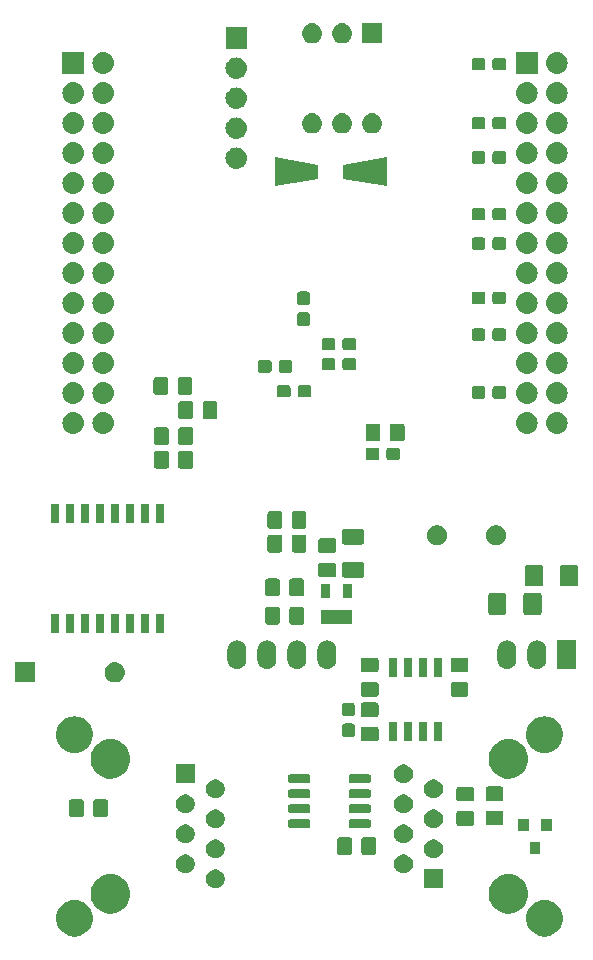
<source format=gbr>
G04 #@! TF.GenerationSoftware,KiCad,Pcbnew,(5.1.0)-1*
G04 #@! TF.CreationDate,2020-04-23T00:52:51+08:00*
G04 #@! TF.ProjectId,IRController,4952436f-6e74-4726-9f6c-6c65722e6b69,rev?*
G04 #@! TF.SameCoordinates,Original*
G04 #@! TF.FileFunction,Soldermask,Bot*
G04 #@! TF.FilePolarity,Negative*
%FSLAX46Y46*%
G04 Gerber Fmt 4.6, Leading zero omitted, Abs format (unit mm)*
G04 Created by KiCad (PCBNEW (5.1.0)-1) date 2020-04-23 00:52:51*
%MOMM*%
%LPD*%
G04 APERTURE LIST*
%ADD10C,0.100000*%
G04 APERTURE END LIST*
D10*
G36*
X136602585Y-115393802D02*
G01*
X136752410Y-115423604D01*
X137034674Y-115540521D01*
X137288705Y-115710259D01*
X137504741Y-115926295D01*
X137674479Y-116180326D01*
X137791396Y-116462590D01*
X137851000Y-116762240D01*
X137851000Y-117067760D01*
X137791396Y-117367410D01*
X137674479Y-117649674D01*
X137504741Y-117903705D01*
X137288705Y-118119741D01*
X137034674Y-118289479D01*
X136752410Y-118406396D01*
X136602585Y-118436198D01*
X136452761Y-118466000D01*
X136147239Y-118466000D01*
X135997415Y-118436198D01*
X135847590Y-118406396D01*
X135565326Y-118289479D01*
X135311295Y-118119741D01*
X135095259Y-117903705D01*
X134925521Y-117649674D01*
X134808604Y-117367410D01*
X134749000Y-117067760D01*
X134749000Y-116762240D01*
X134808604Y-116462590D01*
X134925521Y-116180326D01*
X135095259Y-115926295D01*
X135311295Y-115710259D01*
X135565326Y-115540521D01*
X135847590Y-115423604D01*
X135997415Y-115393802D01*
X136147239Y-115364000D01*
X136452761Y-115364000D01*
X136602585Y-115393802D01*
X136602585Y-115393802D01*
G37*
G36*
X96802585Y-115393802D02*
G01*
X96952410Y-115423604D01*
X97234674Y-115540521D01*
X97488705Y-115710259D01*
X97704741Y-115926295D01*
X97874479Y-116180326D01*
X97991396Y-116462590D01*
X98051000Y-116762240D01*
X98051000Y-117067760D01*
X97991396Y-117367410D01*
X97874479Y-117649674D01*
X97704741Y-117903705D01*
X97488705Y-118119741D01*
X97234674Y-118289479D01*
X96952410Y-118406396D01*
X96802585Y-118436198D01*
X96652761Y-118466000D01*
X96347239Y-118466000D01*
X96197415Y-118436198D01*
X96047590Y-118406396D01*
X95765326Y-118289479D01*
X95511295Y-118119741D01*
X95295259Y-117903705D01*
X95125521Y-117649674D01*
X95008604Y-117367410D01*
X94949000Y-117067760D01*
X94949000Y-116762240D01*
X95008604Y-116462590D01*
X95125521Y-116180326D01*
X95295259Y-115926295D01*
X95511295Y-115710259D01*
X95765326Y-115540521D01*
X96047590Y-115423604D01*
X96197415Y-115393802D01*
X96347239Y-115364000D01*
X96652761Y-115364000D01*
X96802585Y-115393802D01*
X96802585Y-115393802D01*
G37*
G36*
X133548718Y-113210584D02*
G01*
X133738871Y-113248408D01*
X134043883Y-113374748D01*
X134318387Y-113558166D01*
X134551834Y-113791613D01*
X134735252Y-114066117D01*
X134861592Y-114371129D01*
X134926000Y-114694928D01*
X134926000Y-115025072D01*
X134861592Y-115348871D01*
X134735252Y-115653883D01*
X134551834Y-115928387D01*
X134318387Y-116161834D01*
X134043883Y-116345252D01*
X133738871Y-116471592D01*
X133576971Y-116503796D01*
X133415073Y-116536000D01*
X133084927Y-116536000D01*
X132923029Y-116503796D01*
X132761129Y-116471592D01*
X132456117Y-116345252D01*
X132181613Y-116161834D01*
X131948166Y-115928387D01*
X131764748Y-115653883D01*
X131638408Y-115348871D01*
X131574000Y-115025072D01*
X131574000Y-114694928D01*
X131638408Y-114371129D01*
X131764748Y-114066117D01*
X131948166Y-113791613D01*
X132181613Y-113558166D01*
X132456117Y-113374748D01*
X132761129Y-113248408D01*
X132951282Y-113210584D01*
X133084927Y-113184000D01*
X133415073Y-113184000D01*
X133548718Y-113210584D01*
X133548718Y-113210584D01*
G37*
G36*
X99848718Y-113210584D02*
G01*
X100038871Y-113248408D01*
X100343883Y-113374748D01*
X100618387Y-113558166D01*
X100851834Y-113791613D01*
X101035252Y-114066117D01*
X101161592Y-114371129D01*
X101226000Y-114694928D01*
X101226000Y-115025072D01*
X101161592Y-115348871D01*
X101035252Y-115653883D01*
X100851834Y-115928387D01*
X100618387Y-116161834D01*
X100343883Y-116345252D01*
X100038871Y-116471592D01*
X99876971Y-116503796D01*
X99715073Y-116536000D01*
X99384927Y-116536000D01*
X99223029Y-116503796D01*
X99061129Y-116471592D01*
X98756117Y-116345252D01*
X98481613Y-116161834D01*
X98248166Y-115928387D01*
X98064748Y-115653883D01*
X97938408Y-115348871D01*
X97874000Y-115025072D01*
X97874000Y-114694928D01*
X97938408Y-114371129D01*
X98064748Y-114066117D01*
X98248166Y-113791613D01*
X98481613Y-113558166D01*
X98756117Y-113374748D01*
X99061129Y-113248408D01*
X99251282Y-113210584D01*
X99384927Y-113184000D01*
X99715073Y-113184000D01*
X99848718Y-113210584D01*
X99848718Y-113210584D01*
G37*
G36*
X127701000Y-114391000D02*
G01*
X126099000Y-114391000D01*
X126099000Y-112789000D01*
X127701000Y-112789000D01*
X127701000Y-114391000D01*
X127701000Y-114391000D01*
G37*
G36*
X108673642Y-112819781D02*
G01*
X108819414Y-112880162D01*
X108819416Y-112880163D01*
X108950608Y-112967822D01*
X109062178Y-113079392D01*
X109069412Y-113090219D01*
X109149838Y-113210586D01*
X109210219Y-113356358D01*
X109241000Y-113511107D01*
X109241000Y-113668893D01*
X109210219Y-113823642D01*
X109149838Y-113969414D01*
X109149837Y-113969416D01*
X109062178Y-114100608D01*
X108950608Y-114212178D01*
X108819416Y-114299837D01*
X108819415Y-114299838D01*
X108819414Y-114299838D01*
X108673642Y-114360219D01*
X108518893Y-114391000D01*
X108361107Y-114391000D01*
X108206358Y-114360219D01*
X108060586Y-114299838D01*
X108060585Y-114299838D01*
X108060584Y-114299837D01*
X107929392Y-114212178D01*
X107817822Y-114100608D01*
X107730163Y-113969416D01*
X107730162Y-113969414D01*
X107669781Y-113823642D01*
X107639000Y-113668893D01*
X107639000Y-113511107D01*
X107669781Y-113356358D01*
X107730162Y-113210586D01*
X107810588Y-113090219D01*
X107817822Y-113079392D01*
X107929392Y-112967822D01*
X108060584Y-112880163D01*
X108060586Y-112880162D01*
X108206358Y-112819781D01*
X108361107Y-112789000D01*
X108518893Y-112789000D01*
X108673642Y-112819781D01*
X108673642Y-112819781D01*
G37*
G36*
X106133642Y-111549781D02*
G01*
X106279414Y-111610162D01*
X106279416Y-111610163D01*
X106410608Y-111697822D01*
X106522178Y-111809392D01*
X106529412Y-111820219D01*
X106609838Y-111940586D01*
X106670219Y-112086358D01*
X106701000Y-112241107D01*
X106701000Y-112398893D01*
X106670219Y-112553642D01*
X106609838Y-112699414D01*
X106609837Y-112699416D01*
X106522178Y-112830608D01*
X106410608Y-112942178D01*
X106279416Y-113029837D01*
X106279415Y-113029838D01*
X106279414Y-113029838D01*
X106133642Y-113090219D01*
X105978893Y-113121000D01*
X105821107Y-113121000D01*
X105666358Y-113090219D01*
X105520586Y-113029838D01*
X105520585Y-113029838D01*
X105520584Y-113029837D01*
X105389392Y-112942178D01*
X105277822Y-112830608D01*
X105190163Y-112699416D01*
X105190162Y-112699414D01*
X105129781Y-112553642D01*
X105099000Y-112398893D01*
X105099000Y-112241107D01*
X105129781Y-112086358D01*
X105190162Y-111940586D01*
X105270588Y-111820219D01*
X105277822Y-111809392D01*
X105389392Y-111697822D01*
X105520584Y-111610163D01*
X105520586Y-111610162D01*
X105666358Y-111549781D01*
X105821107Y-111519000D01*
X105978893Y-111519000D01*
X106133642Y-111549781D01*
X106133642Y-111549781D01*
G37*
G36*
X124593642Y-111549781D02*
G01*
X124739414Y-111610162D01*
X124739416Y-111610163D01*
X124870608Y-111697822D01*
X124982178Y-111809392D01*
X124989412Y-111820219D01*
X125069838Y-111940586D01*
X125130219Y-112086358D01*
X125161000Y-112241107D01*
X125161000Y-112398893D01*
X125130219Y-112553642D01*
X125069838Y-112699414D01*
X125069837Y-112699416D01*
X124982178Y-112830608D01*
X124870608Y-112942178D01*
X124739416Y-113029837D01*
X124739415Y-113029838D01*
X124739414Y-113029838D01*
X124593642Y-113090219D01*
X124438893Y-113121000D01*
X124281107Y-113121000D01*
X124126358Y-113090219D01*
X123980586Y-113029838D01*
X123980585Y-113029838D01*
X123980584Y-113029837D01*
X123849392Y-112942178D01*
X123737822Y-112830608D01*
X123650163Y-112699416D01*
X123650162Y-112699414D01*
X123589781Y-112553642D01*
X123559000Y-112398893D01*
X123559000Y-112241107D01*
X123589781Y-112086358D01*
X123650162Y-111940586D01*
X123730588Y-111820219D01*
X123737822Y-111809392D01*
X123849392Y-111697822D01*
X123980584Y-111610163D01*
X123980586Y-111610162D01*
X124126358Y-111549781D01*
X124281107Y-111519000D01*
X124438893Y-111519000D01*
X124593642Y-111549781D01*
X124593642Y-111549781D01*
G37*
G36*
X108673642Y-110279781D02*
G01*
X108819414Y-110340162D01*
X108819416Y-110340163D01*
X108950608Y-110427822D01*
X109062178Y-110539392D01*
X109069412Y-110550219D01*
X109149838Y-110670586D01*
X109210219Y-110816358D01*
X109241000Y-110971107D01*
X109241000Y-111128893D01*
X109210219Y-111283642D01*
X109169070Y-111382983D01*
X109149837Y-111429416D01*
X109062178Y-111560608D01*
X108950608Y-111672178D01*
X108819416Y-111759837D01*
X108819415Y-111759838D01*
X108819414Y-111759838D01*
X108673642Y-111820219D01*
X108518893Y-111851000D01*
X108361107Y-111851000D01*
X108206358Y-111820219D01*
X108060586Y-111759838D01*
X108060585Y-111759838D01*
X108060584Y-111759837D01*
X107929392Y-111672178D01*
X107817822Y-111560608D01*
X107730163Y-111429416D01*
X107710930Y-111382983D01*
X107669781Y-111283642D01*
X107639000Y-111128893D01*
X107639000Y-110971107D01*
X107669781Y-110816358D01*
X107730162Y-110670586D01*
X107810588Y-110550219D01*
X107817822Y-110539392D01*
X107929392Y-110427822D01*
X108060584Y-110340163D01*
X108060586Y-110340162D01*
X108206358Y-110279781D01*
X108361107Y-110249000D01*
X108518893Y-110249000D01*
X108673642Y-110279781D01*
X108673642Y-110279781D01*
G37*
G36*
X127133642Y-110279781D02*
G01*
X127279414Y-110340162D01*
X127279416Y-110340163D01*
X127410608Y-110427822D01*
X127522178Y-110539392D01*
X127529412Y-110550219D01*
X127609838Y-110670586D01*
X127670219Y-110816358D01*
X127701000Y-110971107D01*
X127701000Y-111128893D01*
X127670219Y-111283642D01*
X127629070Y-111382983D01*
X127609837Y-111429416D01*
X127522178Y-111560608D01*
X127410608Y-111672178D01*
X127279416Y-111759837D01*
X127279415Y-111759838D01*
X127279414Y-111759838D01*
X127133642Y-111820219D01*
X126978893Y-111851000D01*
X126821107Y-111851000D01*
X126666358Y-111820219D01*
X126520586Y-111759838D01*
X126520585Y-111759838D01*
X126520584Y-111759837D01*
X126389392Y-111672178D01*
X126277822Y-111560608D01*
X126190163Y-111429416D01*
X126170930Y-111382983D01*
X126129781Y-111283642D01*
X126099000Y-111128893D01*
X126099000Y-110971107D01*
X126129781Y-110816358D01*
X126190162Y-110670586D01*
X126270588Y-110550219D01*
X126277822Y-110539392D01*
X126389392Y-110427822D01*
X126520584Y-110340163D01*
X126520586Y-110340162D01*
X126666358Y-110279781D01*
X126821107Y-110249000D01*
X126978893Y-110249000D01*
X127133642Y-110279781D01*
X127133642Y-110279781D01*
G37*
G36*
X119838674Y-110053465D02*
G01*
X119876367Y-110064899D01*
X119911103Y-110083466D01*
X119941548Y-110108452D01*
X119966534Y-110138897D01*
X119985101Y-110173633D01*
X119996535Y-110211326D01*
X120001000Y-110256661D01*
X120001000Y-111343339D01*
X119996535Y-111388674D01*
X119985101Y-111426367D01*
X119966534Y-111461103D01*
X119941548Y-111491548D01*
X119911103Y-111516534D01*
X119876367Y-111535101D01*
X119838674Y-111546535D01*
X119793339Y-111551000D01*
X118956661Y-111551000D01*
X118911326Y-111546535D01*
X118873633Y-111535101D01*
X118838897Y-111516534D01*
X118808452Y-111491548D01*
X118783466Y-111461103D01*
X118764899Y-111426367D01*
X118753465Y-111388674D01*
X118749000Y-111343339D01*
X118749000Y-110256661D01*
X118753465Y-110211326D01*
X118764899Y-110173633D01*
X118783466Y-110138897D01*
X118808452Y-110108452D01*
X118838897Y-110083466D01*
X118873633Y-110064899D01*
X118911326Y-110053465D01*
X118956661Y-110049000D01*
X119793339Y-110049000D01*
X119838674Y-110053465D01*
X119838674Y-110053465D01*
G37*
G36*
X121888674Y-110053465D02*
G01*
X121926367Y-110064899D01*
X121961103Y-110083466D01*
X121991548Y-110108452D01*
X122016534Y-110138897D01*
X122035101Y-110173633D01*
X122046535Y-110211326D01*
X122051000Y-110256661D01*
X122051000Y-111343339D01*
X122046535Y-111388674D01*
X122035101Y-111426367D01*
X122016534Y-111461103D01*
X121991548Y-111491548D01*
X121961103Y-111516534D01*
X121926367Y-111535101D01*
X121888674Y-111546535D01*
X121843339Y-111551000D01*
X121006661Y-111551000D01*
X120961326Y-111546535D01*
X120923633Y-111535101D01*
X120888897Y-111516534D01*
X120858452Y-111491548D01*
X120833466Y-111461103D01*
X120814899Y-111426367D01*
X120803465Y-111388674D01*
X120799000Y-111343339D01*
X120799000Y-110256661D01*
X120803465Y-110211326D01*
X120814899Y-110173633D01*
X120833466Y-110138897D01*
X120858452Y-110108452D01*
X120888897Y-110083466D01*
X120923633Y-110064899D01*
X120961326Y-110053465D01*
X121006661Y-110049000D01*
X121843339Y-110049000D01*
X121888674Y-110053465D01*
X121888674Y-110053465D01*
G37*
G36*
X135951000Y-111501000D02*
G01*
X135049000Y-111501000D01*
X135049000Y-110499000D01*
X135951000Y-110499000D01*
X135951000Y-111501000D01*
X135951000Y-111501000D01*
G37*
G36*
X106133642Y-109009781D02*
G01*
X106279414Y-109070162D01*
X106279416Y-109070163D01*
X106410608Y-109157822D01*
X106522178Y-109269392D01*
X106529412Y-109280219D01*
X106609838Y-109400586D01*
X106670219Y-109546358D01*
X106701000Y-109701107D01*
X106701000Y-109858893D01*
X106670219Y-110013642D01*
X106618336Y-110138897D01*
X106609837Y-110159416D01*
X106522178Y-110290608D01*
X106410608Y-110402178D01*
X106279416Y-110489837D01*
X106279415Y-110489838D01*
X106279414Y-110489838D01*
X106133642Y-110550219D01*
X105978893Y-110581000D01*
X105821107Y-110581000D01*
X105666358Y-110550219D01*
X105520586Y-110489838D01*
X105520585Y-110489838D01*
X105520584Y-110489837D01*
X105389392Y-110402178D01*
X105277822Y-110290608D01*
X105190163Y-110159416D01*
X105181664Y-110138897D01*
X105129781Y-110013642D01*
X105099000Y-109858893D01*
X105099000Y-109701107D01*
X105129781Y-109546358D01*
X105190162Y-109400586D01*
X105270588Y-109280219D01*
X105277822Y-109269392D01*
X105389392Y-109157822D01*
X105520584Y-109070163D01*
X105520586Y-109070162D01*
X105666358Y-109009781D01*
X105821107Y-108979000D01*
X105978893Y-108979000D01*
X106133642Y-109009781D01*
X106133642Y-109009781D01*
G37*
G36*
X124593642Y-109009781D02*
G01*
X124739414Y-109070162D01*
X124739416Y-109070163D01*
X124870608Y-109157822D01*
X124982178Y-109269392D01*
X124989412Y-109280219D01*
X125069838Y-109400586D01*
X125130219Y-109546358D01*
X125161000Y-109701107D01*
X125161000Y-109858893D01*
X125130219Y-110013642D01*
X125078336Y-110138897D01*
X125069837Y-110159416D01*
X124982178Y-110290608D01*
X124870608Y-110402178D01*
X124739416Y-110489837D01*
X124739415Y-110489838D01*
X124739414Y-110489838D01*
X124593642Y-110550219D01*
X124438893Y-110581000D01*
X124281107Y-110581000D01*
X124126358Y-110550219D01*
X123980586Y-110489838D01*
X123980585Y-110489838D01*
X123980584Y-110489837D01*
X123849392Y-110402178D01*
X123737822Y-110290608D01*
X123650163Y-110159416D01*
X123641664Y-110138897D01*
X123589781Y-110013642D01*
X123559000Y-109858893D01*
X123559000Y-109701107D01*
X123589781Y-109546358D01*
X123650162Y-109400586D01*
X123730588Y-109280219D01*
X123737822Y-109269392D01*
X123849392Y-109157822D01*
X123980584Y-109070163D01*
X123980586Y-109070162D01*
X124126358Y-109009781D01*
X124281107Y-108979000D01*
X124438893Y-108979000D01*
X124593642Y-109009781D01*
X124593642Y-109009781D01*
G37*
G36*
X136901000Y-109501000D02*
G01*
X135999000Y-109501000D01*
X135999000Y-108499000D01*
X136901000Y-108499000D01*
X136901000Y-109501000D01*
X136901000Y-109501000D01*
G37*
G36*
X135001000Y-109501000D02*
G01*
X134099000Y-109501000D01*
X134099000Y-108499000D01*
X135001000Y-108499000D01*
X135001000Y-109501000D01*
X135001000Y-109501000D01*
G37*
G36*
X127133642Y-107739781D02*
G01*
X127279414Y-107800162D01*
X127279416Y-107800163D01*
X127410608Y-107887822D01*
X127522178Y-107999392D01*
X127590185Y-108101173D01*
X127609838Y-108130586D01*
X127670219Y-108276358D01*
X127701000Y-108431107D01*
X127701000Y-108588893D01*
X127670219Y-108743642D01*
X127609838Y-108889414D01*
X127609837Y-108889416D01*
X127522178Y-109020608D01*
X127410608Y-109132178D01*
X127279416Y-109219837D01*
X127279415Y-109219838D01*
X127279414Y-109219838D01*
X127133642Y-109280219D01*
X126978893Y-109311000D01*
X126821107Y-109311000D01*
X126666358Y-109280219D01*
X126520586Y-109219838D01*
X126520585Y-109219838D01*
X126520584Y-109219837D01*
X126389392Y-109132178D01*
X126277822Y-109020608D01*
X126190163Y-108889416D01*
X126190162Y-108889414D01*
X126129781Y-108743642D01*
X126099000Y-108588893D01*
X126099000Y-108431107D01*
X126129781Y-108276358D01*
X126190162Y-108130586D01*
X126209815Y-108101173D01*
X126277822Y-107999392D01*
X126389392Y-107887822D01*
X126520584Y-107800163D01*
X126520586Y-107800162D01*
X126666358Y-107739781D01*
X126821107Y-107709000D01*
X126978893Y-107709000D01*
X127133642Y-107739781D01*
X127133642Y-107739781D01*
G37*
G36*
X108673642Y-107739781D02*
G01*
X108819414Y-107800162D01*
X108819416Y-107800163D01*
X108950608Y-107887822D01*
X109062178Y-107999392D01*
X109130185Y-108101173D01*
X109149838Y-108130586D01*
X109210219Y-108276358D01*
X109241000Y-108431107D01*
X109241000Y-108588893D01*
X109210219Y-108743642D01*
X109149838Y-108889414D01*
X109149837Y-108889416D01*
X109062178Y-109020608D01*
X108950608Y-109132178D01*
X108819416Y-109219837D01*
X108819415Y-109219838D01*
X108819414Y-109219838D01*
X108673642Y-109280219D01*
X108518893Y-109311000D01*
X108361107Y-109311000D01*
X108206358Y-109280219D01*
X108060586Y-109219838D01*
X108060585Y-109219838D01*
X108060584Y-109219837D01*
X107929392Y-109132178D01*
X107817822Y-109020608D01*
X107730163Y-108889416D01*
X107730162Y-108889414D01*
X107669781Y-108743642D01*
X107639000Y-108588893D01*
X107639000Y-108431107D01*
X107669781Y-108276358D01*
X107730162Y-108130586D01*
X107749815Y-108101173D01*
X107817822Y-107999392D01*
X107929392Y-107887822D01*
X108060584Y-107800163D01*
X108060586Y-107800162D01*
X108206358Y-107739781D01*
X108361107Y-107709000D01*
X108518893Y-107709000D01*
X108673642Y-107739781D01*
X108673642Y-107739781D01*
G37*
G36*
X121509928Y-108556764D02*
G01*
X121531009Y-108563160D01*
X121550445Y-108573548D01*
X121567476Y-108587524D01*
X121581452Y-108604555D01*
X121591840Y-108623991D01*
X121598236Y-108645072D01*
X121601000Y-108673140D01*
X121601000Y-109136860D01*
X121598236Y-109164928D01*
X121591840Y-109186009D01*
X121581452Y-109205445D01*
X121567476Y-109222476D01*
X121550445Y-109236452D01*
X121531009Y-109246840D01*
X121509928Y-109253236D01*
X121481860Y-109256000D01*
X119868140Y-109256000D01*
X119840072Y-109253236D01*
X119818991Y-109246840D01*
X119799555Y-109236452D01*
X119782524Y-109222476D01*
X119768548Y-109205445D01*
X119758160Y-109186009D01*
X119751764Y-109164928D01*
X119749000Y-109136860D01*
X119749000Y-108673140D01*
X119751764Y-108645072D01*
X119758160Y-108623991D01*
X119768548Y-108604555D01*
X119782524Y-108587524D01*
X119799555Y-108573548D01*
X119818991Y-108563160D01*
X119840072Y-108556764D01*
X119868140Y-108554000D01*
X121481860Y-108554000D01*
X121509928Y-108556764D01*
X121509928Y-108556764D01*
G37*
G36*
X116359928Y-108556764D02*
G01*
X116381009Y-108563160D01*
X116400445Y-108573548D01*
X116417476Y-108587524D01*
X116431452Y-108604555D01*
X116441840Y-108623991D01*
X116448236Y-108645072D01*
X116451000Y-108673140D01*
X116451000Y-109136860D01*
X116448236Y-109164928D01*
X116441840Y-109186009D01*
X116431452Y-109205445D01*
X116417476Y-109222476D01*
X116400445Y-109236452D01*
X116381009Y-109246840D01*
X116359928Y-109253236D01*
X116331860Y-109256000D01*
X114718140Y-109256000D01*
X114690072Y-109253236D01*
X114668991Y-109246840D01*
X114649555Y-109236452D01*
X114632524Y-109222476D01*
X114618548Y-109205445D01*
X114608160Y-109186009D01*
X114601764Y-109164928D01*
X114599000Y-109136860D01*
X114599000Y-108673140D01*
X114601764Y-108645072D01*
X114608160Y-108623991D01*
X114618548Y-108604555D01*
X114632524Y-108587524D01*
X114649555Y-108573548D01*
X114668991Y-108563160D01*
X114690072Y-108556764D01*
X114718140Y-108554000D01*
X116331860Y-108554000D01*
X116359928Y-108556764D01*
X116359928Y-108556764D01*
G37*
G36*
X130178674Y-107833465D02*
G01*
X130216367Y-107844899D01*
X130251103Y-107863466D01*
X130281548Y-107888452D01*
X130306534Y-107918897D01*
X130325101Y-107953633D01*
X130336535Y-107991326D01*
X130341000Y-108036661D01*
X130341000Y-108873339D01*
X130336535Y-108918674D01*
X130325101Y-108956367D01*
X130306534Y-108991103D01*
X130281548Y-109021548D01*
X130251103Y-109046534D01*
X130216367Y-109065101D01*
X130178674Y-109076535D01*
X130133339Y-109081000D01*
X129046661Y-109081000D01*
X129001326Y-109076535D01*
X128963633Y-109065101D01*
X128928897Y-109046534D01*
X128898452Y-109021548D01*
X128873466Y-108991103D01*
X128854899Y-108956367D01*
X128843465Y-108918674D01*
X128839000Y-108873339D01*
X128839000Y-108036661D01*
X128843465Y-107991326D01*
X128854899Y-107953633D01*
X128873466Y-107918897D01*
X128898452Y-107888452D01*
X128928897Y-107863466D01*
X128963633Y-107844899D01*
X129001326Y-107833465D01*
X129046661Y-107829000D01*
X130133339Y-107829000D01*
X130178674Y-107833465D01*
X130178674Y-107833465D01*
G37*
G36*
X132668674Y-107813465D02*
G01*
X132706367Y-107824899D01*
X132741103Y-107843466D01*
X132771548Y-107868452D01*
X132796534Y-107898897D01*
X132815101Y-107933633D01*
X132826535Y-107971326D01*
X132831000Y-108016661D01*
X132831000Y-108853339D01*
X132826535Y-108898674D01*
X132815101Y-108936367D01*
X132796534Y-108971103D01*
X132771548Y-109001548D01*
X132741103Y-109026534D01*
X132706367Y-109045101D01*
X132668674Y-109056535D01*
X132623339Y-109061000D01*
X131536661Y-109061000D01*
X131491326Y-109056535D01*
X131453633Y-109045101D01*
X131418897Y-109026534D01*
X131388452Y-109001548D01*
X131363466Y-108971103D01*
X131344899Y-108936367D01*
X131333465Y-108898674D01*
X131329000Y-108853339D01*
X131329000Y-108016661D01*
X131333465Y-107971326D01*
X131344899Y-107933633D01*
X131363466Y-107898897D01*
X131388452Y-107868452D01*
X131418897Y-107843466D01*
X131453633Y-107824899D01*
X131491326Y-107813465D01*
X131536661Y-107809000D01*
X132623339Y-107809000D01*
X132668674Y-107813465D01*
X132668674Y-107813465D01*
G37*
G36*
X97138674Y-106853465D02*
G01*
X97176367Y-106864899D01*
X97211103Y-106883466D01*
X97241548Y-106908452D01*
X97266534Y-106938897D01*
X97285101Y-106973633D01*
X97296535Y-107011326D01*
X97301000Y-107056661D01*
X97301000Y-108143339D01*
X97296535Y-108188674D01*
X97285101Y-108226367D01*
X97266534Y-108261103D01*
X97241548Y-108291548D01*
X97211103Y-108316534D01*
X97176367Y-108335101D01*
X97138674Y-108346535D01*
X97093339Y-108351000D01*
X96256661Y-108351000D01*
X96211326Y-108346535D01*
X96173633Y-108335101D01*
X96138897Y-108316534D01*
X96108452Y-108291548D01*
X96083466Y-108261103D01*
X96064899Y-108226367D01*
X96053465Y-108188674D01*
X96049000Y-108143339D01*
X96049000Y-107056661D01*
X96053465Y-107011326D01*
X96064899Y-106973633D01*
X96083466Y-106938897D01*
X96108452Y-106908452D01*
X96138897Y-106883466D01*
X96173633Y-106864899D01*
X96211326Y-106853465D01*
X96256661Y-106849000D01*
X97093339Y-106849000D01*
X97138674Y-106853465D01*
X97138674Y-106853465D01*
G37*
G36*
X99188674Y-106853465D02*
G01*
X99226367Y-106864899D01*
X99261103Y-106883466D01*
X99291548Y-106908452D01*
X99316534Y-106938897D01*
X99335101Y-106973633D01*
X99346535Y-107011326D01*
X99351000Y-107056661D01*
X99351000Y-108143339D01*
X99346535Y-108188674D01*
X99335101Y-108226367D01*
X99316534Y-108261103D01*
X99291548Y-108291548D01*
X99261103Y-108316534D01*
X99226367Y-108335101D01*
X99188674Y-108346535D01*
X99143339Y-108351000D01*
X98306661Y-108351000D01*
X98261326Y-108346535D01*
X98223633Y-108335101D01*
X98188897Y-108316534D01*
X98158452Y-108291548D01*
X98133466Y-108261103D01*
X98114899Y-108226367D01*
X98103465Y-108188674D01*
X98099000Y-108143339D01*
X98099000Y-107056661D01*
X98103465Y-107011326D01*
X98114899Y-106973633D01*
X98133466Y-106938897D01*
X98158452Y-106908452D01*
X98188897Y-106883466D01*
X98223633Y-106864899D01*
X98261326Y-106853465D01*
X98306661Y-106849000D01*
X99143339Y-106849000D01*
X99188674Y-106853465D01*
X99188674Y-106853465D01*
G37*
G36*
X124593642Y-106469781D02*
G01*
X124739414Y-106530162D01*
X124739416Y-106530163D01*
X124870608Y-106617822D01*
X124982178Y-106729392D01*
X125058076Y-106842983D01*
X125069838Y-106860586D01*
X125130219Y-107006358D01*
X125161000Y-107161107D01*
X125161000Y-107318893D01*
X125130219Y-107473642D01*
X125069838Y-107619414D01*
X125069837Y-107619416D01*
X124982178Y-107750608D01*
X124870608Y-107862178D01*
X124739416Y-107949837D01*
X124739415Y-107949838D01*
X124739414Y-107949838D01*
X124593642Y-108010219D01*
X124438893Y-108041000D01*
X124281107Y-108041000D01*
X124126358Y-108010219D01*
X123980586Y-107949838D01*
X123980585Y-107949838D01*
X123980584Y-107949837D01*
X123849392Y-107862178D01*
X123737822Y-107750608D01*
X123650163Y-107619416D01*
X123650162Y-107619414D01*
X123589781Y-107473642D01*
X123559000Y-107318893D01*
X123559000Y-107161107D01*
X123589781Y-107006358D01*
X123650162Y-106860586D01*
X123661924Y-106842983D01*
X123737822Y-106729392D01*
X123849392Y-106617822D01*
X123980584Y-106530163D01*
X123980586Y-106530162D01*
X124126358Y-106469781D01*
X124281107Y-106439000D01*
X124438893Y-106439000D01*
X124593642Y-106469781D01*
X124593642Y-106469781D01*
G37*
G36*
X106133642Y-106469781D02*
G01*
X106279414Y-106530162D01*
X106279416Y-106530163D01*
X106410608Y-106617822D01*
X106522178Y-106729392D01*
X106598076Y-106842983D01*
X106609838Y-106860586D01*
X106670219Y-107006358D01*
X106701000Y-107161107D01*
X106701000Y-107318893D01*
X106670219Y-107473642D01*
X106609838Y-107619414D01*
X106609837Y-107619416D01*
X106522178Y-107750608D01*
X106410608Y-107862178D01*
X106279416Y-107949837D01*
X106279415Y-107949838D01*
X106279414Y-107949838D01*
X106133642Y-108010219D01*
X105978893Y-108041000D01*
X105821107Y-108041000D01*
X105666358Y-108010219D01*
X105520586Y-107949838D01*
X105520585Y-107949838D01*
X105520584Y-107949837D01*
X105389392Y-107862178D01*
X105277822Y-107750608D01*
X105190163Y-107619416D01*
X105190162Y-107619414D01*
X105129781Y-107473642D01*
X105099000Y-107318893D01*
X105099000Y-107161107D01*
X105129781Y-107006358D01*
X105190162Y-106860586D01*
X105201924Y-106842983D01*
X105277822Y-106729392D01*
X105389392Y-106617822D01*
X105520584Y-106530163D01*
X105520586Y-106530162D01*
X105666358Y-106469781D01*
X105821107Y-106439000D01*
X105978893Y-106439000D01*
X106133642Y-106469781D01*
X106133642Y-106469781D01*
G37*
G36*
X121509928Y-107286764D02*
G01*
X121531009Y-107293160D01*
X121550445Y-107303548D01*
X121567476Y-107317524D01*
X121581452Y-107334555D01*
X121591840Y-107353991D01*
X121598236Y-107375072D01*
X121601000Y-107403140D01*
X121601000Y-107866860D01*
X121598236Y-107894928D01*
X121591840Y-107916009D01*
X121581452Y-107935445D01*
X121567476Y-107952476D01*
X121550445Y-107966452D01*
X121531009Y-107976840D01*
X121509928Y-107983236D01*
X121481860Y-107986000D01*
X119868140Y-107986000D01*
X119840072Y-107983236D01*
X119818991Y-107976840D01*
X119799555Y-107966452D01*
X119782524Y-107952476D01*
X119768548Y-107935445D01*
X119758160Y-107916009D01*
X119751764Y-107894928D01*
X119749000Y-107866860D01*
X119749000Y-107403140D01*
X119751764Y-107375072D01*
X119758160Y-107353991D01*
X119768548Y-107334555D01*
X119782524Y-107317524D01*
X119799555Y-107303548D01*
X119818991Y-107293160D01*
X119840072Y-107286764D01*
X119868140Y-107284000D01*
X121481860Y-107284000D01*
X121509928Y-107286764D01*
X121509928Y-107286764D01*
G37*
G36*
X116359928Y-107286764D02*
G01*
X116381009Y-107293160D01*
X116400445Y-107303548D01*
X116417476Y-107317524D01*
X116431452Y-107334555D01*
X116441840Y-107353991D01*
X116448236Y-107375072D01*
X116451000Y-107403140D01*
X116451000Y-107866860D01*
X116448236Y-107894928D01*
X116441840Y-107916009D01*
X116431452Y-107935445D01*
X116417476Y-107952476D01*
X116400445Y-107966452D01*
X116381009Y-107976840D01*
X116359928Y-107983236D01*
X116331860Y-107986000D01*
X114718140Y-107986000D01*
X114690072Y-107983236D01*
X114668991Y-107976840D01*
X114649555Y-107966452D01*
X114632524Y-107952476D01*
X114618548Y-107935445D01*
X114608160Y-107916009D01*
X114601764Y-107894928D01*
X114599000Y-107866860D01*
X114599000Y-107403140D01*
X114601764Y-107375072D01*
X114608160Y-107353991D01*
X114618548Y-107334555D01*
X114632524Y-107317524D01*
X114649555Y-107303548D01*
X114668991Y-107293160D01*
X114690072Y-107286764D01*
X114718140Y-107284000D01*
X116331860Y-107284000D01*
X116359928Y-107286764D01*
X116359928Y-107286764D01*
G37*
G36*
X130178674Y-105783465D02*
G01*
X130216367Y-105794899D01*
X130251103Y-105813466D01*
X130281548Y-105838452D01*
X130306534Y-105868897D01*
X130325101Y-105903633D01*
X130336535Y-105941326D01*
X130341000Y-105986661D01*
X130341000Y-106823339D01*
X130336535Y-106868674D01*
X130325101Y-106906367D01*
X130306534Y-106941103D01*
X130281548Y-106971548D01*
X130251103Y-106996534D01*
X130216367Y-107015101D01*
X130178674Y-107026535D01*
X130133339Y-107031000D01*
X129046661Y-107031000D01*
X129001326Y-107026535D01*
X128963633Y-107015101D01*
X128928897Y-106996534D01*
X128898452Y-106971548D01*
X128873466Y-106941103D01*
X128854899Y-106906367D01*
X128843465Y-106868674D01*
X128839000Y-106823339D01*
X128839000Y-105986661D01*
X128843465Y-105941326D01*
X128854899Y-105903633D01*
X128873466Y-105868897D01*
X128898452Y-105838452D01*
X128928897Y-105813466D01*
X128963633Y-105794899D01*
X129001326Y-105783465D01*
X129046661Y-105779000D01*
X130133339Y-105779000D01*
X130178674Y-105783465D01*
X130178674Y-105783465D01*
G37*
G36*
X132668674Y-105763465D02*
G01*
X132706367Y-105774899D01*
X132741103Y-105793466D01*
X132771548Y-105818452D01*
X132796534Y-105848897D01*
X132815101Y-105883633D01*
X132826535Y-105921326D01*
X132831000Y-105966661D01*
X132831000Y-106803339D01*
X132826535Y-106848674D01*
X132815101Y-106886367D01*
X132796534Y-106921103D01*
X132771548Y-106951548D01*
X132741103Y-106976534D01*
X132706367Y-106995101D01*
X132668674Y-107006535D01*
X132623339Y-107011000D01*
X131536661Y-107011000D01*
X131491326Y-107006535D01*
X131453633Y-106995101D01*
X131418897Y-106976534D01*
X131388452Y-106951548D01*
X131363466Y-106921103D01*
X131344899Y-106886367D01*
X131333465Y-106848674D01*
X131329000Y-106803339D01*
X131329000Y-105966661D01*
X131333465Y-105921326D01*
X131344899Y-105883633D01*
X131363466Y-105848897D01*
X131388452Y-105818452D01*
X131418897Y-105793466D01*
X131453633Y-105774899D01*
X131491326Y-105763465D01*
X131536661Y-105759000D01*
X132623339Y-105759000D01*
X132668674Y-105763465D01*
X132668674Y-105763465D01*
G37*
G36*
X108673642Y-105199781D02*
G01*
X108819414Y-105260162D01*
X108819416Y-105260163D01*
X108950608Y-105347822D01*
X109062178Y-105459392D01*
X109069412Y-105470219D01*
X109149838Y-105590586D01*
X109210219Y-105736358D01*
X109241000Y-105891107D01*
X109241000Y-106048893D01*
X109210219Y-106203642D01*
X109149838Y-106349414D01*
X109149837Y-106349416D01*
X109062178Y-106480608D01*
X108950608Y-106592178D01*
X108819416Y-106679837D01*
X108819415Y-106679838D01*
X108819414Y-106679838D01*
X108673642Y-106740219D01*
X108518893Y-106771000D01*
X108361107Y-106771000D01*
X108206358Y-106740219D01*
X108060586Y-106679838D01*
X108060585Y-106679838D01*
X108060584Y-106679837D01*
X107929392Y-106592178D01*
X107817822Y-106480608D01*
X107730163Y-106349416D01*
X107730162Y-106349414D01*
X107669781Y-106203642D01*
X107639000Y-106048893D01*
X107639000Y-105891107D01*
X107669781Y-105736358D01*
X107730162Y-105590586D01*
X107810588Y-105470219D01*
X107817822Y-105459392D01*
X107929392Y-105347822D01*
X108060584Y-105260163D01*
X108060586Y-105260162D01*
X108206358Y-105199781D01*
X108361107Y-105169000D01*
X108518893Y-105169000D01*
X108673642Y-105199781D01*
X108673642Y-105199781D01*
G37*
G36*
X127133642Y-105199781D02*
G01*
X127279414Y-105260162D01*
X127279416Y-105260163D01*
X127410608Y-105347822D01*
X127522178Y-105459392D01*
X127529412Y-105470219D01*
X127609838Y-105590586D01*
X127670219Y-105736358D01*
X127701000Y-105891107D01*
X127701000Y-106048893D01*
X127670219Y-106203642D01*
X127609838Y-106349414D01*
X127609837Y-106349416D01*
X127522178Y-106480608D01*
X127410608Y-106592178D01*
X127279416Y-106679837D01*
X127279415Y-106679838D01*
X127279414Y-106679838D01*
X127133642Y-106740219D01*
X126978893Y-106771000D01*
X126821107Y-106771000D01*
X126666358Y-106740219D01*
X126520586Y-106679838D01*
X126520585Y-106679838D01*
X126520584Y-106679837D01*
X126389392Y-106592178D01*
X126277822Y-106480608D01*
X126190163Y-106349416D01*
X126190162Y-106349414D01*
X126129781Y-106203642D01*
X126099000Y-106048893D01*
X126099000Y-105891107D01*
X126129781Y-105736358D01*
X126190162Y-105590586D01*
X126270588Y-105470219D01*
X126277822Y-105459392D01*
X126389392Y-105347822D01*
X126520584Y-105260163D01*
X126520586Y-105260162D01*
X126666358Y-105199781D01*
X126821107Y-105169000D01*
X126978893Y-105169000D01*
X127133642Y-105199781D01*
X127133642Y-105199781D01*
G37*
G36*
X121509928Y-106016764D02*
G01*
X121531009Y-106023160D01*
X121550445Y-106033548D01*
X121567476Y-106047524D01*
X121581452Y-106064555D01*
X121591840Y-106083991D01*
X121598236Y-106105072D01*
X121601000Y-106133140D01*
X121601000Y-106596860D01*
X121598236Y-106624928D01*
X121591840Y-106646009D01*
X121581452Y-106665445D01*
X121567476Y-106682476D01*
X121550445Y-106696452D01*
X121531009Y-106706840D01*
X121509928Y-106713236D01*
X121481860Y-106716000D01*
X119868140Y-106716000D01*
X119840072Y-106713236D01*
X119818991Y-106706840D01*
X119799555Y-106696452D01*
X119782524Y-106682476D01*
X119768548Y-106665445D01*
X119758160Y-106646009D01*
X119751764Y-106624928D01*
X119749000Y-106596860D01*
X119749000Y-106133140D01*
X119751764Y-106105072D01*
X119758160Y-106083991D01*
X119768548Y-106064555D01*
X119782524Y-106047524D01*
X119799555Y-106033548D01*
X119818991Y-106023160D01*
X119840072Y-106016764D01*
X119868140Y-106014000D01*
X121481860Y-106014000D01*
X121509928Y-106016764D01*
X121509928Y-106016764D01*
G37*
G36*
X116359928Y-106016764D02*
G01*
X116381009Y-106023160D01*
X116400445Y-106033548D01*
X116417476Y-106047524D01*
X116431452Y-106064555D01*
X116441840Y-106083991D01*
X116448236Y-106105072D01*
X116451000Y-106133140D01*
X116451000Y-106596860D01*
X116448236Y-106624928D01*
X116441840Y-106646009D01*
X116431452Y-106665445D01*
X116417476Y-106682476D01*
X116400445Y-106696452D01*
X116381009Y-106706840D01*
X116359928Y-106713236D01*
X116331860Y-106716000D01*
X114718140Y-106716000D01*
X114690072Y-106713236D01*
X114668991Y-106706840D01*
X114649555Y-106696452D01*
X114632524Y-106682476D01*
X114618548Y-106665445D01*
X114608160Y-106646009D01*
X114601764Y-106624928D01*
X114599000Y-106596860D01*
X114599000Y-106133140D01*
X114601764Y-106105072D01*
X114608160Y-106083991D01*
X114618548Y-106064555D01*
X114632524Y-106047524D01*
X114649555Y-106033548D01*
X114668991Y-106023160D01*
X114690072Y-106016764D01*
X114718140Y-106014000D01*
X116331860Y-106014000D01*
X116359928Y-106016764D01*
X116359928Y-106016764D01*
G37*
G36*
X106701000Y-105501000D02*
G01*
X105099000Y-105501000D01*
X105099000Y-103899000D01*
X106701000Y-103899000D01*
X106701000Y-105501000D01*
X106701000Y-105501000D01*
G37*
G36*
X124593642Y-103929781D02*
G01*
X124739414Y-103990162D01*
X124739416Y-103990163D01*
X124870608Y-104077822D01*
X124982178Y-104189392D01*
X125069837Y-104320584D01*
X125069838Y-104320586D01*
X125130219Y-104466358D01*
X125161000Y-104621107D01*
X125161000Y-104778893D01*
X125130219Y-104933642D01*
X125085504Y-105041592D01*
X125069837Y-105079416D01*
X124982178Y-105210608D01*
X124870608Y-105322178D01*
X124739416Y-105409837D01*
X124739415Y-105409838D01*
X124739414Y-105409838D01*
X124593642Y-105470219D01*
X124438893Y-105501000D01*
X124281107Y-105501000D01*
X124126358Y-105470219D01*
X123980586Y-105409838D01*
X123980585Y-105409838D01*
X123980584Y-105409837D01*
X123849392Y-105322178D01*
X123737822Y-105210608D01*
X123650163Y-105079416D01*
X123634496Y-105041592D01*
X123589781Y-104933642D01*
X123559000Y-104778893D01*
X123559000Y-104621107D01*
X123589781Y-104466358D01*
X123650162Y-104320586D01*
X123650163Y-104320584D01*
X123737822Y-104189392D01*
X123849392Y-104077822D01*
X123980584Y-103990163D01*
X123980586Y-103990162D01*
X124126358Y-103929781D01*
X124281107Y-103899000D01*
X124438893Y-103899000D01*
X124593642Y-103929781D01*
X124593642Y-103929781D01*
G37*
G36*
X121509928Y-104746764D02*
G01*
X121531009Y-104753160D01*
X121550445Y-104763548D01*
X121567476Y-104777524D01*
X121581452Y-104794555D01*
X121591840Y-104813991D01*
X121598236Y-104835072D01*
X121601000Y-104863140D01*
X121601000Y-105326860D01*
X121598236Y-105354928D01*
X121591840Y-105376009D01*
X121581452Y-105395445D01*
X121567476Y-105412476D01*
X121550445Y-105426452D01*
X121531009Y-105436840D01*
X121509928Y-105443236D01*
X121481860Y-105446000D01*
X119868140Y-105446000D01*
X119840072Y-105443236D01*
X119818991Y-105436840D01*
X119799555Y-105426452D01*
X119782524Y-105412476D01*
X119768548Y-105395445D01*
X119758160Y-105376009D01*
X119751764Y-105354928D01*
X119749000Y-105326860D01*
X119749000Y-104863140D01*
X119751764Y-104835072D01*
X119758160Y-104813991D01*
X119768548Y-104794555D01*
X119782524Y-104777524D01*
X119799555Y-104763548D01*
X119818991Y-104753160D01*
X119840072Y-104746764D01*
X119868140Y-104744000D01*
X121481860Y-104744000D01*
X121509928Y-104746764D01*
X121509928Y-104746764D01*
G37*
G36*
X116359928Y-104746764D02*
G01*
X116381009Y-104753160D01*
X116400445Y-104763548D01*
X116417476Y-104777524D01*
X116431452Y-104794555D01*
X116441840Y-104813991D01*
X116448236Y-104835072D01*
X116451000Y-104863140D01*
X116451000Y-105326860D01*
X116448236Y-105354928D01*
X116441840Y-105376009D01*
X116431452Y-105395445D01*
X116417476Y-105412476D01*
X116400445Y-105426452D01*
X116381009Y-105436840D01*
X116359928Y-105443236D01*
X116331860Y-105446000D01*
X114718140Y-105446000D01*
X114690072Y-105443236D01*
X114668991Y-105436840D01*
X114649555Y-105426452D01*
X114632524Y-105412476D01*
X114618548Y-105395445D01*
X114608160Y-105376009D01*
X114601764Y-105354928D01*
X114599000Y-105326860D01*
X114599000Y-104863140D01*
X114601764Y-104835072D01*
X114608160Y-104813991D01*
X114618548Y-104794555D01*
X114632524Y-104777524D01*
X114649555Y-104763548D01*
X114668991Y-104753160D01*
X114690072Y-104746764D01*
X114718140Y-104744000D01*
X116331860Y-104744000D01*
X116359928Y-104746764D01*
X116359928Y-104746764D01*
G37*
G36*
X99860779Y-101782983D02*
G01*
X100038871Y-101818408D01*
X100343883Y-101944748D01*
X100618387Y-102128166D01*
X100851834Y-102361613D01*
X101035252Y-102636117D01*
X101161592Y-102941129D01*
X101226000Y-103264928D01*
X101226000Y-103595072D01*
X101161592Y-103918871D01*
X101035252Y-104223883D01*
X100851834Y-104498387D01*
X100618387Y-104731834D01*
X100343883Y-104915252D01*
X100038871Y-105041592D01*
X99876971Y-105073796D01*
X99715073Y-105106000D01*
X99384927Y-105106000D01*
X99061129Y-105041592D01*
X98756117Y-104915252D01*
X98481613Y-104731834D01*
X98248166Y-104498387D01*
X98064748Y-104223883D01*
X97938408Y-103918871D01*
X97874000Y-103595072D01*
X97874000Y-103264928D01*
X97938408Y-102941129D01*
X98064748Y-102636117D01*
X98248166Y-102361613D01*
X98481613Y-102128166D01*
X98756117Y-101944748D01*
X99061129Y-101818408D01*
X99239221Y-101782983D01*
X99384927Y-101754000D01*
X99715073Y-101754000D01*
X99860779Y-101782983D01*
X99860779Y-101782983D01*
G37*
G36*
X133560779Y-101782983D02*
G01*
X133738871Y-101818408D01*
X134043883Y-101944748D01*
X134318387Y-102128166D01*
X134551834Y-102361613D01*
X134735252Y-102636117D01*
X134861592Y-102941129D01*
X134926000Y-103264928D01*
X134926000Y-103595072D01*
X134861592Y-103918871D01*
X134735252Y-104223883D01*
X134551834Y-104498387D01*
X134318387Y-104731834D01*
X134043883Y-104915252D01*
X133738871Y-105041592D01*
X133576971Y-105073796D01*
X133415073Y-105106000D01*
X133084927Y-105106000D01*
X132761129Y-105041592D01*
X132456117Y-104915252D01*
X132181613Y-104731834D01*
X131948166Y-104498387D01*
X131764748Y-104223883D01*
X131638408Y-103918871D01*
X131574000Y-103595072D01*
X131574000Y-103264928D01*
X131638408Y-102941129D01*
X131764748Y-102636117D01*
X131948166Y-102361613D01*
X132181613Y-102128166D01*
X132456117Y-101944748D01*
X132761129Y-101818408D01*
X132939221Y-101782983D01*
X133084927Y-101754000D01*
X133415073Y-101754000D01*
X133560779Y-101782983D01*
X133560779Y-101782983D01*
G37*
G36*
X136540980Y-99841548D02*
G01*
X136752410Y-99883604D01*
X137034674Y-100000521D01*
X137288705Y-100170259D01*
X137504741Y-100386295D01*
X137674479Y-100640326D01*
X137791396Y-100922590D01*
X137791396Y-100922591D01*
X137851000Y-101222239D01*
X137851000Y-101527761D01*
X137821198Y-101677585D01*
X137791396Y-101827410D01*
X137674479Y-102109674D01*
X137504741Y-102363705D01*
X137288705Y-102579741D01*
X137034674Y-102749479D01*
X136752410Y-102866396D01*
X136602585Y-102896198D01*
X136452761Y-102926000D01*
X136147239Y-102926000D01*
X135997415Y-102896198D01*
X135847590Y-102866396D01*
X135565326Y-102749479D01*
X135311295Y-102579741D01*
X135095259Y-102363705D01*
X134925521Y-102109674D01*
X134808604Y-101827410D01*
X134778802Y-101677585D01*
X134749000Y-101527761D01*
X134749000Y-101222239D01*
X134808604Y-100922591D01*
X134808604Y-100922590D01*
X134925521Y-100640326D01*
X135095259Y-100386295D01*
X135311295Y-100170259D01*
X135565326Y-100000521D01*
X135847590Y-99883604D01*
X136059020Y-99841548D01*
X136147239Y-99824000D01*
X136452761Y-99824000D01*
X136540980Y-99841548D01*
X136540980Y-99841548D01*
G37*
G36*
X96740980Y-99841548D02*
G01*
X96952410Y-99883604D01*
X97234674Y-100000521D01*
X97488705Y-100170259D01*
X97704741Y-100386295D01*
X97874479Y-100640326D01*
X97991396Y-100922590D01*
X97991396Y-100922591D01*
X98051000Y-101222239D01*
X98051000Y-101527761D01*
X98021198Y-101677585D01*
X97991396Y-101827410D01*
X97874479Y-102109674D01*
X97704741Y-102363705D01*
X97488705Y-102579741D01*
X97234674Y-102749479D01*
X96952410Y-102866396D01*
X96802585Y-102896198D01*
X96652761Y-102926000D01*
X96347239Y-102926000D01*
X96197415Y-102896198D01*
X96047590Y-102866396D01*
X95765326Y-102749479D01*
X95511295Y-102579741D01*
X95295259Y-102363705D01*
X95125521Y-102109674D01*
X95008604Y-101827410D01*
X94978802Y-101677585D01*
X94949000Y-101527761D01*
X94949000Y-101222239D01*
X95008604Y-100922591D01*
X95008604Y-100922590D01*
X95125521Y-100640326D01*
X95295259Y-100386295D01*
X95511295Y-100170259D01*
X95765326Y-100000521D01*
X96047590Y-99883604D01*
X96259020Y-99841548D01*
X96347239Y-99824000D01*
X96652761Y-99824000D01*
X96740980Y-99841548D01*
X96740980Y-99841548D01*
G37*
G36*
X122088674Y-100703465D02*
G01*
X122126367Y-100714899D01*
X122161103Y-100733466D01*
X122191548Y-100758452D01*
X122216534Y-100788897D01*
X122235101Y-100823633D01*
X122246535Y-100861326D01*
X122251000Y-100906661D01*
X122251000Y-101743339D01*
X122246535Y-101788674D01*
X122235101Y-101826367D01*
X122216534Y-101861103D01*
X122191548Y-101891548D01*
X122161103Y-101916534D01*
X122126367Y-101935101D01*
X122088674Y-101946535D01*
X122043339Y-101951000D01*
X120956661Y-101951000D01*
X120911326Y-101946535D01*
X120873633Y-101935101D01*
X120838897Y-101916534D01*
X120808452Y-101891548D01*
X120783466Y-101861103D01*
X120764899Y-101826367D01*
X120753465Y-101788674D01*
X120749000Y-101743339D01*
X120749000Y-100906661D01*
X120753465Y-100861326D01*
X120764899Y-100823633D01*
X120783466Y-100788897D01*
X120808452Y-100758452D01*
X120838897Y-100733466D01*
X120873633Y-100714899D01*
X120911326Y-100703465D01*
X120956661Y-100699000D01*
X122043339Y-100699000D01*
X122088674Y-100703465D01*
X122088674Y-100703465D01*
G37*
G36*
X123846000Y-101926000D02*
G01*
X123144000Y-101926000D01*
X123144000Y-100274000D01*
X123846000Y-100274000D01*
X123846000Y-101926000D01*
X123846000Y-101926000D01*
G37*
G36*
X125116000Y-101926000D02*
G01*
X124414000Y-101926000D01*
X124414000Y-100274000D01*
X125116000Y-100274000D01*
X125116000Y-101926000D01*
X125116000Y-101926000D01*
G37*
G36*
X127656000Y-101926000D02*
G01*
X126954000Y-101926000D01*
X126954000Y-100274000D01*
X127656000Y-100274000D01*
X127656000Y-101926000D01*
X127656000Y-101926000D01*
G37*
G36*
X126386000Y-101926000D02*
G01*
X125684000Y-101926000D01*
X125684000Y-100274000D01*
X126386000Y-100274000D01*
X126386000Y-101926000D01*
X126386000Y-101926000D01*
G37*
G36*
X120064499Y-100428445D02*
G01*
X120101995Y-100439820D01*
X120136554Y-100458292D01*
X120166847Y-100483153D01*
X120191708Y-100513446D01*
X120210180Y-100548005D01*
X120221555Y-100585501D01*
X120226000Y-100630638D01*
X120226000Y-101369362D01*
X120221555Y-101414499D01*
X120210180Y-101451995D01*
X120191708Y-101486554D01*
X120166847Y-101516847D01*
X120136554Y-101541708D01*
X120101995Y-101560180D01*
X120064499Y-101571555D01*
X120019362Y-101576000D01*
X119380638Y-101576000D01*
X119335501Y-101571555D01*
X119298005Y-101560180D01*
X119263446Y-101541708D01*
X119233153Y-101516847D01*
X119208292Y-101486554D01*
X119189820Y-101451995D01*
X119178445Y-101414499D01*
X119174000Y-101369362D01*
X119174000Y-100630638D01*
X119178445Y-100585501D01*
X119189820Y-100548005D01*
X119208292Y-100513446D01*
X119233153Y-100483153D01*
X119263446Y-100458292D01*
X119298005Y-100439820D01*
X119335501Y-100428445D01*
X119380638Y-100424000D01*
X120019362Y-100424000D01*
X120064499Y-100428445D01*
X120064499Y-100428445D01*
G37*
G36*
X122088674Y-98653465D02*
G01*
X122126367Y-98664899D01*
X122161103Y-98683466D01*
X122191548Y-98708452D01*
X122216534Y-98738897D01*
X122235101Y-98773633D01*
X122246535Y-98811326D01*
X122251000Y-98856661D01*
X122251000Y-99693339D01*
X122246535Y-99738674D01*
X122235102Y-99776364D01*
X122216534Y-99811103D01*
X122191548Y-99841548D01*
X122161103Y-99866534D01*
X122126367Y-99885101D01*
X122088674Y-99896535D01*
X122043339Y-99901000D01*
X120956661Y-99901000D01*
X120911326Y-99896535D01*
X120873633Y-99885101D01*
X120838897Y-99866534D01*
X120808452Y-99841548D01*
X120783466Y-99811103D01*
X120764898Y-99776364D01*
X120753465Y-99738674D01*
X120749000Y-99693339D01*
X120749000Y-98856661D01*
X120753465Y-98811326D01*
X120764899Y-98773633D01*
X120783466Y-98738897D01*
X120808452Y-98708452D01*
X120838897Y-98683466D01*
X120873633Y-98664899D01*
X120911326Y-98653465D01*
X120956661Y-98649000D01*
X122043339Y-98649000D01*
X122088674Y-98653465D01*
X122088674Y-98653465D01*
G37*
G36*
X120064499Y-98678445D02*
G01*
X120101995Y-98689820D01*
X120136554Y-98708292D01*
X120166847Y-98733153D01*
X120191708Y-98763446D01*
X120210180Y-98798005D01*
X120221555Y-98835501D01*
X120226000Y-98880638D01*
X120226000Y-99619362D01*
X120221555Y-99664499D01*
X120210180Y-99701995D01*
X120191708Y-99736554D01*
X120166847Y-99766847D01*
X120136554Y-99791708D01*
X120101995Y-99810180D01*
X120064499Y-99821555D01*
X120019362Y-99826000D01*
X119380638Y-99826000D01*
X119335501Y-99821555D01*
X119298005Y-99810180D01*
X119263446Y-99791708D01*
X119233153Y-99766847D01*
X119208292Y-99736554D01*
X119189820Y-99701995D01*
X119178445Y-99664499D01*
X119174000Y-99619362D01*
X119174000Y-98880638D01*
X119178445Y-98835501D01*
X119189820Y-98798005D01*
X119208292Y-98763446D01*
X119233153Y-98733153D01*
X119263446Y-98708292D01*
X119298005Y-98689820D01*
X119335501Y-98678445D01*
X119380638Y-98674000D01*
X120019362Y-98674000D01*
X120064499Y-98678445D01*
X120064499Y-98678445D01*
G37*
G36*
X122088674Y-96903465D02*
G01*
X122126367Y-96914899D01*
X122161103Y-96933466D01*
X122191548Y-96958452D01*
X122216534Y-96988897D01*
X122235101Y-97023633D01*
X122246535Y-97061326D01*
X122251000Y-97106661D01*
X122251000Y-97943339D01*
X122246535Y-97988674D01*
X122235101Y-98026367D01*
X122216534Y-98061103D01*
X122191548Y-98091548D01*
X122161103Y-98116534D01*
X122126367Y-98135101D01*
X122088674Y-98146535D01*
X122043339Y-98151000D01*
X120956661Y-98151000D01*
X120911326Y-98146535D01*
X120873633Y-98135101D01*
X120838897Y-98116534D01*
X120808452Y-98091548D01*
X120783466Y-98061103D01*
X120764899Y-98026367D01*
X120753465Y-97988674D01*
X120749000Y-97943339D01*
X120749000Y-97106661D01*
X120753465Y-97061326D01*
X120764899Y-97023633D01*
X120783466Y-96988897D01*
X120808452Y-96958452D01*
X120838897Y-96933466D01*
X120873633Y-96914899D01*
X120911326Y-96903465D01*
X120956661Y-96899000D01*
X122043339Y-96899000D01*
X122088674Y-96903465D01*
X122088674Y-96903465D01*
G37*
G36*
X129688674Y-96903465D02*
G01*
X129726367Y-96914899D01*
X129761103Y-96933466D01*
X129791548Y-96958452D01*
X129816534Y-96988897D01*
X129835101Y-97023633D01*
X129846535Y-97061326D01*
X129851000Y-97106661D01*
X129851000Y-97943339D01*
X129846535Y-97988674D01*
X129835101Y-98026367D01*
X129816534Y-98061103D01*
X129791548Y-98091548D01*
X129761103Y-98116534D01*
X129726367Y-98135101D01*
X129688674Y-98146535D01*
X129643339Y-98151000D01*
X128556661Y-98151000D01*
X128511326Y-98146535D01*
X128473633Y-98135101D01*
X128438897Y-98116534D01*
X128408452Y-98091548D01*
X128383466Y-98061103D01*
X128364899Y-98026367D01*
X128353465Y-97988674D01*
X128349000Y-97943339D01*
X128349000Y-97106661D01*
X128353465Y-97061326D01*
X128364899Y-97023633D01*
X128383466Y-96988897D01*
X128408452Y-96958452D01*
X128438897Y-96933466D01*
X128473633Y-96914899D01*
X128511326Y-96903465D01*
X128556661Y-96899000D01*
X129643339Y-96899000D01*
X129688674Y-96903465D01*
X129688674Y-96903465D01*
G37*
G36*
X100086823Y-95261313D02*
G01*
X100217380Y-95300917D01*
X100240765Y-95308011D01*
X100247242Y-95309976D01*
X100379906Y-95380886D01*
X100395078Y-95388996D01*
X100524659Y-95495341D01*
X100631004Y-95624922D01*
X100631005Y-95624924D01*
X100710024Y-95772758D01*
X100758687Y-95933177D01*
X100775117Y-96100000D01*
X100758687Y-96266823D01*
X100710024Y-96427242D01*
X100657237Y-96526000D01*
X100631004Y-96575078D01*
X100524659Y-96704659D01*
X100395078Y-96811004D01*
X100395076Y-96811005D01*
X100247242Y-96890024D01*
X100086823Y-96938687D01*
X99961804Y-96951000D01*
X99878196Y-96951000D01*
X99753177Y-96938687D01*
X99592758Y-96890024D01*
X99444924Y-96811005D01*
X99444922Y-96811004D01*
X99315341Y-96704659D01*
X99208996Y-96575078D01*
X99182763Y-96526000D01*
X99129976Y-96427242D01*
X99081313Y-96266823D01*
X99064883Y-96100000D01*
X99081313Y-95933177D01*
X99129976Y-95772758D01*
X99208995Y-95624924D01*
X99208996Y-95624922D01*
X99315341Y-95495341D01*
X99444922Y-95388996D01*
X99460094Y-95380886D01*
X99592758Y-95309976D01*
X99599236Y-95308011D01*
X99622620Y-95300917D01*
X99753177Y-95261313D01*
X99878196Y-95249000D01*
X99961804Y-95249000D01*
X100086823Y-95261313D01*
X100086823Y-95261313D01*
G37*
G36*
X93151000Y-96951000D02*
G01*
X91449000Y-96951000D01*
X91449000Y-95249000D01*
X93151000Y-95249000D01*
X93151000Y-96951000D01*
X93151000Y-96951000D01*
G37*
G36*
X123846000Y-96526000D02*
G01*
X123144000Y-96526000D01*
X123144000Y-94874000D01*
X123846000Y-94874000D01*
X123846000Y-96526000D01*
X123846000Y-96526000D01*
G37*
G36*
X125116000Y-96526000D02*
G01*
X124414000Y-96526000D01*
X124414000Y-94874000D01*
X125116000Y-94874000D01*
X125116000Y-96526000D01*
X125116000Y-96526000D01*
G37*
G36*
X126386000Y-96526000D02*
G01*
X125684000Y-96526000D01*
X125684000Y-94874000D01*
X126386000Y-94874000D01*
X126386000Y-96526000D01*
X126386000Y-96526000D01*
G37*
G36*
X127656000Y-96526000D02*
G01*
X126954000Y-96526000D01*
X126954000Y-94874000D01*
X127656000Y-94874000D01*
X127656000Y-96526000D01*
X127656000Y-96526000D01*
G37*
G36*
X122088674Y-94853465D02*
G01*
X122126367Y-94864899D01*
X122161103Y-94883466D01*
X122191548Y-94908452D01*
X122216534Y-94938897D01*
X122235101Y-94973633D01*
X122246535Y-95011326D01*
X122251000Y-95056661D01*
X122251000Y-95893339D01*
X122246535Y-95938674D01*
X122235101Y-95976367D01*
X122216534Y-96011103D01*
X122191548Y-96041548D01*
X122161103Y-96066534D01*
X122126367Y-96085101D01*
X122088674Y-96096535D01*
X122043339Y-96101000D01*
X120956661Y-96101000D01*
X120911326Y-96096535D01*
X120873633Y-96085101D01*
X120838897Y-96066534D01*
X120808452Y-96041548D01*
X120783466Y-96011103D01*
X120764899Y-95976367D01*
X120753465Y-95938674D01*
X120749000Y-95893339D01*
X120749000Y-95056661D01*
X120753465Y-95011326D01*
X120764899Y-94973633D01*
X120783466Y-94938897D01*
X120808452Y-94908452D01*
X120838897Y-94883466D01*
X120873633Y-94864899D01*
X120911326Y-94853465D01*
X120956661Y-94849000D01*
X122043339Y-94849000D01*
X122088674Y-94853465D01*
X122088674Y-94853465D01*
G37*
G36*
X129688674Y-94853465D02*
G01*
X129726367Y-94864899D01*
X129761103Y-94883466D01*
X129791548Y-94908452D01*
X129816534Y-94938897D01*
X129835101Y-94973633D01*
X129846535Y-95011326D01*
X129851000Y-95056661D01*
X129851000Y-95893339D01*
X129846535Y-95938674D01*
X129835101Y-95976367D01*
X129816534Y-96011103D01*
X129791548Y-96041548D01*
X129761103Y-96066534D01*
X129726367Y-96085101D01*
X129688674Y-96096535D01*
X129643339Y-96101000D01*
X128556661Y-96101000D01*
X128511326Y-96096535D01*
X128473633Y-96085101D01*
X128438897Y-96066534D01*
X128408452Y-96041548D01*
X128383466Y-96011103D01*
X128364899Y-95976367D01*
X128353465Y-95938674D01*
X128349000Y-95893339D01*
X128349000Y-95056661D01*
X128353465Y-95011326D01*
X128364899Y-94973633D01*
X128383466Y-94938897D01*
X128408452Y-94908452D01*
X128438897Y-94883466D01*
X128473633Y-94864899D01*
X128511326Y-94853465D01*
X128556661Y-94849000D01*
X129643339Y-94849000D01*
X129688674Y-94853465D01*
X129688674Y-94853465D01*
G37*
G36*
X133277023Y-93410590D02*
G01*
X133377682Y-93441125D01*
X133428013Y-93456392D01*
X133567165Y-93530771D01*
X133689133Y-93630867D01*
X133789229Y-93752835D01*
X133863608Y-93891987D01*
X133863608Y-93891988D01*
X133909410Y-94042977D01*
X133921000Y-94160655D01*
X133921000Y-95039345D01*
X133909410Y-95157023D01*
X133881509Y-95249000D01*
X133863608Y-95308013D01*
X133820322Y-95388995D01*
X133789229Y-95447165D01*
X133689133Y-95569133D01*
X133567164Y-95669229D01*
X133428012Y-95743608D01*
X133377681Y-95758875D01*
X133277022Y-95789410D01*
X133120000Y-95804875D01*
X132962977Y-95789410D01*
X132862318Y-95758875D01*
X132811987Y-95743608D01*
X132672835Y-95669229D01*
X132618849Y-95624924D01*
X132550867Y-95569133D01*
X132450771Y-95447164D01*
X132377442Y-95309976D01*
X132376392Y-95308012D01*
X132358491Y-95249000D01*
X132330590Y-95157022D01*
X132321830Y-95068075D01*
X132319000Y-95039345D01*
X132319000Y-94160655D01*
X132330591Y-94042979D01*
X132330591Y-94042977D01*
X132376393Y-93891988D01*
X132376393Y-93891987D01*
X132450772Y-93752835D01*
X132550868Y-93630867D01*
X132672836Y-93530771D01*
X132811988Y-93456392D01*
X132862319Y-93441125D01*
X132962978Y-93410590D01*
X133120000Y-93395125D01*
X133277023Y-93410590D01*
X133277023Y-93410590D01*
G37*
G36*
X135817023Y-93410590D02*
G01*
X135917682Y-93441125D01*
X135968013Y-93456392D01*
X136107165Y-93530771D01*
X136229133Y-93630867D01*
X136329229Y-93752835D01*
X136403608Y-93891987D01*
X136403608Y-93891988D01*
X136449410Y-94042977D01*
X136461000Y-94160655D01*
X136461000Y-95039345D01*
X136449410Y-95157023D01*
X136421509Y-95249000D01*
X136403608Y-95308013D01*
X136360322Y-95388995D01*
X136329229Y-95447165D01*
X136229133Y-95569133D01*
X136107164Y-95669229D01*
X135968012Y-95743608D01*
X135917681Y-95758875D01*
X135817022Y-95789410D01*
X135660000Y-95804875D01*
X135502977Y-95789410D01*
X135402318Y-95758875D01*
X135351987Y-95743608D01*
X135212835Y-95669229D01*
X135158849Y-95624924D01*
X135090867Y-95569133D01*
X134990771Y-95447164D01*
X134917442Y-95309976D01*
X134916392Y-95308012D01*
X134898491Y-95249000D01*
X134870590Y-95157022D01*
X134861830Y-95068075D01*
X134859000Y-95039345D01*
X134859000Y-94160655D01*
X134870591Y-94042979D01*
X134870591Y-94042977D01*
X134916393Y-93891988D01*
X134916393Y-93891987D01*
X134990772Y-93752835D01*
X135090868Y-93630867D01*
X135212836Y-93530771D01*
X135351988Y-93456392D01*
X135402319Y-93441125D01*
X135502978Y-93410590D01*
X135660000Y-93395125D01*
X135817023Y-93410590D01*
X135817023Y-93410590D01*
G37*
G36*
X118037023Y-93410590D02*
G01*
X118137682Y-93441125D01*
X118188013Y-93456392D01*
X118327165Y-93530771D01*
X118449133Y-93630867D01*
X118549229Y-93752835D01*
X118623608Y-93891987D01*
X118623608Y-93891988D01*
X118669410Y-94042977D01*
X118681000Y-94160655D01*
X118681000Y-95039345D01*
X118669410Y-95157023D01*
X118641509Y-95249000D01*
X118623608Y-95308013D01*
X118580322Y-95388995D01*
X118549229Y-95447165D01*
X118449133Y-95569133D01*
X118327164Y-95669229D01*
X118188012Y-95743608D01*
X118137681Y-95758875D01*
X118037022Y-95789410D01*
X117880000Y-95804875D01*
X117722977Y-95789410D01*
X117622318Y-95758875D01*
X117571987Y-95743608D01*
X117432835Y-95669229D01*
X117378849Y-95624924D01*
X117310867Y-95569133D01*
X117210771Y-95447164D01*
X117137442Y-95309976D01*
X117136392Y-95308012D01*
X117118491Y-95249000D01*
X117090590Y-95157022D01*
X117081830Y-95068075D01*
X117079000Y-95039345D01*
X117079000Y-94160655D01*
X117090591Y-94042979D01*
X117090591Y-94042977D01*
X117136393Y-93891988D01*
X117136393Y-93891987D01*
X117210772Y-93752835D01*
X117310868Y-93630867D01*
X117432836Y-93530771D01*
X117571988Y-93456392D01*
X117622319Y-93441125D01*
X117722978Y-93410590D01*
X117880000Y-93395125D01*
X118037023Y-93410590D01*
X118037023Y-93410590D01*
G37*
G36*
X110417023Y-93410590D02*
G01*
X110517682Y-93441125D01*
X110568013Y-93456392D01*
X110707165Y-93530771D01*
X110829133Y-93630867D01*
X110929229Y-93752835D01*
X111003608Y-93891987D01*
X111003608Y-93891988D01*
X111049410Y-94042977D01*
X111061000Y-94160655D01*
X111061000Y-95039345D01*
X111049410Y-95157023D01*
X111021509Y-95249000D01*
X111003608Y-95308013D01*
X110960322Y-95388995D01*
X110929229Y-95447165D01*
X110829133Y-95569133D01*
X110707164Y-95669229D01*
X110568012Y-95743608D01*
X110517681Y-95758875D01*
X110417022Y-95789410D01*
X110260000Y-95804875D01*
X110102977Y-95789410D01*
X110002318Y-95758875D01*
X109951987Y-95743608D01*
X109812835Y-95669229D01*
X109758849Y-95624924D01*
X109690867Y-95569133D01*
X109590771Y-95447164D01*
X109517442Y-95309976D01*
X109516392Y-95308012D01*
X109498491Y-95249000D01*
X109470590Y-95157022D01*
X109461830Y-95068075D01*
X109459000Y-95039345D01*
X109459000Y-94160655D01*
X109470591Y-94042979D01*
X109470591Y-94042977D01*
X109516393Y-93891988D01*
X109516393Y-93891987D01*
X109590772Y-93752835D01*
X109690868Y-93630867D01*
X109812836Y-93530771D01*
X109951988Y-93456392D01*
X110002319Y-93441125D01*
X110102978Y-93410590D01*
X110260000Y-93395125D01*
X110417023Y-93410590D01*
X110417023Y-93410590D01*
G37*
G36*
X112957023Y-93410590D02*
G01*
X113057682Y-93441125D01*
X113108013Y-93456392D01*
X113247165Y-93530771D01*
X113369133Y-93630867D01*
X113469229Y-93752835D01*
X113543608Y-93891987D01*
X113543608Y-93891988D01*
X113589410Y-94042977D01*
X113601000Y-94160655D01*
X113601000Y-95039345D01*
X113589410Y-95157023D01*
X113561509Y-95249000D01*
X113543608Y-95308013D01*
X113500322Y-95388995D01*
X113469229Y-95447165D01*
X113369133Y-95569133D01*
X113247164Y-95669229D01*
X113108012Y-95743608D01*
X113057681Y-95758875D01*
X112957022Y-95789410D01*
X112800000Y-95804875D01*
X112642977Y-95789410D01*
X112542318Y-95758875D01*
X112491987Y-95743608D01*
X112352835Y-95669229D01*
X112298849Y-95624924D01*
X112230867Y-95569133D01*
X112130771Y-95447164D01*
X112057442Y-95309976D01*
X112056392Y-95308012D01*
X112038491Y-95249000D01*
X112010590Y-95157022D01*
X112001830Y-95068075D01*
X111999000Y-95039345D01*
X111999000Y-94160655D01*
X112010591Y-94042979D01*
X112010591Y-94042977D01*
X112056393Y-93891988D01*
X112056393Y-93891987D01*
X112130772Y-93752835D01*
X112230868Y-93630867D01*
X112352836Y-93530771D01*
X112491988Y-93456392D01*
X112542319Y-93441125D01*
X112642978Y-93410590D01*
X112800000Y-93395125D01*
X112957023Y-93410590D01*
X112957023Y-93410590D01*
G37*
G36*
X115497023Y-93410590D02*
G01*
X115597682Y-93441125D01*
X115648013Y-93456392D01*
X115787165Y-93530771D01*
X115909133Y-93630867D01*
X116009229Y-93752835D01*
X116083608Y-93891987D01*
X116083608Y-93891988D01*
X116129410Y-94042977D01*
X116141000Y-94160655D01*
X116141000Y-95039345D01*
X116129410Y-95157023D01*
X116101509Y-95249000D01*
X116083608Y-95308013D01*
X116040322Y-95388995D01*
X116009229Y-95447165D01*
X115909133Y-95569133D01*
X115787164Y-95669229D01*
X115648012Y-95743608D01*
X115597681Y-95758875D01*
X115497022Y-95789410D01*
X115340000Y-95804875D01*
X115182977Y-95789410D01*
X115082318Y-95758875D01*
X115031987Y-95743608D01*
X114892835Y-95669229D01*
X114838849Y-95624924D01*
X114770867Y-95569133D01*
X114670771Y-95447164D01*
X114597442Y-95309976D01*
X114596392Y-95308012D01*
X114578491Y-95249000D01*
X114550590Y-95157022D01*
X114541830Y-95068075D01*
X114539000Y-95039345D01*
X114539000Y-94160655D01*
X114550591Y-94042979D01*
X114550591Y-94042977D01*
X114596393Y-93891988D01*
X114596393Y-93891987D01*
X114670772Y-93752835D01*
X114770868Y-93630867D01*
X114892836Y-93530771D01*
X115031988Y-93456392D01*
X115082319Y-93441125D01*
X115182978Y-93410590D01*
X115340000Y-93395125D01*
X115497023Y-93410590D01*
X115497023Y-93410590D01*
G37*
G36*
X139001000Y-95801000D02*
G01*
X137399000Y-95801000D01*
X137399000Y-93399000D01*
X139001000Y-93399000D01*
X139001000Y-95801000D01*
X139001000Y-95801000D01*
G37*
G36*
X97746000Y-92751000D02*
G01*
X97044000Y-92751000D01*
X97044000Y-91149000D01*
X97746000Y-91149000D01*
X97746000Y-92751000D01*
X97746000Y-92751000D01*
G37*
G36*
X102826000Y-92751000D02*
G01*
X102124000Y-92751000D01*
X102124000Y-91149000D01*
X102826000Y-91149000D01*
X102826000Y-92751000D01*
X102826000Y-92751000D01*
G37*
G36*
X99016000Y-92751000D02*
G01*
X98314000Y-92751000D01*
X98314000Y-91149000D01*
X99016000Y-91149000D01*
X99016000Y-92751000D01*
X99016000Y-92751000D01*
G37*
G36*
X104096000Y-92751000D02*
G01*
X103394000Y-92751000D01*
X103394000Y-91149000D01*
X104096000Y-91149000D01*
X104096000Y-92751000D01*
X104096000Y-92751000D01*
G37*
G36*
X101556000Y-92751000D02*
G01*
X100854000Y-92751000D01*
X100854000Y-91149000D01*
X101556000Y-91149000D01*
X101556000Y-92751000D01*
X101556000Y-92751000D01*
G37*
G36*
X100286000Y-92751000D02*
G01*
X99584000Y-92751000D01*
X99584000Y-91149000D01*
X100286000Y-91149000D01*
X100286000Y-92751000D01*
X100286000Y-92751000D01*
G37*
G36*
X96476000Y-92751000D02*
G01*
X95774000Y-92751000D01*
X95774000Y-91149000D01*
X96476000Y-91149000D01*
X96476000Y-92751000D01*
X96476000Y-92751000D01*
G37*
G36*
X95206000Y-92751000D02*
G01*
X94504000Y-92751000D01*
X94504000Y-91149000D01*
X95206000Y-91149000D01*
X95206000Y-92751000D01*
X95206000Y-92751000D01*
G37*
G36*
X115788674Y-90553465D02*
G01*
X115826367Y-90564899D01*
X115861103Y-90583466D01*
X115891548Y-90608452D01*
X115916534Y-90638897D01*
X115935101Y-90673633D01*
X115946535Y-90711326D01*
X115951000Y-90756661D01*
X115951000Y-91843339D01*
X115946535Y-91888674D01*
X115935101Y-91926367D01*
X115916534Y-91961103D01*
X115891548Y-91991548D01*
X115861103Y-92016534D01*
X115826367Y-92035101D01*
X115788674Y-92046535D01*
X115743339Y-92051000D01*
X114906661Y-92051000D01*
X114861326Y-92046535D01*
X114823633Y-92035101D01*
X114788897Y-92016534D01*
X114758452Y-91991548D01*
X114733466Y-91961103D01*
X114714899Y-91926367D01*
X114703465Y-91888674D01*
X114699000Y-91843339D01*
X114699000Y-90756661D01*
X114703465Y-90711326D01*
X114714899Y-90673633D01*
X114733466Y-90638897D01*
X114758452Y-90608452D01*
X114788897Y-90583466D01*
X114823633Y-90564899D01*
X114861326Y-90553465D01*
X114906661Y-90549000D01*
X115743339Y-90549000D01*
X115788674Y-90553465D01*
X115788674Y-90553465D01*
G37*
G36*
X113738674Y-90553465D02*
G01*
X113776367Y-90564899D01*
X113811103Y-90583466D01*
X113841548Y-90608452D01*
X113866534Y-90638897D01*
X113885101Y-90673633D01*
X113896535Y-90711326D01*
X113901000Y-90756661D01*
X113901000Y-91843339D01*
X113896535Y-91888674D01*
X113885101Y-91926367D01*
X113866534Y-91961103D01*
X113841548Y-91991548D01*
X113811103Y-92016534D01*
X113776367Y-92035101D01*
X113738674Y-92046535D01*
X113693339Y-92051000D01*
X112856661Y-92051000D01*
X112811326Y-92046535D01*
X112773633Y-92035101D01*
X112738897Y-92016534D01*
X112708452Y-91991548D01*
X112683466Y-91961103D01*
X112664899Y-91926367D01*
X112653465Y-91888674D01*
X112649000Y-91843339D01*
X112649000Y-90756661D01*
X112653465Y-90711326D01*
X112664899Y-90673633D01*
X112683466Y-90638897D01*
X112708452Y-90608452D01*
X112738897Y-90583466D01*
X112773633Y-90564899D01*
X112811326Y-90553465D01*
X112856661Y-90549000D01*
X113693339Y-90549000D01*
X113738674Y-90553465D01*
X113738674Y-90553465D01*
G37*
G36*
X120026000Y-91981000D02*
G01*
X117374000Y-91981000D01*
X117374000Y-90819000D01*
X120026000Y-90819000D01*
X120026000Y-91981000D01*
X120026000Y-91981000D01*
G37*
G36*
X132925562Y-89378181D02*
G01*
X132960481Y-89388774D01*
X132992663Y-89405976D01*
X133020873Y-89429127D01*
X133044024Y-89457337D01*
X133061226Y-89489519D01*
X133071819Y-89524438D01*
X133076000Y-89566895D01*
X133076000Y-91033105D01*
X133071819Y-91075562D01*
X133061226Y-91110481D01*
X133044024Y-91142663D01*
X133020873Y-91170873D01*
X132992663Y-91194024D01*
X132960481Y-91211226D01*
X132925562Y-91221819D01*
X132883105Y-91226000D01*
X131741895Y-91226000D01*
X131699438Y-91221819D01*
X131664519Y-91211226D01*
X131632337Y-91194024D01*
X131604127Y-91170873D01*
X131580976Y-91142663D01*
X131563774Y-91110481D01*
X131553181Y-91075562D01*
X131549000Y-91033105D01*
X131549000Y-89566895D01*
X131553181Y-89524438D01*
X131563774Y-89489519D01*
X131580976Y-89457337D01*
X131604127Y-89429127D01*
X131632337Y-89405976D01*
X131664519Y-89388774D01*
X131699438Y-89378181D01*
X131741895Y-89374000D01*
X132883105Y-89374000D01*
X132925562Y-89378181D01*
X132925562Y-89378181D01*
G37*
G36*
X135900562Y-89378181D02*
G01*
X135935481Y-89388774D01*
X135967663Y-89405976D01*
X135995873Y-89429127D01*
X136019024Y-89457337D01*
X136036226Y-89489519D01*
X136046819Y-89524438D01*
X136051000Y-89566895D01*
X136051000Y-91033105D01*
X136046819Y-91075562D01*
X136036226Y-91110481D01*
X136019024Y-91142663D01*
X135995873Y-91170873D01*
X135967663Y-91194024D01*
X135935481Y-91211226D01*
X135900562Y-91221819D01*
X135858105Y-91226000D01*
X134716895Y-91226000D01*
X134674438Y-91221819D01*
X134639519Y-91211226D01*
X134607337Y-91194024D01*
X134579127Y-91170873D01*
X134555976Y-91142663D01*
X134538774Y-91110481D01*
X134528181Y-91075562D01*
X134524000Y-91033105D01*
X134524000Y-89566895D01*
X134528181Y-89524438D01*
X134538774Y-89489519D01*
X134555976Y-89457337D01*
X134579127Y-89429127D01*
X134607337Y-89405976D01*
X134639519Y-89388774D01*
X134674438Y-89378181D01*
X134716895Y-89374000D01*
X135858105Y-89374000D01*
X135900562Y-89378181D01*
X135900562Y-89378181D01*
G37*
G36*
X120026000Y-89781000D02*
G01*
X119274000Y-89781000D01*
X119274000Y-88619000D01*
X120026000Y-88619000D01*
X120026000Y-89781000D01*
X120026000Y-89781000D01*
G37*
G36*
X118126000Y-89781000D02*
G01*
X117374000Y-89781000D01*
X117374000Y-88619000D01*
X118126000Y-88619000D01*
X118126000Y-89781000D01*
X118126000Y-89781000D01*
G37*
G36*
X113738674Y-88153465D02*
G01*
X113776367Y-88164899D01*
X113811103Y-88183466D01*
X113841548Y-88208452D01*
X113866534Y-88238897D01*
X113885101Y-88273633D01*
X113896535Y-88311326D01*
X113901000Y-88356661D01*
X113901000Y-89443339D01*
X113896535Y-89488674D01*
X113885101Y-89526367D01*
X113866534Y-89561103D01*
X113841548Y-89591548D01*
X113811103Y-89616534D01*
X113776367Y-89635101D01*
X113738674Y-89646535D01*
X113693339Y-89651000D01*
X112856661Y-89651000D01*
X112811326Y-89646535D01*
X112773633Y-89635101D01*
X112738897Y-89616534D01*
X112708452Y-89591548D01*
X112683466Y-89561103D01*
X112664899Y-89526367D01*
X112653465Y-89488674D01*
X112649000Y-89443339D01*
X112649000Y-88356661D01*
X112653465Y-88311326D01*
X112664899Y-88273633D01*
X112683466Y-88238897D01*
X112708452Y-88208452D01*
X112738897Y-88183466D01*
X112773633Y-88164899D01*
X112811326Y-88153465D01*
X112856661Y-88149000D01*
X113693339Y-88149000D01*
X113738674Y-88153465D01*
X113738674Y-88153465D01*
G37*
G36*
X115788674Y-88153465D02*
G01*
X115826367Y-88164899D01*
X115861103Y-88183466D01*
X115891548Y-88208452D01*
X115916534Y-88238897D01*
X115935101Y-88273633D01*
X115946535Y-88311326D01*
X115951000Y-88356661D01*
X115951000Y-89443339D01*
X115946535Y-89488674D01*
X115935101Y-89526367D01*
X115916534Y-89561103D01*
X115891548Y-89591548D01*
X115861103Y-89616534D01*
X115826367Y-89635101D01*
X115788674Y-89646535D01*
X115743339Y-89651000D01*
X114906661Y-89651000D01*
X114861326Y-89646535D01*
X114823633Y-89635101D01*
X114788897Y-89616534D01*
X114758452Y-89591548D01*
X114733466Y-89561103D01*
X114714899Y-89526367D01*
X114703465Y-89488674D01*
X114699000Y-89443339D01*
X114699000Y-88356661D01*
X114703465Y-88311326D01*
X114714899Y-88273633D01*
X114733466Y-88238897D01*
X114758452Y-88208452D01*
X114788897Y-88183466D01*
X114823633Y-88164899D01*
X114861326Y-88153465D01*
X114906661Y-88149000D01*
X115743339Y-88149000D01*
X115788674Y-88153465D01*
X115788674Y-88153465D01*
G37*
G36*
X136025562Y-86978181D02*
G01*
X136060481Y-86988774D01*
X136092663Y-87005976D01*
X136120873Y-87029127D01*
X136144024Y-87057337D01*
X136161226Y-87089519D01*
X136171819Y-87124438D01*
X136176000Y-87166895D01*
X136176000Y-88633105D01*
X136171819Y-88675562D01*
X136161226Y-88710481D01*
X136144024Y-88742663D01*
X136120873Y-88770873D01*
X136092663Y-88794024D01*
X136060481Y-88811226D01*
X136025562Y-88821819D01*
X135983105Y-88826000D01*
X134841895Y-88826000D01*
X134799438Y-88821819D01*
X134764519Y-88811226D01*
X134732337Y-88794024D01*
X134704127Y-88770873D01*
X134680976Y-88742663D01*
X134663774Y-88710481D01*
X134653181Y-88675562D01*
X134649000Y-88633105D01*
X134649000Y-87166895D01*
X134653181Y-87124438D01*
X134663774Y-87089519D01*
X134680976Y-87057337D01*
X134704127Y-87029127D01*
X134732337Y-87005976D01*
X134764519Y-86988774D01*
X134799438Y-86978181D01*
X134841895Y-86974000D01*
X135983105Y-86974000D01*
X136025562Y-86978181D01*
X136025562Y-86978181D01*
G37*
G36*
X139000562Y-86978181D02*
G01*
X139035481Y-86988774D01*
X139067663Y-87005976D01*
X139095873Y-87029127D01*
X139119024Y-87057337D01*
X139136226Y-87089519D01*
X139146819Y-87124438D01*
X139151000Y-87166895D01*
X139151000Y-88633105D01*
X139146819Y-88675562D01*
X139136226Y-88710481D01*
X139119024Y-88742663D01*
X139095873Y-88770873D01*
X139067663Y-88794024D01*
X139035481Y-88811226D01*
X139000562Y-88821819D01*
X138958105Y-88826000D01*
X137816895Y-88826000D01*
X137774438Y-88821819D01*
X137739519Y-88811226D01*
X137707337Y-88794024D01*
X137679127Y-88770873D01*
X137655976Y-88742663D01*
X137638774Y-88710481D01*
X137628181Y-88675562D01*
X137624000Y-88633105D01*
X137624000Y-87166895D01*
X137628181Y-87124438D01*
X137638774Y-87089519D01*
X137655976Y-87057337D01*
X137679127Y-87029127D01*
X137707337Y-87005976D01*
X137739519Y-86988774D01*
X137774438Y-86978181D01*
X137816895Y-86974000D01*
X138958105Y-86974000D01*
X139000562Y-86978181D01*
X139000562Y-86978181D01*
G37*
G36*
X120868604Y-86728347D02*
G01*
X120905144Y-86739432D01*
X120938821Y-86757433D01*
X120968341Y-86781659D01*
X120992567Y-86811179D01*
X121010568Y-86844856D01*
X121021653Y-86881396D01*
X121026000Y-86925538D01*
X121026000Y-87874462D01*
X121021653Y-87918604D01*
X121010568Y-87955144D01*
X120992567Y-87988821D01*
X120968341Y-88018341D01*
X120938821Y-88042567D01*
X120905144Y-88060568D01*
X120868604Y-88071653D01*
X120824462Y-88076000D01*
X119375538Y-88076000D01*
X119331396Y-88071653D01*
X119294856Y-88060568D01*
X119261179Y-88042567D01*
X119231659Y-88018341D01*
X119207433Y-87988821D01*
X119189432Y-87955144D01*
X119178347Y-87918604D01*
X119174000Y-87874462D01*
X119174000Y-86925538D01*
X119178347Y-86881396D01*
X119189432Y-86844856D01*
X119207433Y-86811179D01*
X119231659Y-86781659D01*
X119261179Y-86757433D01*
X119294856Y-86739432D01*
X119331396Y-86728347D01*
X119375538Y-86724000D01*
X120824462Y-86724000D01*
X120868604Y-86728347D01*
X120868604Y-86728347D01*
G37*
G36*
X118488674Y-86803465D02*
G01*
X118526367Y-86814899D01*
X118561103Y-86833466D01*
X118591548Y-86858452D01*
X118616534Y-86888897D01*
X118635101Y-86923633D01*
X118646535Y-86961326D01*
X118651000Y-87006661D01*
X118651000Y-87843339D01*
X118646535Y-87888674D01*
X118635101Y-87926367D01*
X118616534Y-87961103D01*
X118591548Y-87991548D01*
X118561103Y-88016534D01*
X118526367Y-88035101D01*
X118488674Y-88046535D01*
X118443339Y-88051000D01*
X117356661Y-88051000D01*
X117311326Y-88046535D01*
X117273633Y-88035101D01*
X117238897Y-88016534D01*
X117208452Y-87991548D01*
X117183466Y-87961103D01*
X117164899Y-87926367D01*
X117153465Y-87888674D01*
X117149000Y-87843339D01*
X117149000Y-87006661D01*
X117153465Y-86961326D01*
X117164899Y-86923633D01*
X117183466Y-86888897D01*
X117208452Y-86858452D01*
X117238897Y-86833466D01*
X117273633Y-86814899D01*
X117311326Y-86803465D01*
X117356661Y-86799000D01*
X118443339Y-86799000D01*
X118488674Y-86803465D01*
X118488674Y-86803465D01*
G37*
G36*
X118488674Y-84753465D02*
G01*
X118526367Y-84764899D01*
X118561103Y-84783466D01*
X118591548Y-84808452D01*
X118616534Y-84838897D01*
X118635101Y-84873633D01*
X118646535Y-84911326D01*
X118651000Y-84956661D01*
X118651000Y-85793339D01*
X118646535Y-85838674D01*
X118635101Y-85876367D01*
X118616534Y-85911103D01*
X118591548Y-85941548D01*
X118561103Y-85966534D01*
X118526367Y-85985101D01*
X118488674Y-85996535D01*
X118443339Y-86001000D01*
X117356661Y-86001000D01*
X117311326Y-85996535D01*
X117273633Y-85985101D01*
X117238897Y-85966534D01*
X117208452Y-85941548D01*
X117183466Y-85911103D01*
X117164899Y-85876367D01*
X117153465Y-85838674D01*
X117149000Y-85793339D01*
X117149000Y-84956661D01*
X117153465Y-84911326D01*
X117164899Y-84873633D01*
X117183466Y-84838897D01*
X117208452Y-84808452D01*
X117238897Y-84783466D01*
X117273633Y-84764899D01*
X117311326Y-84753465D01*
X117356661Y-84749000D01*
X118443339Y-84749000D01*
X118488674Y-84753465D01*
X118488674Y-84753465D01*
G37*
G36*
X115988674Y-84453465D02*
G01*
X116026367Y-84464899D01*
X116061103Y-84483466D01*
X116091548Y-84508452D01*
X116116534Y-84538897D01*
X116135101Y-84573633D01*
X116146535Y-84611326D01*
X116151000Y-84656661D01*
X116151000Y-85743339D01*
X116146535Y-85788674D01*
X116135101Y-85826367D01*
X116116534Y-85861103D01*
X116091548Y-85891548D01*
X116061103Y-85916534D01*
X116026367Y-85935101D01*
X115988674Y-85946535D01*
X115943339Y-85951000D01*
X115106661Y-85951000D01*
X115061326Y-85946535D01*
X115023633Y-85935101D01*
X114988897Y-85916534D01*
X114958452Y-85891548D01*
X114933466Y-85861103D01*
X114914899Y-85826367D01*
X114903465Y-85788674D01*
X114899000Y-85743339D01*
X114899000Y-84656661D01*
X114903465Y-84611326D01*
X114914899Y-84573633D01*
X114933466Y-84538897D01*
X114958452Y-84508452D01*
X114988897Y-84483466D01*
X115023633Y-84464899D01*
X115061326Y-84453465D01*
X115106661Y-84449000D01*
X115943339Y-84449000D01*
X115988674Y-84453465D01*
X115988674Y-84453465D01*
G37*
G36*
X113938674Y-84453465D02*
G01*
X113976367Y-84464899D01*
X114011103Y-84483466D01*
X114041548Y-84508452D01*
X114066534Y-84538897D01*
X114085101Y-84573633D01*
X114096535Y-84611326D01*
X114101000Y-84656661D01*
X114101000Y-85743339D01*
X114096535Y-85788674D01*
X114085101Y-85826367D01*
X114066534Y-85861103D01*
X114041548Y-85891548D01*
X114011103Y-85916534D01*
X113976367Y-85935101D01*
X113938674Y-85946535D01*
X113893339Y-85951000D01*
X113056661Y-85951000D01*
X113011326Y-85946535D01*
X112973633Y-85935101D01*
X112938897Y-85916534D01*
X112908452Y-85891548D01*
X112883466Y-85861103D01*
X112864899Y-85826367D01*
X112853465Y-85788674D01*
X112849000Y-85743339D01*
X112849000Y-84656661D01*
X112853465Y-84611326D01*
X112864899Y-84573633D01*
X112883466Y-84538897D01*
X112908452Y-84508452D01*
X112938897Y-84483466D01*
X112973633Y-84464899D01*
X113011326Y-84453465D01*
X113056661Y-84449000D01*
X113893339Y-84449000D01*
X113938674Y-84453465D01*
X113938674Y-84453465D01*
G37*
G36*
X132448228Y-83681703D02*
G01*
X132603100Y-83745853D01*
X132742481Y-83838985D01*
X132861015Y-83957519D01*
X132954147Y-84096900D01*
X133018297Y-84251772D01*
X133051000Y-84416184D01*
X133051000Y-84583816D01*
X133018297Y-84748228D01*
X132954147Y-84903100D01*
X132861015Y-85042481D01*
X132742481Y-85161015D01*
X132603100Y-85254147D01*
X132448228Y-85318297D01*
X132283816Y-85351000D01*
X132116184Y-85351000D01*
X131951772Y-85318297D01*
X131796900Y-85254147D01*
X131657519Y-85161015D01*
X131538985Y-85042481D01*
X131445853Y-84903100D01*
X131381703Y-84748228D01*
X131349000Y-84583816D01*
X131349000Y-84416184D01*
X131381703Y-84251772D01*
X131445853Y-84096900D01*
X131538985Y-83957519D01*
X131657519Y-83838985D01*
X131796900Y-83745853D01*
X131951772Y-83681703D01*
X132116184Y-83649000D01*
X132283816Y-83649000D01*
X132448228Y-83681703D01*
X132448228Y-83681703D01*
G37*
G36*
X127448228Y-83681703D02*
G01*
X127603100Y-83745853D01*
X127742481Y-83838985D01*
X127861015Y-83957519D01*
X127954147Y-84096900D01*
X128018297Y-84251772D01*
X128051000Y-84416184D01*
X128051000Y-84583816D01*
X128018297Y-84748228D01*
X127954147Y-84903100D01*
X127861015Y-85042481D01*
X127742481Y-85161015D01*
X127603100Y-85254147D01*
X127448228Y-85318297D01*
X127283816Y-85351000D01*
X127116184Y-85351000D01*
X126951772Y-85318297D01*
X126796900Y-85254147D01*
X126657519Y-85161015D01*
X126538985Y-85042481D01*
X126445853Y-84903100D01*
X126381703Y-84748228D01*
X126349000Y-84583816D01*
X126349000Y-84416184D01*
X126381703Y-84251772D01*
X126445853Y-84096900D01*
X126538985Y-83957519D01*
X126657519Y-83838985D01*
X126796900Y-83745853D01*
X126951772Y-83681703D01*
X127116184Y-83649000D01*
X127283816Y-83649000D01*
X127448228Y-83681703D01*
X127448228Y-83681703D01*
G37*
G36*
X120868604Y-83928347D02*
G01*
X120905144Y-83939432D01*
X120938821Y-83957433D01*
X120968341Y-83981659D01*
X120992567Y-84011179D01*
X121010568Y-84044856D01*
X121021653Y-84081396D01*
X121026000Y-84125538D01*
X121026000Y-85074462D01*
X121021653Y-85118604D01*
X121010568Y-85155144D01*
X120992567Y-85188821D01*
X120968341Y-85218341D01*
X120938821Y-85242567D01*
X120905144Y-85260568D01*
X120868604Y-85271653D01*
X120824462Y-85276000D01*
X119375538Y-85276000D01*
X119331396Y-85271653D01*
X119294856Y-85260568D01*
X119261179Y-85242567D01*
X119231659Y-85218341D01*
X119207433Y-85188821D01*
X119189432Y-85155144D01*
X119178347Y-85118604D01*
X119174000Y-85074462D01*
X119174000Y-84125538D01*
X119178347Y-84081396D01*
X119189432Y-84044856D01*
X119207433Y-84011179D01*
X119231659Y-83981659D01*
X119261179Y-83957433D01*
X119294856Y-83939432D01*
X119331396Y-83928347D01*
X119375538Y-83924000D01*
X120824462Y-83924000D01*
X120868604Y-83928347D01*
X120868604Y-83928347D01*
G37*
G36*
X113938674Y-82453465D02*
G01*
X113976367Y-82464899D01*
X114011103Y-82483466D01*
X114041548Y-82508452D01*
X114066534Y-82538897D01*
X114085101Y-82573633D01*
X114096535Y-82611326D01*
X114101000Y-82656661D01*
X114101000Y-83743339D01*
X114096535Y-83788674D01*
X114085101Y-83826367D01*
X114066534Y-83861103D01*
X114041548Y-83891548D01*
X114011103Y-83916534D01*
X113976367Y-83935101D01*
X113938674Y-83946535D01*
X113893339Y-83951000D01*
X113056661Y-83951000D01*
X113011326Y-83946535D01*
X112973633Y-83935101D01*
X112938897Y-83916534D01*
X112908452Y-83891548D01*
X112883466Y-83861103D01*
X112864899Y-83826367D01*
X112853465Y-83788674D01*
X112849000Y-83743339D01*
X112849000Y-82656661D01*
X112853465Y-82611326D01*
X112864899Y-82573633D01*
X112883466Y-82538897D01*
X112908452Y-82508452D01*
X112938897Y-82483466D01*
X112973633Y-82464899D01*
X113011326Y-82453465D01*
X113056661Y-82449000D01*
X113893339Y-82449000D01*
X113938674Y-82453465D01*
X113938674Y-82453465D01*
G37*
G36*
X115988674Y-82453465D02*
G01*
X116026367Y-82464899D01*
X116061103Y-82483466D01*
X116091548Y-82508452D01*
X116116534Y-82538897D01*
X116135101Y-82573633D01*
X116146535Y-82611326D01*
X116151000Y-82656661D01*
X116151000Y-83743339D01*
X116146535Y-83788674D01*
X116135101Y-83826367D01*
X116116534Y-83861103D01*
X116091548Y-83891548D01*
X116061103Y-83916534D01*
X116026367Y-83935101D01*
X115988674Y-83946535D01*
X115943339Y-83951000D01*
X115106661Y-83951000D01*
X115061326Y-83946535D01*
X115023633Y-83935101D01*
X114988897Y-83916534D01*
X114958452Y-83891548D01*
X114933466Y-83861103D01*
X114914899Y-83826367D01*
X114903465Y-83788674D01*
X114899000Y-83743339D01*
X114899000Y-82656661D01*
X114903465Y-82611326D01*
X114914899Y-82573633D01*
X114933466Y-82538897D01*
X114958452Y-82508452D01*
X114988897Y-82483466D01*
X115023633Y-82464899D01*
X115061326Y-82453465D01*
X115106661Y-82449000D01*
X115943339Y-82449000D01*
X115988674Y-82453465D01*
X115988674Y-82453465D01*
G37*
G36*
X96476000Y-83451000D02*
G01*
X95774000Y-83451000D01*
X95774000Y-81849000D01*
X96476000Y-81849000D01*
X96476000Y-83451000D01*
X96476000Y-83451000D01*
G37*
G36*
X97746000Y-83451000D02*
G01*
X97044000Y-83451000D01*
X97044000Y-81849000D01*
X97746000Y-81849000D01*
X97746000Y-83451000D01*
X97746000Y-83451000D01*
G37*
G36*
X99016000Y-83451000D02*
G01*
X98314000Y-83451000D01*
X98314000Y-81849000D01*
X99016000Y-81849000D01*
X99016000Y-83451000D01*
X99016000Y-83451000D01*
G37*
G36*
X100286000Y-83451000D02*
G01*
X99584000Y-83451000D01*
X99584000Y-81849000D01*
X100286000Y-81849000D01*
X100286000Y-83451000D01*
X100286000Y-83451000D01*
G37*
G36*
X102826000Y-83451000D02*
G01*
X102124000Y-83451000D01*
X102124000Y-81849000D01*
X102826000Y-81849000D01*
X102826000Y-83451000D01*
X102826000Y-83451000D01*
G37*
G36*
X104096000Y-83451000D02*
G01*
X103394000Y-83451000D01*
X103394000Y-81849000D01*
X104096000Y-81849000D01*
X104096000Y-83451000D01*
X104096000Y-83451000D01*
G37*
G36*
X95206000Y-83451000D02*
G01*
X94504000Y-83451000D01*
X94504000Y-81849000D01*
X95206000Y-81849000D01*
X95206000Y-83451000D01*
X95206000Y-83451000D01*
G37*
G36*
X101556000Y-83451000D02*
G01*
X100854000Y-83451000D01*
X100854000Y-81849000D01*
X101556000Y-81849000D01*
X101556000Y-83451000D01*
X101556000Y-83451000D01*
G37*
G36*
X104338674Y-77353465D02*
G01*
X104376367Y-77364899D01*
X104411103Y-77383466D01*
X104441548Y-77408452D01*
X104466534Y-77438897D01*
X104485101Y-77473633D01*
X104496535Y-77511326D01*
X104501000Y-77556661D01*
X104501000Y-78643339D01*
X104496535Y-78688674D01*
X104485101Y-78726367D01*
X104466534Y-78761103D01*
X104441548Y-78791548D01*
X104411103Y-78816534D01*
X104376367Y-78835101D01*
X104338674Y-78846535D01*
X104293339Y-78851000D01*
X103456661Y-78851000D01*
X103411326Y-78846535D01*
X103373633Y-78835101D01*
X103338897Y-78816534D01*
X103308452Y-78791548D01*
X103283466Y-78761103D01*
X103264899Y-78726367D01*
X103253465Y-78688674D01*
X103249000Y-78643339D01*
X103249000Y-77556661D01*
X103253465Y-77511326D01*
X103264899Y-77473633D01*
X103283466Y-77438897D01*
X103308452Y-77408452D01*
X103338897Y-77383466D01*
X103373633Y-77364899D01*
X103411326Y-77353465D01*
X103456661Y-77349000D01*
X104293339Y-77349000D01*
X104338674Y-77353465D01*
X104338674Y-77353465D01*
G37*
G36*
X106388674Y-77353465D02*
G01*
X106426367Y-77364899D01*
X106461103Y-77383466D01*
X106491548Y-77408452D01*
X106516534Y-77438897D01*
X106535101Y-77473633D01*
X106546535Y-77511326D01*
X106551000Y-77556661D01*
X106551000Y-78643339D01*
X106546535Y-78688674D01*
X106535101Y-78726367D01*
X106516534Y-78761103D01*
X106491548Y-78791548D01*
X106461103Y-78816534D01*
X106426367Y-78835101D01*
X106388674Y-78846535D01*
X106343339Y-78851000D01*
X105506661Y-78851000D01*
X105461326Y-78846535D01*
X105423633Y-78835101D01*
X105388897Y-78816534D01*
X105358452Y-78791548D01*
X105333466Y-78761103D01*
X105314899Y-78726367D01*
X105303465Y-78688674D01*
X105299000Y-78643339D01*
X105299000Y-77556661D01*
X105303465Y-77511326D01*
X105314899Y-77473633D01*
X105333466Y-77438897D01*
X105358452Y-77408452D01*
X105388897Y-77383466D01*
X105423633Y-77364899D01*
X105461326Y-77353465D01*
X105506661Y-77349000D01*
X106343339Y-77349000D01*
X106388674Y-77353465D01*
X106388674Y-77353465D01*
G37*
G36*
X122164499Y-77078445D02*
G01*
X122201995Y-77089820D01*
X122236554Y-77108292D01*
X122266847Y-77133153D01*
X122291708Y-77163446D01*
X122310180Y-77198005D01*
X122321555Y-77235501D01*
X122326000Y-77280638D01*
X122326000Y-77919362D01*
X122321555Y-77964499D01*
X122310180Y-78001995D01*
X122291708Y-78036554D01*
X122266847Y-78066847D01*
X122236554Y-78091708D01*
X122201995Y-78110180D01*
X122164499Y-78121555D01*
X122119362Y-78126000D01*
X121380638Y-78126000D01*
X121335501Y-78121555D01*
X121298005Y-78110180D01*
X121263446Y-78091708D01*
X121233153Y-78066847D01*
X121208292Y-78036554D01*
X121189820Y-78001995D01*
X121178445Y-77964499D01*
X121174000Y-77919362D01*
X121174000Y-77280638D01*
X121178445Y-77235501D01*
X121189820Y-77198005D01*
X121208292Y-77163446D01*
X121233153Y-77133153D01*
X121263446Y-77108292D01*
X121298005Y-77089820D01*
X121335501Y-77078445D01*
X121380638Y-77074000D01*
X122119362Y-77074000D01*
X122164499Y-77078445D01*
X122164499Y-77078445D01*
G37*
G36*
X123914499Y-77078445D02*
G01*
X123951995Y-77089820D01*
X123986554Y-77108292D01*
X124016847Y-77133153D01*
X124041708Y-77163446D01*
X124060180Y-77198005D01*
X124071555Y-77235501D01*
X124076000Y-77280638D01*
X124076000Y-77919362D01*
X124071555Y-77964499D01*
X124060180Y-78001995D01*
X124041708Y-78036554D01*
X124016847Y-78066847D01*
X123986554Y-78091708D01*
X123951995Y-78110180D01*
X123914499Y-78121555D01*
X123869362Y-78126000D01*
X123130638Y-78126000D01*
X123085501Y-78121555D01*
X123048005Y-78110180D01*
X123013446Y-78091708D01*
X122983153Y-78066847D01*
X122958292Y-78036554D01*
X122939820Y-78001995D01*
X122928445Y-77964499D01*
X122924000Y-77919362D01*
X122924000Y-77280638D01*
X122928445Y-77235501D01*
X122939820Y-77198005D01*
X122958292Y-77163446D01*
X122983153Y-77133153D01*
X123013446Y-77108292D01*
X123048005Y-77089820D01*
X123085501Y-77078445D01*
X123130638Y-77074000D01*
X123869362Y-77074000D01*
X123914499Y-77078445D01*
X123914499Y-77078445D01*
G37*
G36*
X104338674Y-75353465D02*
G01*
X104376367Y-75364899D01*
X104411103Y-75383466D01*
X104441548Y-75408452D01*
X104466534Y-75438897D01*
X104485101Y-75473633D01*
X104496535Y-75511326D01*
X104501000Y-75556661D01*
X104501000Y-76643339D01*
X104496535Y-76688674D01*
X104485101Y-76726367D01*
X104466534Y-76761103D01*
X104441548Y-76791548D01*
X104411103Y-76816534D01*
X104376367Y-76835101D01*
X104338674Y-76846535D01*
X104293339Y-76851000D01*
X103456661Y-76851000D01*
X103411326Y-76846535D01*
X103373633Y-76835101D01*
X103338897Y-76816534D01*
X103308452Y-76791548D01*
X103283466Y-76761103D01*
X103264899Y-76726367D01*
X103253465Y-76688674D01*
X103249000Y-76643339D01*
X103249000Y-75556661D01*
X103253465Y-75511326D01*
X103264899Y-75473633D01*
X103283466Y-75438897D01*
X103308452Y-75408452D01*
X103338897Y-75383466D01*
X103373633Y-75364899D01*
X103411326Y-75353465D01*
X103456661Y-75349000D01*
X104293339Y-75349000D01*
X104338674Y-75353465D01*
X104338674Y-75353465D01*
G37*
G36*
X106388674Y-75353465D02*
G01*
X106426367Y-75364899D01*
X106461103Y-75383466D01*
X106491548Y-75408452D01*
X106516534Y-75438897D01*
X106535101Y-75473633D01*
X106546535Y-75511326D01*
X106551000Y-75556661D01*
X106551000Y-76643339D01*
X106546535Y-76688674D01*
X106535101Y-76726367D01*
X106516534Y-76761103D01*
X106491548Y-76791548D01*
X106461103Y-76816534D01*
X106426367Y-76835101D01*
X106388674Y-76846535D01*
X106343339Y-76851000D01*
X105506661Y-76851000D01*
X105461326Y-76846535D01*
X105423633Y-76835101D01*
X105388897Y-76816534D01*
X105358452Y-76791548D01*
X105333466Y-76761103D01*
X105314899Y-76726367D01*
X105303465Y-76688674D01*
X105299000Y-76643339D01*
X105299000Y-75556661D01*
X105303465Y-75511326D01*
X105314899Y-75473633D01*
X105333466Y-75438897D01*
X105358452Y-75408452D01*
X105388897Y-75383466D01*
X105423633Y-75364899D01*
X105461326Y-75353465D01*
X105506661Y-75349000D01*
X106343339Y-75349000D01*
X106388674Y-75353465D01*
X106388674Y-75353465D01*
G37*
G36*
X124288674Y-75053465D02*
G01*
X124326367Y-75064899D01*
X124361103Y-75083466D01*
X124391548Y-75108452D01*
X124416534Y-75138897D01*
X124435101Y-75173633D01*
X124446535Y-75211326D01*
X124451000Y-75256661D01*
X124451000Y-76343339D01*
X124446535Y-76388674D01*
X124435101Y-76426367D01*
X124416534Y-76461103D01*
X124391548Y-76491548D01*
X124361103Y-76516534D01*
X124326367Y-76535101D01*
X124288674Y-76546535D01*
X124243339Y-76551000D01*
X123406661Y-76551000D01*
X123361326Y-76546535D01*
X123323633Y-76535101D01*
X123288897Y-76516534D01*
X123258452Y-76491548D01*
X123233466Y-76461103D01*
X123214899Y-76426367D01*
X123203465Y-76388674D01*
X123199000Y-76343339D01*
X123199000Y-75256661D01*
X123203465Y-75211326D01*
X123214899Y-75173633D01*
X123233466Y-75138897D01*
X123258452Y-75108452D01*
X123288897Y-75083466D01*
X123323633Y-75064899D01*
X123361326Y-75053465D01*
X123406661Y-75049000D01*
X124243339Y-75049000D01*
X124288674Y-75053465D01*
X124288674Y-75053465D01*
G37*
G36*
X122238674Y-75053465D02*
G01*
X122276367Y-75064899D01*
X122311103Y-75083466D01*
X122341548Y-75108452D01*
X122366534Y-75138897D01*
X122385101Y-75173633D01*
X122396535Y-75211326D01*
X122401000Y-75256661D01*
X122401000Y-76343339D01*
X122396535Y-76388674D01*
X122385101Y-76426367D01*
X122366534Y-76461103D01*
X122341548Y-76491548D01*
X122311103Y-76516534D01*
X122276367Y-76535101D01*
X122238674Y-76546535D01*
X122193339Y-76551000D01*
X121356661Y-76551000D01*
X121311326Y-76546535D01*
X121273633Y-76535101D01*
X121238897Y-76516534D01*
X121208452Y-76491548D01*
X121183466Y-76461103D01*
X121164899Y-76426367D01*
X121153465Y-76388674D01*
X121149000Y-76343339D01*
X121149000Y-75256661D01*
X121153465Y-75211326D01*
X121164899Y-75173633D01*
X121183466Y-75138897D01*
X121208452Y-75108452D01*
X121238897Y-75083466D01*
X121273633Y-75064899D01*
X121311326Y-75053465D01*
X121356661Y-75049000D01*
X122193339Y-75049000D01*
X122238674Y-75053465D01*
X122238674Y-75053465D01*
G37*
G36*
X96579294Y-74078633D02*
G01*
X96751695Y-74130931D01*
X96910583Y-74215858D01*
X97049849Y-74330151D01*
X97164142Y-74469417D01*
X97249069Y-74628305D01*
X97301367Y-74800706D01*
X97319025Y-74980000D01*
X97301367Y-75159294D01*
X97249069Y-75331695D01*
X97164142Y-75490583D01*
X97049849Y-75629849D01*
X96910583Y-75744142D01*
X96751695Y-75829069D01*
X96579294Y-75881367D01*
X96444931Y-75894600D01*
X96355069Y-75894600D01*
X96220706Y-75881367D01*
X96048305Y-75829069D01*
X95889417Y-75744142D01*
X95750151Y-75629849D01*
X95635858Y-75490583D01*
X95550931Y-75331695D01*
X95498633Y-75159294D01*
X95480975Y-74980000D01*
X95498633Y-74800706D01*
X95550931Y-74628305D01*
X95635858Y-74469417D01*
X95750151Y-74330151D01*
X95889417Y-74215858D01*
X96048305Y-74130931D01*
X96220706Y-74078633D01*
X96355069Y-74065400D01*
X96444931Y-74065400D01*
X96579294Y-74078633D01*
X96579294Y-74078633D01*
G37*
G36*
X99119294Y-74078633D02*
G01*
X99291695Y-74130931D01*
X99450583Y-74215858D01*
X99589849Y-74330151D01*
X99704142Y-74469417D01*
X99789069Y-74628305D01*
X99841367Y-74800706D01*
X99859025Y-74980000D01*
X99841367Y-75159294D01*
X99789069Y-75331695D01*
X99704142Y-75490583D01*
X99589849Y-75629849D01*
X99450583Y-75744142D01*
X99291695Y-75829069D01*
X99119294Y-75881367D01*
X98984931Y-75894600D01*
X98895069Y-75894600D01*
X98760706Y-75881367D01*
X98588305Y-75829069D01*
X98429417Y-75744142D01*
X98290151Y-75629849D01*
X98175858Y-75490583D01*
X98090931Y-75331695D01*
X98038633Y-75159294D01*
X98020975Y-74980000D01*
X98038633Y-74800706D01*
X98090931Y-74628305D01*
X98175858Y-74469417D01*
X98290151Y-74330151D01*
X98429417Y-74215858D01*
X98588305Y-74130931D01*
X98760706Y-74078633D01*
X98895069Y-74065400D01*
X98984931Y-74065400D01*
X99119294Y-74078633D01*
X99119294Y-74078633D01*
G37*
G36*
X134979294Y-74078633D02*
G01*
X135151695Y-74130931D01*
X135310583Y-74215858D01*
X135449849Y-74330151D01*
X135564142Y-74469417D01*
X135649069Y-74628305D01*
X135701367Y-74800706D01*
X135719025Y-74980000D01*
X135701367Y-75159294D01*
X135649069Y-75331695D01*
X135564142Y-75490583D01*
X135449849Y-75629849D01*
X135310583Y-75744142D01*
X135151695Y-75829069D01*
X134979294Y-75881367D01*
X134844931Y-75894600D01*
X134755069Y-75894600D01*
X134620706Y-75881367D01*
X134448305Y-75829069D01*
X134289417Y-75744142D01*
X134150151Y-75629849D01*
X134035858Y-75490583D01*
X133950931Y-75331695D01*
X133898633Y-75159294D01*
X133880975Y-74980000D01*
X133898633Y-74800706D01*
X133950931Y-74628305D01*
X134035858Y-74469417D01*
X134150151Y-74330151D01*
X134289417Y-74215858D01*
X134448305Y-74130931D01*
X134620706Y-74078633D01*
X134755069Y-74065400D01*
X134844931Y-74065400D01*
X134979294Y-74078633D01*
X134979294Y-74078633D01*
G37*
G36*
X137519294Y-74078633D02*
G01*
X137691695Y-74130931D01*
X137850583Y-74215858D01*
X137989849Y-74330151D01*
X138104142Y-74469417D01*
X138189069Y-74628305D01*
X138241367Y-74800706D01*
X138259025Y-74980000D01*
X138241367Y-75159294D01*
X138189069Y-75331695D01*
X138104142Y-75490583D01*
X137989849Y-75629849D01*
X137850583Y-75744142D01*
X137691695Y-75829069D01*
X137519294Y-75881367D01*
X137384931Y-75894600D01*
X137295069Y-75894600D01*
X137160706Y-75881367D01*
X136988305Y-75829069D01*
X136829417Y-75744142D01*
X136690151Y-75629849D01*
X136575858Y-75490583D01*
X136490931Y-75331695D01*
X136438633Y-75159294D01*
X136420975Y-74980000D01*
X136438633Y-74800706D01*
X136490931Y-74628305D01*
X136575858Y-74469417D01*
X136690151Y-74330151D01*
X136829417Y-74215858D01*
X136988305Y-74130931D01*
X137160706Y-74078633D01*
X137295069Y-74065400D01*
X137384931Y-74065400D01*
X137519294Y-74078633D01*
X137519294Y-74078633D01*
G37*
G36*
X106388674Y-73153465D02*
G01*
X106426367Y-73164899D01*
X106461103Y-73183466D01*
X106491548Y-73208452D01*
X106516534Y-73238897D01*
X106535101Y-73273633D01*
X106546535Y-73311326D01*
X106551000Y-73356661D01*
X106551000Y-74443339D01*
X106546535Y-74488674D01*
X106535101Y-74526367D01*
X106516534Y-74561103D01*
X106491548Y-74591548D01*
X106461103Y-74616534D01*
X106426367Y-74635101D01*
X106388674Y-74646535D01*
X106343339Y-74651000D01*
X105506661Y-74651000D01*
X105461326Y-74646535D01*
X105423633Y-74635101D01*
X105388897Y-74616534D01*
X105358452Y-74591548D01*
X105333466Y-74561103D01*
X105314899Y-74526367D01*
X105303465Y-74488674D01*
X105299000Y-74443339D01*
X105299000Y-73356661D01*
X105303465Y-73311326D01*
X105314899Y-73273633D01*
X105333466Y-73238897D01*
X105358452Y-73208452D01*
X105388897Y-73183466D01*
X105423633Y-73164899D01*
X105461326Y-73153465D01*
X105506661Y-73149000D01*
X106343339Y-73149000D01*
X106388674Y-73153465D01*
X106388674Y-73153465D01*
G37*
G36*
X108438674Y-73153465D02*
G01*
X108476367Y-73164899D01*
X108511103Y-73183466D01*
X108541548Y-73208452D01*
X108566534Y-73238897D01*
X108585101Y-73273633D01*
X108596535Y-73311326D01*
X108601000Y-73356661D01*
X108601000Y-74443339D01*
X108596535Y-74488674D01*
X108585101Y-74526367D01*
X108566534Y-74561103D01*
X108541548Y-74591548D01*
X108511103Y-74616534D01*
X108476367Y-74635101D01*
X108438674Y-74646535D01*
X108393339Y-74651000D01*
X107556661Y-74651000D01*
X107511326Y-74646535D01*
X107473633Y-74635101D01*
X107438897Y-74616534D01*
X107408452Y-74591548D01*
X107383466Y-74561103D01*
X107364899Y-74526367D01*
X107353465Y-74488674D01*
X107349000Y-74443339D01*
X107349000Y-73356661D01*
X107353465Y-73311326D01*
X107364899Y-73273633D01*
X107383466Y-73238897D01*
X107408452Y-73208452D01*
X107438897Y-73183466D01*
X107473633Y-73164899D01*
X107511326Y-73153465D01*
X107556661Y-73149000D01*
X108393339Y-73149000D01*
X108438674Y-73153465D01*
X108438674Y-73153465D01*
G37*
G36*
X96579294Y-71538633D02*
G01*
X96751695Y-71590931D01*
X96910583Y-71675858D01*
X97049849Y-71790151D01*
X97164142Y-71929417D01*
X97249069Y-72088305D01*
X97301367Y-72260706D01*
X97319025Y-72440000D01*
X97301367Y-72619294D01*
X97249069Y-72791695D01*
X97164142Y-72950583D01*
X97049849Y-73089849D01*
X96910583Y-73204142D01*
X96751695Y-73289069D01*
X96579294Y-73341367D01*
X96444931Y-73354600D01*
X96355069Y-73354600D01*
X96220706Y-73341367D01*
X96048305Y-73289069D01*
X95889417Y-73204142D01*
X95750151Y-73089849D01*
X95635858Y-72950583D01*
X95550931Y-72791695D01*
X95498633Y-72619294D01*
X95480975Y-72440000D01*
X95498633Y-72260706D01*
X95550931Y-72088305D01*
X95635858Y-71929417D01*
X95750151Y-71790151D01*
X95889417Y-71675858D01*
X96048305Y-71590931D01*
X96220706Y-71538633D01*
X96355069Y-71525400D01*
X96444931Y-71525400D01*
X96579294Y-71538633D01*
X96579294Y-71538633D01*
G37*
G36*
X137519294Y-71538633D02*
G01*
X137691695Y-71590931D01*
X137850583Y-71675858D01*
X137989849Y-71790151D01*
X138104142Y-71929417D01*
X138189069Y-72088305D01*
X138241367Y-72260706D01*
X138259025Y-72440000D01*
X138241367Y-72619294D01*
X138189069Y-72791695D01*
X138104142Y-72950583D01*
X137989849Y-73089849D01*
X137850583Y-73204142D01*
X137691695Y-73289069D01*
X137519294Y-73341367D01*
X137384931Y-73354600D01*
X137295069Y-73354600D01*
X137160706Y-73341367D01*
X136988305Y-73289069D01*
X136829417Y-73204142D01*
X136690151Y-73089849D01*
X136575858Y-72950583D01*
X136490931Y-72791695D01*
X136438633Y-72619294D01*
X136420975Y-72440000D01*
X136438633Y-72260706D01*
X136490931Y-72088305D01*
X136575858Y-71929417D01*
X136690151Y-71790151D01*
X136829417Y-71675858D01*
X136988305Y-71590931D01*
X137160706Y-71538633D01*
X137295069Y-71525400D01*
X137384931Y-71525400D01*
X137519294Y-71538633D01*
X137519294Y-71538633D01*
G37*
G36*
X134979294Y-71538633D02*
G01*
X135151695Y-71590931D01*
X135310583Y-71675858D01*
X135449849Y-71790151D01*
X135564142Y-71929417D01*
X135649069Y-72088305D01*
X135701367Y-72260706D01*
X135719025Y-72440000D01*
X135701367Y-72619294D01*
X135649069Y-72791695D01*
X135564142Y-72950583D01*
X135449849Y-73089849D01*
X135310583Y-73204142D01*
X135151695Y-73289069D01*
X134979294Y-73341367D01*
X134844931Y-73354600D01*
X134755069Y-73354600D01*
X134620706Y-73341367D01*
X134448305Y-73289069D01*
X134289417Y-73204142D01*
X134150151Y-73089849D01*
X134035858Y-72950583D01*
X133950931Y-72791695D01*
X133898633Y-72619294D01*
X133880975Y-72440000D01*
X133898633Y-72260706D01*
X133950931Y-72088305D01*
X134035858Y-71929417D01*
X134150151Y-71790151D01*
X134289417Y-71675858D01*
X134448305Y-71590931D01*
X134620706Y-71538633D01*
X134755069Y-71525400D01*
X134844931Y-71525400D01*
X134979294Y-71538633D01*
X134979294Y-71538633D01*
G37*
G36*
X99119294Y-71538633D02*
G01*
X99291695Y-71590931D01*
X99450583Y-71675858D01*
X99589849Y-71790151D01*
X99704142Y-71929417D01*
X99789069Y-72088305D01*
X99841367Y-72260706D01*
X99859025Y-72440000D01*
X99841367Y-72619294D01*
X99789069Y-72791695D01*
X99704142Y-72950583D01*
X99589849Y-73089849D01*
X99450583Y-73204142D01*
X99291695Y-73289069D01*
X99119294Y-73341367D01*
X98984931Y-73354600D01*
X98895069Y-73354600D01*
X98760706Y-73341367D01*
X98588305Y-73289069D01*
X98429417Y-73204142D01*
X98290151Y-73089849D01*
X98175858Y-72950583D01*
X98090931Y-72791695D01*
X98038633Y-72619294D01*
X98020975Y-72440000D01*
X98038633Y-72260706D01*
X98090931Y-72088305D01*
X98175858Y-71929417D01*
X98290151Y-71790151D01*
X98429417Y-71675858D01*
X98588305Y-71590931D01*
X98760706Y-71538633D01*
X98895069Y-71525400D01*
X98984931Y-71525400D01*
X99119294Y-71538633D01*
X99119294Y-71538633D01*
G37*
G36*
X132889499Y-71878445D02*
G01*
X132926995Y-71889820D01*
X132961554Y-71908292D01*
X132991847Y-71933153D01*
X133016708Y-71963446D01*
X133035180Y-71998005D01*
X133046555Y-72035501D01*
X133051000Y-72080638D01*
X133051000Y-72719362D01*
X133046555Y-72764499D01*
X133035180Y-72801995D01*
X133016708Y-72836554D01*
X132991847Y-72866847D01*
X132961554Y-72891708D01*
X132926995Y-72910180D01*
X132889499Y-72921555D01*
X132844362Y-72926000D01*
X132105638Y-72926000D01*
X132060501Y-72921555D01*
X132023005Y-72910180D01*
X131988446Y-72891708D01*
X131958153Y-72866847D01*
X131933292Y-72836554D01*
X131914820Y-72801995D01*
X131903445Y-72764499D01*
X131899000Y-72719362D01*
X131899000Y-72080638D01*
X131903445Y-72035501D01*
X131914820Y-71998005D01*
X131933292Y-71963446D01*
X131958153Y-71933153D01*
X131988446Y-71908292D01*
X132023005Y-71889820D01*
X132060501Y-71878445D01*
X132105638Y-71874000D01*
X132844362Y-71874000D01*
X132889499Y-71878445D01*
X132889499Y-71878445D01*
G37*
G36*
X131139499Y-71878445D02*
G01*
X131176995Y-71889820D01*
X131211554Y-71908292D01*
X131241847Y-71933153D01*
X131266708Y-71963446D01*
X131285180Y-71998005D01*
X131296555Y-72035501D01*
X131301000Y-72080638D01*
X131301000Y-72719362D01*
X131296555Y-72764499D01*
X131285180Y-72801995D01*
X131266708Y-72836554D01*
X131241847Y-72866847D01*
X131211554Y-72891708D01*
X131176995Y-72910180D01*
X131139499Y-72921555D01*
X131094362Y-72926000D01*
X130355638Y-72926000D01*
X130310501Y-72921555D01*
X130273005Y-72910180D01*
X130238446Y-72891708D01*
X130208153Y-72866847D01*
X130183292Y-72836554D01*
X130164820Y-72801995D01*
X130153445Y-72764499D01*
X130149000Y-72719362D01*
X130149000Y-72080638D01*
X130153445Y-72035501D01*
X130164820Y-71998005D01*
X130183292Y-71963446D01*
X130208153Y-71933153D01*
X130238446Y-71908292D01*
X130273005Y-71889820D01*
X130310501Y-71878445D01*
X130355638Y-71874000D01*
X131094362Y-71874000D01*
X131139499Y-71878445D01*
X131139499Y-71878445D01*
G37*
G36*
X114639499Y-71778445D02*
G01*
X114676995Y-71789820D01*
X114711554Y-71808292D01*
X114741847Y-71833153D01*
X114766708Y-71863446D01*
X114785180Y-71898005D01*
X114796555Y-71935501D01*
X114801000Y-71980638D01*
X114801000Y-72619362D01*
X114796555Y-72664499D01*
X114785180Y-72701995D01*
X114766708Y-72736554D01*
X114741847Y-72766847D01*
X114711554Y-72791708D01*
X114676995Y-72810180D01*
X114639499Y-72821555D01*
X114594362Y-72826000D01*
X113855638Y-72826000D01*
X113810501Y-72821555D01*
X113773005Y-72810180D01*
X113738446Y-72791708D01*
X113708153Y-72766847D01*
X113683292Y-72736554D01*
X113664820Y-72701995D01*
X113653445Y-72664499D01*
X113649000Y-72619362D01*
X113649000Y-71980638D01*
X113653445Y-71935501D01*
X113664820Y-71898005D01*
X113683292Y-71863446D01*
X113708153Y-71833153D01*
X113738446Y-71808292D01*
X113773005Y-71789820D01*
X113810501Y-71778445D01*
X113855638Y-71774000D01*
X114594362Y-71774000D01*
X114639499Y-71778445D01*
X114639499Y-71778445D01*
G37*
G36*
X116389499Y-71778445D02*
G01*
X116426995Y-71789820D01*
X116461554Y-71808292D01*
X116491847Y-71833153D01*
X116516708Y-71863446D01*
X116535180Y-71898005D01*
X116546555Y-71935501D01*
X116551000Y-71980638D01*
X116551000Y-72619362D01*
X116546555Y-72664499D01*
X116535180Y-72701995D01*
X116516708Y-72736554D01*
X116491847Y-72766847D01*
X116461554Y-72791708D01*
X116426995Y-72810180D01*
X116389499Y-72821555D01*
X116344362Y-72826000D01*
X115605638Y-72826000D01*
X115560501Y-72821555D01*
X115523005Y-72810180D01*
X115488446Y-72791708D01*
X115458153Y-72766847D01*
X115433292Y-72736554D01*
X115414820Y-72701995D01*
X115403445Y-72664499D01*
X115399000Y-72619362D01*
X115399000Y-71980638D01*
X115403445Y-71935501D01*
X115414820Y-71898005D01*
X115433292Y-71863446D01*
X115458153Y-71833153D01*
X115488446Y-71808292D01*
X115523005Y-71789820D01*
X115560501Y-71778445D01*
X115605638Y-71774000D01*
X116344362Y-71774000D01*
X116389499Y-71778445D01*
X116389499Y-71778445D01*
G37*
G36*
X104288674Y-71103465D02*
G01*
X104326367Y-71114899D01*
X104361103Y-71133466D01*
X104391548Y-71158452D01*
X104416534Y-71188897D01*
X104435101Y-71223633D01*
X104446535Y-71261326D01*
X104451000Y-71306661D01*
X104451000Y-72393339D01*
X104446535Y-72438674D01*
X104435101Y-72476367D01*
X104416534Y-72511103D01*
X104391548Y-72541548D01*
X104361103Y-72566534D01*
X104326367Y-72585101D01*
X104288674Y-72596535D01*
X104243339Y-72601000D01*
X103406661Y-72601000D01*
X103361326Y-72596535D01*
X103323633Y-72585101D01*
X103288897Y-72566534D01*
X103258452Y-72541548D01*
X103233466Y-72511103D01*
X103214899Y-72476367D01*
X103203465Y-72438674D01*
X103199000Y-72393339D01*
X103199000Y-71306661D01*
X103203465Y-71261326D01*
X103214899Y-71223633D01*
X103233466Y-71188897D01*
X103258452Y-71158452D01*
X103288897Y-71133466D01*
X103323633Y-71114899D01*
X103361326Y-71103465D01*
X103406661Y-71099000D01*
X104243339Y-71099000D01*
X104288674Y-71103465D01*
X104288674Y-71103465D01*
G37*
G36*
X106338674Y-71103465D02*
G01*
X106376367Y-71114899D01*
X106411103Y-71133466D01*
X106441548Y-71158452D01*
X106466534Y-71188897D01*
X106485101Y-71223633D01*
X106496535Y-71261326D01*
X106501000Y-71306661D01*
X106501000Y-72393339D01*
X106496535Y-72438674D01*
X106485101Y-72476367D01*
X106466534Y-72511103D01*
X106441548Y-72541548D01*
X106411103Y-72566534D01*
X106376367Y-72585101D01*
X106338674Y-72596535D01*
X106293339Y-72601000D01*
X105456661Y-72601000D01*
X105411326Y-72596535D01*
X105373633Y-72585101D01*
X105338897Y-72566534D01*
X105308452Y-72541548D01*
X105283466Y-72511103D01*
X105264899Y-72476367D01*
X105253465Y-72438674D01*
X105249000Y-72393339D01*
X105249000Y-71306661D01*
X105253465Y-71261326D01*
X105264899Y-71223633D01*
X105283466Y-71188897D01*
X105308452Y-71158452D01*
X105338897Y-71133466D01*
X105373633Y-71114899D01*
X105411326Y-71103465D01*
X105456661Y-71099000D01*
X106293339Y-71099000D01*
X106338674Y-71103465D01*
X106338674Y-71103465D01*
G37*
G36*
X99119294Y-68998633D02*
G01*
X99291695Y-69050931D01*
X99450583Y-69135858D01*
X99589849Y-69250151D01*
X99704142Y-69389417D01*
X99789069Y-69548305D01*
X99841367Y-69720706D01*
X99859025Y-69900000D01*
X99841367Y-70079294D01*
X99789069Y-70251695D01*
X99704142Y-70410583D01*
X99589849Y-70549849D01*
X99450583Y-70664142D01*
X99291695Y-70749069D01*
X99119294Y-70801367D01*
X98984931Y-70814600D01*
X98895069Y-70814600D01*
X98760706Y-70801367D01*
X98588305Y-70749069D01*
X98429417Y-70664142D01*
X98290151Y-70549849D01*
X98175858Y-70410583D01*
X98090931Y-70251695D01*
X98038633Y-70079294D01*
X98020975Y-69900000D01*
X98038633Y-69720706D01*
X98090931Y-69548305D01*
X98175858Y-69389417D01*
X98290151Y-69250151D01*
X98429417Y-69135858D01*
X98588305Y-69050931D01*
X98760706Y-68998633D01*
X98895069Y-68985400D01*
X98984931Y-68985400D01*
X99119294Y-68998633D01*
X99119294Y-68998633D01*
G37*
G36*
X137519294Y-68998633D02*
G01*
X137691695Y-69050931D01*
X137850583Y-69135858D01*
X137989849Y-69250151D01*
X138104142Y-69389417D01*
X138189069Y-69548305D01*
X138241367Y-69720706D01*
X138259025Y-69900000D01*
X138241367Y-70079294D01*
X138189069Y-70251695D01*
X138104142Y-70410583D01*
X137989849Y-70549849D01*
X137850583Y-70664142D01*
X137691695Y-70749069D01*
X137519294Y-70801367D01*
X137384931Y-70814600D01*
X137295069Y-70814600D01*
X137160706Y-70801367D01*
X136988305Y-70749069D01*
X136829417Y-70664142D01*
X136690151Y-70549849D01*
X136575858Y-70410583D01*
X136490931Y-70251695D01*
X136438633Y-70079294D01*
X136420975Y-69900000D01*
X136438633Y-69720706D01*
X136490931Y-69548305D01*
X136575858Y-69389417D01*
X136690151Y-69250151D01*
X136829417Y-69135858D01*
X136988305Y-69050931D01*
X137160706Y-68998633D01*
X137295069Y-68985400D01*
X137384931Y-68985400D01*
X137519294Y-68998633D01*
X137519294Y-68998633D01*
G37*
G36*
X96579294Y-68998633D02*
G01*
X96751695Y-69050931D01*
X96910583Y-69135858D01*
X97049849Y-69250151D01*
X97164142Y-69389417D01*
X97249069Y-69548305D01*
X97301367Y-69720706D01*
X97319025Y-69900000D01*
X97301367Y-70079294D01*
X97249069Y-70251695D01*
X97164142Y-70410583D01*
X97049849Y-70549849D01*
X96910583Y-70664142D01*
X96751695Y-70749069D01*
X96579294Y-70801367D01*
X96444931Y-70814600D01*
X96355069Y-70814600D01*
X96220706Y-70801367D01*
X96048305Y-70749069D01*
X95889417Y-70664142D01*
X95750151Y-70549849D01*
X95635858Y-70410583D01*
X95550931Y-70251695D01*
X95498633Y-70079294D01*
X95480975Y-69900000D01*
X95498633Y-69720706D01*
X95550931Y-69548305D01*
X95635858Y-69389417D01*
X95750151Y-69250151D01*
X95889417Y-69135858D01*
X96048305Y-69050931D01*
X96220706Y-68998633D01*
X96355069Y-68985400D01*
X96444931Y-68985400D01*
X96579294Y-68998633D01*
X96579294Y-68998633D01*
G37*
G36*
X134979294Y-68998633D02*
G01*
X135151695Y-69050931D01*
X135310583Y-69135858D01*
X135449849Y-69250151D01*
X135564142Y-69389417D01*
X135649069Y-69548305D01*
X135701367Y-69720706D01*
X135719025Y-69900000D01*
X135701367Y-70079294D01*
X135649069Y-70251695D01*
X135564142Y-70410583D01*
X135449849Y-70549849D01*
X135310583Y-70664142D01*
X135151695Y-70749069D01*
X134979294Y-70801367D01*
X134844931Y-70814600D01*
X134755069Y-70814600D01*
X134620706Y-70801367D01*
X134448305Y-70749069D01*
X134289417Y-70664142D01*
X134150151Y-70549849D01*
X134035858Y-70410583D01*
X133950931Y-70251695D01*
X133898633Y-70079294D01*
X133880975Y-69900000D01*
X133898633Y-69720706D01*
X133950931Y-69548305D01*
X134035858Y-69389417D01*
X134150151Y-69250151D01*
X134289417Y-69135858D01*
X134448305Y-69050931D01*
X134620706Y-68998633D01*
X134755069Y-68985400D01*
X134844931Y-68985400D01*
X134979294Y-68998633D01*
X134979294Y-68998633D01*
G37*
G36*
X113039499Y-69678445D02*
G01*
X113076995Y-69689820D01*
X113111554Y-69708292D01*
X113141847Y-69733153D01*
X113166708Y-69763446D01*
X113185180Y-69798005D01*
X113196555Y-69835501D01*
X113201000Y-69880638D01*
X113201000Y-70519362D01*
X113196555Y-70564499D01*
X113185180Y-70601995D01*
X113166708Y-70636554D01*
X113141847Y-70666847D01*
X113111554Y-70691708D01*
X113076995Y-70710180D01*
X113039499Y-70721555D01*
X112994362Y-70726000D01*
X112255638Y-70726000D01*
X112210501Y-70721555D01*
X112173005Y-70710180D01*
X112138446Y-70691708D01*
X112108153Y-70666847D01*
X112083292Y-70636554D01*
X112064820Y-70601995D01*
X112053445Y-70564499D01*
X112049000Y-70519362D01*
X112049000Y-69880638D01*
X112053445Y-69835501D01*
X112064820Y-69798005D01*
X112083292Y-69763446D01*
X112108153Y-69733153D01*
X112138446Y-69708292D01*
X112173005Y-69689820D01*
X112210501Y-69678445D01*
X112255638Y-69674000D01*
X112994362Y-69674000D01*
X113039499Y-69678445D01*
X113039499Y-69678445D01*
G37*
G36*
X114789499Y-69678445D02*
G01*
X114826995Y-69689820D01*
X114861554Y-69708292D01*
X114891847Y-69733153D01*
X114916708Y-69763446D01*
X114935180Y-69798005D01*
X114946555Y-69835501D01*
X114951000Y-69880638D01*
X114951000Y-70519362D01*
X114946555Y-70564499D01*
X114935180Y-70601995D01*
X114916708Y-70636554D01*
X114891847Y-70666847D01*
X114861554Y-70691708D01*
X114826995Y-70710180D01*
X114789499Y-70721555D01*
X114744362Y-70726000D01*
X114005638Y-70726000D01*
X113960501Y-70721555D01*
X113923005Y-70710180D01*
X113888446Y-70691708D01*
X113858153Y-70666847D01*
X113833292Y-70636554D01*
X113814820Y-70601995D01*
X113803445Y-70564499D01*
X113799000Y-70519362D01*
X113799000Y-69880638D01*
X113803445Y-69835501D01*
X113814820Y-69798005D01*
X113833292Y-69763446D01*
X113858153Y-69733153D01*
X113888446Y-69708292D01*
X113923005Y-69689820D01*
X113960501Y-69678445D01*
X114005638Y-69674000D01*
X114744362Y-69674000D01*
X114789499Y-69678445D01*
X114789499Y-69678445D01*
G37*
G36*
X120189499Y-69478445D02*
G01*
X120226995Y-69489820D01*
X120261554Y-69508292D01*
X120291847Y-69533153D01*
X120316708Y-69563446D01*
X120335180Y-69598005D01*
X120346555Y-69635501D01*
X120351000Y-69680638D01*
X120351000Y-70319362D01*
X120346555Y-70364499D01*
X120335180Y-70401995D01*
X120316708Y-70436554D01*
X120291847Y-70466847D01*
X120261554Y-70491708D01*
X120226995Y-70510180D01*
X120189499Y-70521555D01*
X120144362Y-70526000D01*
X119405638Y-70526000D01*
X119360501Y-70521555D01*
X119323005Y-70510180D01*
X119288446Y-70491708D01*
X119258153Y-70466847D01*
X119233292Y-70436554D01*
X119214820Y-70401995D01*
X119203445Y-70364499D01*
X119199000Y-70319362D01*
X119199000Y-69680638D01*
X119203445Y-69635501D01*
X119214820Y-69598005D01*
X119233292Y-69563446D01*
X119258153Y-69533153D01*
X119288446Y-69508292D01*
X119323005Y-69489820D01*
X119360501Y-69478445D01*
X119405638Y-69474000D01*
X120144362Y-69474000D01*
X120189499Y-69478445D01*
X120189499Y-69478445D01*
G37*
G36*
X118439499Y-69478445D02*
G01*
X118476995Y-69489820D01*
X118511554Y-69508292D01*
X118541847Y-69533153D01*
X118566708Y-69563446D01*
X118585180Y-69598005D01*
X118596555Y-69635501D01*
X118601000Y-69680638D01*
X118601000Y-70319362D01*
X118596555Y-70364499D01*
X118585180Y-70401995D01*
X118566708Y-70436554D01*
X118541847Y-70466847D01*
X118511554Y-70491708D01*
X118476995Y-70510180D01*
X118439499Y-70521555D01*
X118394362Y-70526000D01*
X117655638Y-70526000D01*
X117610501Y-70521555D01*
X117573005Y-70510180D01*
X117538446Y-70491708D01*
X117508153Y-70466847D01*
X117483292Y-70436554D01*
X117464820Y-70401995D01*
X117453445Y-70364499D01*
X117449000Y-70319362D01*
X117449000Y-69680638D01*
X117453445Y-69635501D01*
X117464820Y-69598005D01*
X117483292Y-69563446D01*
X117508153Y-69533153D01*
X117538446Y-69508292D01*
X117573005Y-69489820D01*
X117610501Y-69478445D01*
X117655638Y-69474000D01*
X118394362Y-69474000D01*
X118439499Y-69478445D01*
X118439499Y-69478445D01*
G37*
G36*
X118439499Y-67778445D02*
G01*
X118476995Y-67789820D01*
X118511554Y-67808292D01*
X118541847Y-67833153D01*
X118566708Y-67863446D01*
X118585180Y-67898005D01*
X118596555Y-67935501D01*
X118601000Y-67980638D01*
X118601000Y-68619362D01*
X118596555Y-68664499D01*
X118585180Y-68701995D01*
X118566708Y-68736554D01*
X118541847Y-68766847D01*
X118511554Y-68791708D01*
X118476995Y-68810180D01*
X118439499Y-68821555D01*
X118394362Y-68826000D01*
X117655638Y-68826000D01*
X117610501Y-68821555D01*
X117573005Y-68810180D01*
X117538446Y-68791708D01*
X117508153Y-68766847D01*
X117483292Y-68736554D01*
X117464820Y-68701995D01*
X117453445Y-68664499D01*
X117449000Y-68619362D01*
X117449000Y-67980638D01*
X117453445Y-67935501D01*
X117464820Y-67898005D01*
X117483292Y-67863446D01*
X117508153Y-67833153D01*
X117538446Y-67808292D01*
X117573005Y-67789820D01*
X117610501Y-67778445D01*
X117655638Y-67774000D01*
X118394362Y-67774000D01*
X118439499Y-67778445D01*
X118439499Y-67778445D01*
G37*
G36*
X120189499Y-67778445D02*
G01*
X120226995Y-67789820D01*
X120261554Y-67808292D01*
X120291847Y-67833153D01*
X120316708Y-67863446D01*
X120335180Y-67898005D01*
X120346555Y-67935501D01*
X120351000Y-67980638D01*
X120351000Y-68619362D01*
X120346555Y-68664499D01*
X120335180Y-68701995D01*
X120316708Y-68736554D01*
X120291847Y-68766847D01*
X120261554Y-68791708D01*
X120226995Y-68810180D01*
X120189499Y-68821555D01*
X120144362Y-68826000D01*
X119405638Y-68826000D01*
X119360501Y-68821555D01*
X119323005Y-68810180D01*
X119288446Y-68791708D01*
X119258153Y-68766847D01*
X119233292Y-68736554D01*
X119214820Y-68701995D01*
X119203445Y-68664499D01*
X119199000Y-68619362D01*
X119199000Y-67980638D01*
X119203445Y-67935501D01*
X119214820Y-67898005D01*
X119233292Y-67863446D01*
X119258153Y-67833153D01*
X119288446Y-67808292D01*
X119323005Y-67789820D01*
X119360501Y-67778445D01*
X119405638Y-67774000D01*
X120144362Y-67774000D01*
X120189499Y-67778445D01*
X120189499Y-67778445D01*
G37*
G36*
X96579294Y-66458633D02*
G01*
X96751695Y-66510931D01*
X96910583Y-66595858D01*
X97049849Y-66710151D01*
X97164142Y-66849417D01*
X97249069Y-67008305D01*
X97301367Y-67180706D01*
X97319025Y-67360000D01*
X97301367Y-67539294D01*
X97249069Y-67711695D01*
X97164142Y-67870583D01*
X97049849Y-68009849D01*
X96910583Y-68124142D01*
X96751695Y-68209069D01*
X96579294Y-68261367D01*
X96444931Y-68274600D01*
X96355069Y-68274600D01*
X96220706Y-68261367D01*
X96048305Y-68209069D01*
X95889417Y-68124142D01*
X95750151Y-68009849D01*
X95635858Y-67870583D01*
X95550931Y-67711695D01*
X95498633Y-67539294D01*
X95480975Y-67360000D01*
X95498633Y-67180706D01*
X95550931Y-67008305D01*
X95635858Y-66849417D01*
X95750151Y-66710151D01*
X95889417Y-66595858D01*
X96048305Y-66510931D01*
X96220706Y-66458633D01*
X96355069Y-66445400D01*
X96444931Y-66445400D01*
X96579294Y-66458633D01*
X96579294Y-66458633D01*
G37*
G36*
X99119294Y-66458633D02*
G01*
X99291695Y-66510931D01*
X99450583Y-66595858D01*
X99589849Y-66710151D01*
X99704142Y-66849417D01*
X99789069Y-67008305D01*
X99841367Y-67180706D01*
X99859025Y-67360000D01*
X99841367Y-67539294D01*
X99789069Y-67711695D01*
X99704142Y-67870583D01*
X99589849Y-68009849D01*
X99450583Y-68124142D01*
X99291695Y-68209069D01*
X99119294Y-68261367D01*
X98984931Y-68274600D01*
X98895069Y-68274600D01*
X98760706Y-68261367D01*
X98588305Y-68209069D01*
X98429417Y-68124142D01*
X98290151Y-68009849D01*
X98175858Y-67870583D01*
X98090931Y-67711695D01*
X98038633Y-67539294D01*
X98020975Y-67360000D01*
X98038633Y-67180706D01*
X98090931Y-67008305D01*
X98175858Y-66849417D01*
X98290151Y-66710151D01*
X98429417Y-66595858D01*
X98588305Y-66510931D01*
X98760706Y-66458633D01*
X98895069Y-66445400D01*
X98984931Y-66445400D01*
X99119294Y-66458633D01*
X99119294Y-66458633D01*
G37*
G36*
X134979294Y-66458633D02*
G01*
X135151695Y-66510931D01*
X135310583Y-66595858D01*
X135449849Y-66710151D01*
X135564142Y-66849417D01*
X135649069Y-67008305D01*
X135701367Y-67180706D01*
X135719025Y-67360000D01*
X135701367Y-67539294D01*
X135649069Y-67711695D01*
X135564142Y-67870583D01*
X135449849Y-68009849D01*
X135310583Y-68124142D01*
X135151695Y-68209069D01*
X134979294Y-68261367D01*
X134844931Y-68274600D01*
X134755069Y-68274600D01*
X134620706Y-68261367D01*
X134448305Y-68209069D01*
X134289417Y-68124142D01*
X134150151Y-68009849D01*
X134035858Y-67870583D01*
X133950931Y-67711695D01*
X133898633Y-67539294D01*
X133880975Y-67360000D01*
X133898633Y-67180706D01*
X133950931Y-67008305D01*
X134035858Y-66849417D01*
X134150151Y-66710151D01*
X134289417Y-66595858D01*
X134448305Y-66510931D01*
X134620706Y-66458633D01*
X134755069Y-66445400D01*
X134844931Y-66445400D01*
X134979294Y-66458633D01*
X134979294Y-66458633D01*
G37*
G36*
X137519294Y-66458633D02*
G01*
X137691695Y-66510931D01*
X137850583Y-66595858D01*
X137989849Y-66710151D01*
X138104142Y-66849417D01*
X138189069Y-67008305D01*
X138241367Y-67180706D01*
X138259025Y-67360000D01*
X138241367Y-67539294D01*
X138189069Y-67711695D01*
X138104142Y-67870583D01*
X137989849Y-68009849D01*
X137850583Y-68124142D01*
X137691695Y-68209069D01*
X137519294Y-68261367D01*
X137384931Y-68274600D01*
X137295069Y-68274600D01*
X137160706Y-68261367D01*
X136988305Y-68209069D01*
X136829417Y-68124142D01*
X136690151Y-68009849D01*
X136575858Y-67870583D01*
X136490931Y-67711695D01*
X136438633Y-67539294D01*
X136420975Y-67360000D01*
X136438633Y-67180706D01*
X136490931Y-67008305D01*
X136575858Y-66849417D01*
X136690151Y-66710151D01*
X136829417Y-66595858D01*
X136988305Y-66510931D01*
X137160706Y-66458633D01*
X137295069Y-66445400D01*
X137384931Y-66445400D01*
X137519294Y-66458633D01*
X137519294Y-66458633D01*
G37*
G36*
X131139499Y-66978445D02*
G01*
X131176995Y-66989820D01*
X131211554Y-67008292D01*
X131241847Y-67033153D01*
X131266708Y-67063446D01*
X131285180Y-67098005D01*
X131296555Y-67135501D01*
X131301000Y-67180638D01*
X131301000Y-67819362D01*
X131296555Y-67864499D01*
X131285180Y-67901995D01*
X131266708Y-67936554D01*
X131241847Y-67966847D01*
X131211554Y-67991708D01*
X131176995Y-68010180D01*
X131139499Y-68021555D01*
X131094362Y-68026000D01*
X130355638Y-68026000D01*
X130310501Y-68021555D01*
X130273005Y-68010180D01*
X130238446Y-67991708D01*
X130208153Y-67966847D01*
X130183292Y-67936554D01*
X130164820Y-67901995D01*
X130153445Y-67864499D01*
X130149000Y-67819362D01*
X130149000Y-67180638D01*
X130153445Y-67135501D01*
X130164820Y-67098005D01*
X130183292Y-67063446D01*
X130208153Y-67033153D01*
X130238446Y-67008292D01*
X130273005Y-66989820D01*
X130310501Y-66978445D01*
X130355638Y-66974000D01*
X131094362Y-66974000D01*
X131139499Y-66978445D01*
X131139499Y-66978445D01*
G37*
G36*
X132889499Y-66978445D02*
G01*
X132926995Y-66989820D01*
X132961554Y-67008292D01*
X132991847Y-67033153D01*
X133016708Y-67063446D01*
X133035180Y-67098005D01*
X133046555Y-67135501D01*
X133051000Y-67180638D01*
X133051000Y-67819362D01*
X133046555Y-67864499D01*
X133035180Y-67901995D01*
X133016708Y-67936554D01*
X132991847Y-67966847D01*
X132961554Y-67991708D01*
X132926995Y-68010180D01*
X132889499Y-68021555D01*
X132844362Y-68026000D01*
X132105638Y-68026000D01*
X132060501Y-68021555D01*
X132023005Y-68010180D01*
X131988446Y-67991708D01*
X131958153Y-67966847D01*
X131933292Y-67936554D01*
X131914820Y-67901995D01*
X131903445Y-67864499D01*
X131899000Y-67819362D01*
X131899000Y-67180638D01*
X131903445Y-67135501D01*
X131914820Y-67098005D01*
X131933292Y-67063446D01*
X131958153Y-67033153D01*
X131988446Y-67008292D01*
X132023005Y-66989820D01*
X132060501Y-66978445D01*
X132105638Y-66974000D01*
X132844362Y-66974000D01*
X132889499Y-66978445D01*
X132889499Y-66978445D01*
G37*
G36*
X116264499Y-65603445D02*
G01*
X116301995Y-65614820D01*
X116336554Y-65633292D01*
X116366847Y-65658153D01*
X116391708Y-65688446D01*
X116410180Y-65723005D01*
X116421555Y-65760501D01*
X116426000Y-65805638D01*
X116426000Y-66544362D01*
X116421555Y-66589499D01*
X116410180Y-66626995D01*
X116391708Y-66661554D01*
X116366847Y-66691847D01*
X116336554Y-66716708D01*
X116301995Y-66735180D01*
X116264499Y-66746555D01*
X116219362Y-66751000D01*
X115580638Y-66751000D01*
X115535501Y-66746555D01*
X115498005Y-66735180D01*
X115463446Y-66716708D01*
X115433153Y-66691847D01*
X115408292Y-66661554D01*
X115389820Y-66626995D01*
X115378445Y-66589499D01*
X115374000Y-66544362D01*
X115374000Y-65805638D01*
X115378445Y-65760501D01*
X115389820Y-65723005D01*
X115408292Y-65688446D01*
X115433153Y-65658153D01*
X115463446Y-65633292D01*
X115498005Y-65614820D01*
X115535501Y-65603445D01*
X115580638Y-65599000D01*
X116219362Y-65599000D01*
X116264499Y-65603445D01*
X116264499Y-65603445D01*
G37*
G36*
X96579294Y-63918633D02*
G01*
X96751695Y-63970931D01*
X96910583Y-64055858D01*
X97049849Y-64170151D01*
X97164142Y-64309417D01*
X97249069Y-64468305D01*
X97301367Y-64640706D01*
X97319025Y-64820000D01*
X97301367Y-64999294D01*
X97249069Y-65171695D01*
X97164142Y-65330583D01*
X97049849Y-65469849D01*
X96910583Y-65584142D01*
X96751695Y-65669069D01*
X96579294Y-65721367D01*
X96444931Y-65734600D01*
X96355069Y-65734600D01*
X96220706Y-65721367D01*
X96048305Y-65669069D01*
X95889417Y-65584142D01*
X95750151Y-65469849D01*
X95635858Y-65330583D01*
X95550931Y-65171695D01*
X95498633Y-64999294D01*
X95480975Y-64820000D01*
X95498633Y-64640706D01*
X95550931Y-64468305D01*
X95635858Y-64309417D01*
X95750151Y-64170151D01*
X95889417Y-64055858D01*
X96048305Y-63970931D01*
X96220706Y-63918633D01*
X96355069Y-63905400D01*
X96444931Y-63905400D01*
X96579294Y-63918633D01*
X96579294Y-63918633D01*
G37*
G36*
X99119294Y-63918633D02*
G01*
X99291695Y-63970931D01*
X99450583Y-64055858D01*
X99589849Y-64170151D01*
X99704142Y-64309417D01*
X99789069Y-64468305D01*
X99841367Y-64640706D01*
X99859025Y-64820000D01*
X99841367Y-64999294D01*
X99789069Y-65171695D01*
X99704142Y-65330583D01*
X99589849Y-65469849D01*
X99450583Y-65584142D01*
X99291695Y-65669069D01*
X99119294Y-65721367D01*
X98984931Y-65734600D01*
X98895069Y-65734600D01*
X98760706Y-65721367D01*
X98588305Y-65669069D01*
X98429417Y-65584142D01*
X98290151Y-65469849D01*
X98175858Y-65330583D01*
X98090931Y-65171695D01*
X98038633Y-64999294D01*
X98020975Y-64820000D01*
X98038633Y-64640706D01*
X98090931Y-64468305D01*
X98175858Y-64309417D01*
X98290151Y-64170151D01*
X98429417Y-64055858D01*
X98588305Y-63970931D01*
X98760706Y-63918633D01*
X98895069Y-63905400D01*
X98984931Y-63905400D01*
X99119294Y-63918633D01*
X99119294Y-63918633D01*
G37*
G36*
X137519294Y-63918633D02*
G01*
X137691695Y-63970931D01*
X137850583Y-64055858D01*
X137989849Y-64170151D01*
X138104142Y-64309417D01*
X138189069Y-64468305D01*
X138241367Y-64640706D01*
X138259025Y-64820000D01*
X138241367Y-64999294D01*
X138189069Y-65171695D01*
X138104142Y-65330583D01*
X137989849Y-65469849D01*
X137850583Y-65584142D01*
X137691695Y-65669069D01*
X137519294Y-65721367D01*
X137384931Y-65734600D01*
X137295069Y-65734600D01*
X137160706Y-65721367D01*
X136988305Y-65669069D01*
X136829417Y-65584142D01*
X136690151Y-65469849D01*
X136575858Y-65330583D01*
X136490931Y-65171695D01*
X136438633Y-64999294D01*
X136420975Y-64820000D01*
X136438633Y-64640706D01*
X136490931Y-64468305D01*
X136575858Y-64309417D01*
X136690151Y-64170151D01*
X136829417Y-64055858D01*
X136988305Y-63970931D01*
X137160706Y-63918633D01*
X137295069Y-63905400D01*
X137384931Y-63905400D01*
X137519294Y-63918633D01*
X137519294Y-63918633D01*
G37*
G36*
X134979294Y-63918633D02*
G01*
X135151695Y-63970931D01*
X135310583Y-64055858D01*
X135449849Y-64170151D01*
X135564142Y-64309417D01*
X135649069Y-64468305D01*
X135701367Y-64640706D01*
X135719025Y-64820000D01*
X135701367Y-64999294D01*
X135649069Y-65171695D01*
X135564142Y-65330583D01*
X135449849Y-65469849D01*
X135310583Y-65584142D01*
X135151695Y-65669069D01*
X134979294Y-65721367D01*
X134844931Y-65734600D01*
X134755069Y-65734600D01*
X134620706Y-65721367D01*
X134448305Y-65669069D01*
X134289417Y-65584142D01*
X134150151Y-65469849D01*
X134035858Y-65330583D01*
X133950931Y-65171695D01*
X133898633Y-64999294D01*
X133880975Y-64820000D01*
X133898633Y-64640706D01*
X133950931Y-64468305D01*
X134035858Y-64309417D01*
X134150151Y-64170151D01*
X134289417Y-64055858D01*
X134448305Y-63970931D01*
X134620706Y-63918633D01*
X134755069Y-63905400D01*
X134844931Y-63905400D01*
X134979294Y-63918633D01*
X134979294Y-63918633D01*
G37*
G36*
X116264499Y-63853445D02*
G01*
X116301995Y-63864820D01*
X116336554Y-63883292D01*
X116366847Y-63908153D01*
X116391708Y-63938446D01*
X116410180Y-63973005D01*
X116421555Y-64010501D01*
X116426000Y-64055638D01*
X116426000Y-64794362D01*
X116421555Y-64839499D01*
X116410180Y-64876995D01*
X116391708Y-64911554D01*
X116366847Y-64941847D01*
X116336554Y-64966708D01*
X116301995Y-64985180D01*
X116264499Y-64996555D01*
X116219362Y-65001000D01*
X115580638Y-65001000D01*
X115535501Y-64996555D01*
X115498005Y-64985180D01*
X115463446Y-64966708D01*
X115433153Y-64941847D01*
X115408292Y-64911554D01*
X115389820Y-64876995D01*
X115378445Y-64839499D01*
X115374000Y-64794362D01*
X115374000Y-64055638D01*
X115378445Y-64010501D01*
X115389820Y-63973005D01*
X115408292Y-63938446D01*
X115433153Y-63908153D01*
X115463446Y-63883292D01*
X115498005Y-63864820D01*
X115535501Y-63853445D01*
X115580638Y-63849000D01*
X116219362Y-63849000D01*
X116264499Y-63853445D01*
X116264499Y-63853445D01*
G37*
G36*
X132889499Y-63878445D02*
G01*
X132926995Y-63889820D01*
X132961554Y-63908292D01*
X132991847Y-63933153D01*
X133016708Y-63963446D01*
X133035180Y-63998005D01*
X133046555Y-64035501D01*
X133051000Y-64080638D01*
X133051000Y-64719362D01*
X133046555Y-64764499D01*
X133035180Y-64801995D01*
X133016708Y-64836554D01*
X132991847Y-64866847D01*
X132961554Y-64891708D01*
X132926995Y-64910180D01*
X132889499Y-64921555D01*
X132844362Y-64926000D01*
X132105638Y-64926000D01*
X132060501Y-64921555D01*
X132023005Y-64910180D01*
X131988446Y-64891708D01*
X131958153Y-64866847D01*
X131933292Y-64836554D01*
X131914820Y-64801995D01*
X131903445Y-64764499D01*
X131899000Y-64719362D01*
X131899000Y-64080638D01*
X131903445Y-64035501D01*
X131914820Y-63998005D01*
X131933292Y-63963446D01*
X131958153Y-63933153D01*
X131988446Y-63908292D01*
X132023005Y-63889820D01*
X132060501Y-63878445D01*
X132105638Y-63874000D01*
X132844362Y-63874000D01*
X132889499Y-63878445D01*
X132889499Y-63878445D01*
G37*
G36*
X131139499Y-63878445D02*
G01*
X131176995Y-63889820D01*
X131211554Y-63908292D01*
X131241847Y-63933153D01*
X131266708Y-63963446D01*
X131285180Y-63998005D01*
X131296555Y-64035501D01*
X131301000Y-64080638D01*
X131301000Y-64719362D01*
X131296555Y-64764499D01*
X131285180Y-64801995D01*
X131266708Y-64836554D01*
X131241847Y-64866847D01*
X131211554Y-64891708D01*
X131176995Y-64910180D01*
X131139499Y-64921555D01*
X131094362Y-64926000D01*
X130355638Y-64926000D01*
X130310501Y-64921555D01*
X130273005Y-64910180D01*
X130238446Y-64891708D01*
X130208153Y-64866847D01*
X130183292Y-64836554D01*
X130164820Y-64801995D01*
X130153445Y-64764499D01*
X130149000Y-64719362D01*
X130149000Y-64080638D01*
X130153445Y-64035501D01*
X130164820Y-63998005D01*
X130183292Y-63963446D01*
X130208153Y-63933153D01*
X130238446Y-63908292D01*
X130273005Y-63889820D01*
X130310501Y-63878445D01*
X130355638Y-63874000D01*
X131094362Y-63874000D01*
X131139499Y-63878445D01*
X131139499Y-63878445D01*
G37*
G36*
X137519294Y-61378633D02*
G01*
X137691695Y-61430931D01*
X137850583Y-61515858D01*
X137989849Y-61630151D01*
X138104142Y-61769417D01*
X138189069Y-61928305D01*
X138241367Y-62100706D01*
X138259025Y-62280000D01*
X138241367Y-62459294D01*
X138189069Y-62631695D01*
X138104142Y-62790583D01*
X137989849Y-62929849D01*
X137850583Y-63044142D01*
X137691695Y-63129069D01*
X137519294Y-63181367D01*
X137384931Y-63194600D01*
X137295069Y-63194600D01*
X137160706Y-63181367D01*
X136988305Y-63129069D01*
X136829417Y-63044142D01*
X136690151Y-62929849D01*
X136575858Y-62790583D01*
X136490931Y-62631695D01*
X136438633Y-62459294D01*
X136420975Y-62280000D01*
X136438633Y-62100706D01*
X136490931Y-61928305D01*
X136575858Y-61769417D01*
X136690151Y-61630151D01*
X136829417Y-61515858D01*
X136988305Y-61430931D01*
X137160706Y-61378633D01*
X137295069Y-61365400D01*
X137384931Y-61365400D01*
X137519294Y-61378633D01*
X137519294Y-61378633D01*
G37*
G36*
X99119294Y-61378633D02*
G01*
X99291695Y-61430931D01*
X99450583Y-61515858D01*
X99589849Y-61630151D01*
X99704142Y-61769417D01*
X99789069Y-61928305D01*
X99841367Y-62100706D01*
X99859025Y-62280000D01*
X99841367Y-62459294D01*
X99789069Y-62631695D01*
X99704142Y-62790583D01*
X99589849Y-62929849D01*
X99450583Y-63044142D01*
X99291695Y-63129069D01*
X99119294Y-63181367D01*
X98984931Y-63194600D01*
X98895069Y-63194600D01*
X98760706Y-63181367D01*
X98588305Y-63129069D01*
X98429417Y-63044142D01*
X98290151Y-62929849D01*
X98175858Y-62790583D01*
X98090931Y-62631695D01*
X98038633Y-62459294D01*
X98020975Y-62280000D01*
X98038633Y-62100706D01*
X98090931Y-61928305D01*
X98175858Y-61769417D01*
X98290151Y-61630151D01*
X98429417Y-61515858D01*
X98588305Y-61430931D01*
X98760706Y-61378633D01*
X98895069Y-61365400D01*
X98984931Y-61365400D01*
X99119294Y-61378633D01*
X99119294Y-61378633D01*
G37*
G36*
X96579294Y-61378633D02*
G01*
X96751695Y-61430931D01*
X96910583Y-61515858D01*
X97049849Y-61630151D01*
X97164142Y-61769417D01*
X97249069Y-61928305D01*
X97301367Y-62100706D01*
X97319025Y-62280000D01*
X97301367Y-62459294D01*
X97249069Y-62631695D01*
X97164142Y-62790583D01*
X97049849Y-62929849D01*
X96910583Y-63044142D01*
X96751695Y-63129069D01*
X96579294Y-63181367D01*
X96444931Y-63194600D01*
X96355069Y-63194600D01*
X96220706Y-63181367D01*
X96048305Y-63129069D01*
X95889417Y-63044142D01*
X95750151Y-62929849D01*
X95635858Y-62790583D01*
X95550931Y-62631695D01*
X95498633Y-62459294D01*
X95480975Y-62280000D01*
X95498633Y-62100706D01*
X95550931Y-61928305D01*
X95635858Y-61769417D01*
X95750151Y-61630151D01*
X95889417Y-61515858D01*
X96048305Y-61430931D01*
X96220706Y-61378633D01*
X96355069Y-61365400D01*
X96444931Y-61365400D01*
X96579294Y-61378633D01*
X96579294Y-61378633D01*
G37*
G36*
X134979294Y-61378633D02*
G01*
X135151695Y-61430931D01*
X135310583Y-61515858D01*
X135449849Y-61630151D01*
X135564142Y-61769417D01*
X135649069Y-61928305D01*
X135701367Y-62100706D01*
X135719025Y-62280000D01*
X135701367Y-62459294D01*
X135649069Y-62631695D01*
X135564142Y-62790583D01*
X135449849Y-62929849D01*
X135310583Y-63044142D01*
X135151695Y-63129069D01*
X134979294Y-63181367D01*
X134844931Y-63194600D01*
X134755069Y-63194600D01*
X134620706Y-63181367D01*
X134448305Y-63129069D01*
X134289417Y-63044142D01*
X134150151Y-62929849D01*
X134035858Y-62790583D01*
X133950931Y-62631695D01*
X133898633Y-62459294D01*
X133880975Y-62280000D01*
X133898633Y-62100706D01*
X133950931Y-61928305D01*
X134035858Y-61769417D01*
X134150151Y-61630151D01*
X134289417Y-61515858D01*
X134448305Y-61430931D01*
X134620706Y-61378633D01*
X134755069Y-61365400D01*
X134844931Y-61365400D01*
X134979294Y-61378633D01*
X134979294Y-61378633D01*
G37*
G36*
X99119294Y-58838633D02*
G01*
X99291695Y-58890931D01*
X99450583Y-58975858D01*
X99589849Y-59090151D01*
X99704142Y-59229417D01*
X99789069Y-59388305D01*
X99841367Y-59560706D01*
X99859025Y-59740000D01*
X99841367Y-59919294D01*
X99789069Y-60091695D01*
X99704142Y-60250583D01*
X99589849Y-60389849D01*
X99450583Y-60504142D01*
X99291695Y-60589069D01*
X99119294Y-60641367D01*
X98984931Y-60654600D01*
X98895069Y-60654600D01*
X98760706Y-60641367D01*
X98588305Y-60589069D01*
X98429417Y-60504142D01*
X98290151Y-60389849D01*
X98175858Y-60250583D01*
X98090931Y-60091695D01*
X98038633Y-59919294D01*
X98020975Y-59740000D01*
X98038633Y-59560706D01*
X98090931Y-59388305D01*
X98175858Y-59229417D01*
X98290151Y-59090151D01*
X98429417Y-58975858D01*
X98588305Y-58890931D01*
X98760706Y-58838633D01*
X98895069Y-58825400D01*
X98984931Y-58825400D01*
X99119294Y-58838633D01*
X99119294Y-58838633D01*
G37*
G36*
X134979294Y-58838633D02*
G01*
X135151695Y-58890931D01*
X135310583Y-58975858D01*
X135449849Y-59090151D01*
X135564142Y-59229417D01*
X135649069Y-59388305D01*
X135701367Y-59560706D01*
X135719025Y-59740000D01*
X135701367Y-59919294D01*
X135649069Y-60091695D01*
X135564142Y-60250583D01*
X135449849Y-60389849D01*
X135310583Y-60504142D01*
X135151695Y-60589069D01*
X134979294Y-60641367D01*
X134844931Y-60654600D01*
X134755069Y-60654600D01*
X134620706Y-60641367D01*
X134448305Y-60589069D01*
X134289417Y-60504142D01*
X134150151Y-60389849D01*
X134035858Y-60250583D01*
X133950931Y-60091695D01*
X133898633Y-59919294D01*
X133880975Y-59740000D01*
X133898633Y-59560706D01*
X133950931Y-59388305D01*
X134035858Y-59229417D01*
X134150151Y-59090151D01*
X134289417Y-58975858D01*
X134448305Y-58890931D01*
X134620706Y-58838633D01*
X134755069Y-58825400D01*
X134844931Y-58825400D01*
X134979294Y-58838633D01*
X134979294Y-58838633D01*
G37*
G36*
X137519294Y-58838633D02*
G01*
X137691695Y-58890931D01*
X137850583Y-58975858D01*
X137989849Y-59090151D01*
X138104142Y-59229417D01*
X138189069Y-59388305D01*
X138241367Y-59560706D01*
X138259025Y-59740000D01*
X138241367Y-59919294D01*
X138189069Y-60091695D01*
X138104142Y-60250583D01*
X137989849Y-60389849D01*
X137850583Y-60504142D01*
X137691695Y-60589069D01*
X137519294Y-60641367D01*
X137384931Y-60654600D01*
X137295069Y-60654600D01*
X137160706Y-60641367D01*
X136988305Y-60589069D01*
X136829417Y-60504142D01*
X136690151Y-60389849D01*
X136575858Y-60250583D01*
X136490931Y-60091695D01*
X136438633Y-59919294D01*
X136420975Y-59740000D01*
X136438633Y-59560706D01*
X136490931Y-59388305D01*
X136575858Y-59229417D01*
X136690151Y-59090151D01*
X136829417Y-58975858D01*
X136988305Y-58890931D01*
X137160706Y-58838633D01*
X137295069Y-58825400D01*
X137384931Y-58825400D01*
X137519294Y-58838633D01*
X137519294Y-58838633D01*
G37*
G36*
X96579294Y-58838633D02*
G01*
X96751695Y-58890931D01*
X96910583Y-58975858D01*
X97049849Y-59090151D01*
X97164142Y-59229417D01*
X97249069Y-59388305D01*
X97301367Y-59560706D01*
X97319025Y-59740000D01*
X97301367Y-59919294D01*
X97249069Y-60091695D01*
X97164142Y-60250583D01*
X97049849Y-60389849D01*
X96910583Y-60504142D01*
X96751695Y-60589069D01*
X96579294Y-60641367D01*
X96444931Y-60654600D01*
X96355069Y-60654600D01*
X96220706Y-60641367D01*
X96048305Y-60589069D01*
X95889417Y-60504142D01*
X95750151Y-60389849D01*
X95635858Y-60250583D01*
X95550931Y-60091695D01*
X95498633Y-59919294D01*
X95480975Y-59740000D01*
X95498633Y-59560706D01*
X95550931Y-59388305D01*
X95635858Y-59229417D01*
X95750151Y-59090151D01*
X95889417Y-58975858D01*
X96048305Y-58890931D01*
X96220706Y-58838633D01*
X96355069Y-58825400D01*
X96444931Y-58825400D01*
X96579294Y-58838633D01*
X96579294Y-58838633D01*
G37*
G36*
X132889499Y-59278445D02*
G01*
X132926995Y-59289820D01*
X132961554Y-59308292D01*
X132991847Y-59333153D01*
X133016708Y-59363446D01*
X133035180Y-59398005D01*
X133046555Y-59435501D01*
X133051000Y-59480638D01*
X133051000Y-60119362D01*
X133046555Y-60164499D01*
X133035180Y-60201995D01*
X133016708Y-60236554D01*
X132991847Y-60266847D01*
X132961554Y-60291708D01*
X132926995Y-60310180D01*
X132889499Y-60321555D01*
X132844362Y-60326000D01*
X132105638Y-60326000D01*
X132060501Y-60321555D01*
X132023005Y-60310180D01*
X131988446Y-60291708D01*
X131958153Y-60266847D01*
X131933292Y-60236554D01*
X131914820Y-60201995D01*
X131903445Y-60164499D01*
X131899000Y-60119362D01*
X131899000Y-59480638D01*
X131903445Y-59435501D01*
X131914820Y-59398005D01*
X131933292Y-59363446D01*
X131958153Y-59333153D01*
X131988446Y-59308292D01*
X132023005Y-59289820D01*
X132060501Y-59278445D01*
X132105638Y-59274000D01*
X132844362Y-59274000D01*
X132889499Y-59278445D01*
X132889499Y-59278445D01*
G37*
G36*
X131139499Y-59278445D02*
G01*
X131176995Y-59289820D01*
X131211554Y-59308292D01*
X131241847Y-59333153D01*
X131266708Y-59363446D01*
X131285180Y-59398005D01*
X131296555Y-59435501D01*
X131301000Y-59480638D01*
X131301000Y-60119362D01*
X131296555Y-60164499D01*
X131285180Y-60201995D01*
X131266708Y-60236554D01*
X131241847Y-60266847D01*
X131211554Y-60291708D01*
X131176995Y-60310180D01*
X131139499Y-60321555D01*
X131094362Y-60326000D01*
X130355638Y-60326000D01*
X130310501Y-60321555D01*
X130273005Y-60310180D01*
X130238446Y-60291708D01*
X130208153Y-60266847D01*
X130183292Y-60236554D01*
X130164820Y-60201995D01*
X130153445Y-60164499D01*
X130149000Y-60119362D01*
X130149000Y-59480638D01*
X130153445Y-59435501D01*
X130164820Y-59398005D01*
X130183292Y-59363446D01*
X130208153Y-59333153D01*
X130238446Y-59308292D01*
X130273005Y-59289820D01*
X130310501Y-59278445D01*
X130355638Y-59274000D01*
X131094362Y-59274000D01*
X131139499Y-59278445D01*
X131139499Y-59278445D01*
G37*
G36*
X99119294Y-56298633D02*
G01*
X99291695Y-56350931D01*
X99450583Y-56435858D01*
X99589849Y-56550151D01*
X99704142Y-56689417D01*
X99789069Y-56848305D01*
X99841367Y-57020706D01*
X99859025Y-57200000D01*
X99841367Y-57379294D01*
X99789069Y-57551695D01*
X99704142Y-57710583D01*
X99589849Y-57849849D01*
X99450583Y-57964142D01*
X99291695Y-58049069D01*
X99119294Y-58101367D01*
X98984931Y-58114600D01*
X98895069Y-58114600D01*
X98760706Y-58101367D01*
X98588305Y-58049069D01*
X98429417Y-57964142D01*
X98290151Y-57849849D01*
X98175858Y-57710583D01*
X98090931Y-57551695D01*
X98038633Y-57379294D01*
X98020975Y-57200000D01*
X98038633Y-57020706D01*
X98090931Y-56848305D01*
X98175858Y-56689417D01*
X98290151Y-56550151D01*
X98429417Y-56435858D01*
X98588305Y-56350931D01*
X98760706Y-56298633D01*
X98895069Y-56285400D01*
X98984931Y-56285400D01*
X99119294Y-56298633D01*
X99119294Y-56298633D01*
G37*
G36*
X96579294Y-56298633D02*
G01*
X96751695Y-56350931D01*
X96910583Y-56435858D01*
X97049849Y-56550151D01*
X97164142Y-56689417D01*
X97249069Y-56848305D01*
X97301367Y-57020706D01*
X97319025Y-57200000D01*
X97301367Y-57379294D01*
X97249069Y-57551695D01*
X97164142Y-57710583D01*
X97049849Y-57849849D01*
X96910583Y-57964142D01*
X96751695Y-58049069D01*
X96579294Y-58101367D01*
X96444931Y-58114600D01*
X96355069Y-58114600D01*
X96220706Y-58101367D01*
X96048305Y-58049069D01*
X95889417Y-57964142D01*
X95750151Y-57849849D01*
X95635858Y-57710583D01*
X95550931Y-57551695D01*
X95498633Y-57379294D01*
X95480975Y-57200000D01*
X95498633Y-57020706D01*
X95550931Y-56848305D01*
X95635858Y-56689417D01*
X95750151Y-56550151D01*
X95889417Y-56435858D01*
X96048305Y-56350931D01*
X96220706Y-56298633D01*
X96355069Y-56285400D01*
X96444931Y-56285400D01*
X96579294Y-56298633D01*
X96579294Y-56298633D01*
G37*
G36*
X137519294Y-56298633D02*
G01*
X137691695Y-56350931D01*
X137850583Y-56435858D01*
X137989849Y-56550151D01*
X138104142Y-56689417D01*
X138189069Y-56848305D01*
X138241367Y-57020706D01*
X138259025Y-57200000D01*
X138241367Y-57379294D01*
X138189069Y-57551695D01*
X138104142Y-57710583D01*
X137989849Y-57849849D01*
X137850583Y-57964142D01*
X137691695Y-58049069D01*
X137519294Y-58101367D01*
X137384931Y-58114600D01*
X137295069Y-58114600D01*
X137160706Y-58101367D01*
X136988305Y-58049069D01*
X136829417Y-57964142D01*
X136690151Y-57849849D01*
X136575858Y-57710583D01*
X136490931Y-57551695D01*
X136438633Y-57379294D01*
X136420975Y-57200000D01*
X136438633Y-57020706D01*
X136490931Y-56848305D01*
X136575858Y-56689417D01*
X136690151Y-56550151D01*
X136829417Y-56435858D01*
X136988305Y-56350931D01*
X137160706Y-56298633D01*
X137295069Y-56285400D01*
X137384931Y-56285400D01*
X137519294Y-56298633D01*
X137519294Y-56298633D01*
G37*
G36*
X134979294Y-56298633D02*
G01*
X135151695Y-56350931D01*
X135310583Y-56435858D01*
X135449849Y-56550151D01*
X135564142Y-56689417D01*
X135649069Y-56848305D01*
X135701367Y-57020706D01*
X135719025Y-57200000D01*
X135701367Y-57379294D01*
X135649069Y-57551695D01*
X135564142Y-57710583D01*
X135449849Y-57849849D01*
X135310583Y-57964142D01*
X135151695Y-58049069D01*
X134979294Y-58101367D01*
X134844931Y-58114600D01*
X134755069Y-58114600D01*
X134620706Y-58101367D01*
X134448305Y-58049069D01*
X134289417Y-57964142D01*
X134150151Y-57849849D01*
X134035858Y-57710583D01*
X133950931Y-57551695D01*
X133898633Y-57379294D01*
X133880975Y-57200000D01*
X133898633Y-57020706D01*
X133950931Y-56848305D01*
X134035858Y-56689417D01*
X134150151Y-56550151D01*
X134289417Y-56435858D01*
X134448305Y-56350931D01*
X134620706Y-56298633D01*
X134755069Y-56285400D01*
X134844931Y-56285400D01*
X134979294Y-56298633D01*
X134979294Y-56298633D01*
G37*
G36*
X132889499Y-56778445D02*
G01*
X132926995Y-56789820D01*
X132961554Y-56808292D01*
X132991847Y-56833153D01*
X133016708Y-56863446D01*
X133035180Y-56898005D01*
X133046555Y-56935501D01*
X133051000Y-56980638D01*
X133051000Y-57619362D01*
X133046555Y-57664499D01*
X133035180Y-57701995D01*
X133016708Y-57736554D01*
X132991847Y-57766847D01*
X132961554Y-57791708D01*
X132926995Y-57810180D01*
X132889499Y-57821555D01*
X132844362Y-57826000D01*
X132105638Y-57826000D01*
X132060501Y-57821555D01*
X132023005Y-57810180D01*
X131988446Y-57791708D01*
X131958153Y-57766847D01*
X131933292Y-57736554D01*
X131914820Y-57701995D01*
X131903445Y-57664499D01*
X131899000Y-57619362D01*
X131899000Y-56980638D01*
X131903445Y-56935501D01*
X131914820Y-56898005D01*
X131933292Y-56863446D01*
X131958153Y-56833153D01*
X131988446Y-56808292D01*
X132023005Y-56789820D01*
X132060501Y-56778445D01*
X132105638Y-56774000D01*
X132844362Y-56774000D01*
X132889499Y-56778445D01*
X132889499Y-56778445D01*
G37*
G36*
X131139499Y-56778445D02*
G01*
X131176995Y-56789820D01*
X131211554Y-56808292D01*
X131241847Y-56833153D01*
X131266708Y-56863446D01*
X131285180Y-56898005D01*
X131296555Y-56935501D01*
X131301000Y-56980638D01*
X131301000Y-57619362D01*
X131296555Y-57664499D01*
X131285180Y-57701995D01*
X131266708Y-57736554D01*
X131241847Y-57766847D01*
X131211554Y-57791708D01*
X131176995Y-57810180D01*
X131139499Y-57821555D01*
X131094362Y-57826000D01*
X130355638Y-57826000D01*
X130310501Y-57821555D01*
X130273005Y-57810180D01*
X130238446Y-57791708D01*
X130208153Y-57766847D01*
X130183292Y-57736554D01*
X130164820Y-57701995D01*
X130153445Y-57664499D01*
X130149000Y-57619362D01*
X130149000Y-56980638D01*
X130153445Y-56935501D01*
X130164820Y-56898005D01*
X130183292Y-56863446D01*
X130208153Y-56833153D01*
X130238446Y-56808292D01*
X130273005Y-56789820D01*
X130310501Y-56778445D01*
X130355638Y-56774000D01*
X131094362Y-56774000D01*
X131139499Y-56778445D01*
X131139499Y-56778445D01*
G37*
G36*
X96579294Y-53758633D02*
G01*
X96751695Y-53810931D01*
X96910583Y-53895858D01*
X97049849Y-54010151D01*
X97164142Y-54149417D01*
X97249069Y-54308305D01*
X97301367Y-54480706D01*
X97319025Y-54660000D01*
X97301367Y-54839294D01*
X97249069Y-55011695D01*
X97164142Y-55170583D01*
X97049849Y-55309849D01*
X96910583Y-55424142D01*
X96751695Y-55509069D01*
X96579294Y-55561367D01*
X96444931Y-55574600D01*
X96355069Y-55574600D01*
X96220706Y-55561367D01*
X96048305Y-55509069D01*
X95889417Y-55424142D01*
X95750151Y-55309849D01*
X95635858Y-55170583D01*
X95550931Y-55011695D01*
X95498633Y-54839294D01*
X95480975Y-54660000D01*
X95498633Y-54480706D01*
X95550931Y-54308305D01*
X95635858Y-54149417D01*
X95750151Y-54010151D01*
X95889417Y-53895858D01*
X96048305Y-53810931D01*
X96220706Y-53758633D01*
X96355069Y-53745400D01*
X96444931Y-53745400D01*
X96579294Y-53758633D01*
X96579294Y-53758633D01*
G37*
G36*
X134979294Y-53758633D02*
G01*
X135151695Y-53810931D01*
X135310583Y-53895858D01*
X135449849Y-54010151D01*
X135564142Y-54149417D01*
X135649069Y-54308305D01*
X135701367Y-54480706D01*
X135719025Y-54660000D01*
X135701367Y-54839294D01*
X135649069Y-55011695D01*
X135564142Y-55170583D01*
X135449849Y-55309849D01*
X135310583Y-55424142D01*
X135151695Y-55509069D01*
X134979294Y-55561367D01*
X134844931Y-55574600D01*
X134755069Y-55574600D01*
X134620706Y-55561367D01*
X134448305Y-55509069D01*
X134289417Y-55424142D01*
X134150151Y-55309849D01*
X134035858Y-55170583D01*
X133950931Y-55011695D01*
X133898633Y-54839294D01*
X133880975Y-54660000D01*
X133898633Y-54480706D01*
X133950931Y-54308305D01*
X134035858Y-54149417D01*
X134150151Y-54010151D01*
X134289417Y-53895858D01*
X134448305Y-53810931D01*
X134620706Y-53758633D01*
X134755069Y-53745400D01*
X134844931Y-53745400D01*
X134979294Y-53758633D01*
X134979294Y-53758633D01*
G37*
G36*
X137519294Y-53758633D02*
G01*
X137691695Y-53810931D01*
X137850583Y-53895858D01*
X137989849Y-54010151D01*
X138104142Y-54149417D01*
X138189069Y-54308305D01*
X138241367Y-54480706D01*
X138259025Y-54660000D01*
X138241367Y-54839294D01*
X138189069Y-55011695D01*
X138104142Y-55170583D01*
X137989849Y-55309849D01*
X137850583Y-55424142D01*
X137691695Y-55509069D01*
X137519294Y-55561367D01*
X137384931Y-55574600D01*
X137295069Y-55574600D01*
X137160706Y-55561367D01*
X136988305Y-55509069D01*
X136829417Y-55424142D01*
X136690151Y-55309849D01*
X136575858Y-55170583D01*
X136490931Y-55011695D01*
X136438633Y-54839294D01*
X136420975Y-54660000D01*
X136438633Y-54480706D01*
X136490931Y-54308305D01*
X136575858Y-54149417D01*
X136690151Y-54010151D01*
X136829417Y-53895858D01*
X136988305Y-53810931D01*
X137160706Y-53758633D01*
X137295069Y-53745400D01*
X137384931Y-53745400D01*
X137519294Y-53758633D01*
X137519294Y-53758633D01*
G37*
G36*
X99119294Y-53758633D02*
G01*
X99291695Y-53810931D01*
X99450583Y-53895858D01*
X99589849Y-54010151D01*
X99704142Y-54149417D01*
X99789069Y-54308305D01*
X99841367Y-54480706D01*
X99859025Y-54660000D01*
X99841367Y-54839294D01*
X99789069Y-55011695D01*
X99704142Y-55170583D01*
X99589849Y-55309849D01*
X99450583Y-55424142D01*
X99291695Y-55509069D01*
X99119294Y-55561367D01*
X98984931Y-55574600D01*
X98895069Y-55574600D01*
X98760706Y-55561367D01*
X98588305Y-55509069D01*
X98429417Y-55424142D01*
X98290151Y-55309849D01*
X98175858Y-55170583D01*
X98090931Y-55011695D01*
X98038633Y-54839294D01*
X98020975Y-54660000D01*
X98038633Y-54480706D01*
X98090931Y-54308305D01*
X98175858Y-54149417D01*
X98290151Y-54010151D01*
X98429417Y-53895858D01*
X98588305Y-53810931D01*
X98760706Y-53758633D01*
X98895069Y-53745400D01*
X98984931Y-53745400D01*
X99119294Y-53758633D01*
X99119294Y-53758633D01*
G37*
G36*
X117151000Y-53106796D02*
G01*
X117151000Y-54293204D01*
X113449000Y-54910204D01*
X113449000Y-52489796D01*
X117151000Y-53106796D01*
X117151000Y-53106796D01*
G37*
G36*
X122951000Y-54910204D02*
G01*
X119249000Y-54293204D01*
X119249000Y-53106796D01*
X122951000Y-52489796D01*
X122951000Y-54910204D01*
X122951000Y-54910204D01*
G37*
G36*
X110310443Y-51665519D02*
G01*
X110376627Y-51672037D01*
X110546466Y-51723557D01*
X110702991Y-51807222D01*
X110738729Y-51836552D01*
X110840186Y-51919814D01*
X110901084Y-51994020D01*
X110952778Y-52057009D01*
X110952779Y-52057011D01*
X111021561Y-52185691D01*
X111036443Y-52213534D01*
X111087963Y-52383373D01*
X111105359Y-52560000D01*
X111087963Y-52736627D01*
X111037799Y-52901995D01*
X111036442Y-52906468D01*
X111004168Y-52966847D01*
X110952778Y-53062991D01*
X110923448Y-53098729D01*
X110840186Y-53200186D01*
X110738729Y-53283448D01*
X110702991Y-53312778D01*
X110546466Y-53396443D01*
X110376627Y-53447963D01*
X110310442Y-53454482D01*
X110244260Y-53461000D01*
X110155740Y-53461000D01*
X110089558Y-53454482D01*
X110023373Y-53447963D01*
X109853534Y-53396443D01*
X109697009Y-53312778D01*
X109661271Y-53283448D01*
X109559814Y-53200186D01*
X109476552Y-53098729D01*
X109447222Y-53062991D01*
X109395832Y-52966847D01*
X109363558Y-52906468D01*
X109362201Y-52901995D01*
X109312037Y-52736627D01*
X109294641Y-52560000D01*
X109312037Y-52383373D01*
X109363557Y-52213534D01*
X109378440Y-52185691D01*
X109447221Y-52057011D01*
X109447222Y-52057009D01*
X109498916Y-51994020D01*
X109559814Y-51919814D01*
X109661271Y-51836552D01*
X109697009Y-51807222D01*
X109853534Y-51723557D01*
X110023373Y-51672037D01*
X110089558Y-51665518D01*
X110155740Y-51659000D01*
X110244260Y-51659000D01*
X110310443Y-51665519D01*
X110310443Y-51665519D01*
G37*
G36*
X99119294Y-51218633D02*
G01*
X99291695Y-51270931D01*
X99450583Y-51355858D01*
X99589849Y-51470151D01*
X99704142Y-51609417D01*
X99789069Y-51768305D01*
X99841367Y-51940706D01*
X99859025Y-52120000D01*
X99841367Y-52299294D01*
X99789069Y-52471695D01*
X99704142Y-52630583D01*
X99589849Y-52769849D01*
X99450583Y-52884142D01*
X99291695Y-52969069D01*
X99119294Y-53021367D01*
X98984931Y-53034600D01*
X98895069Y-53034600D01*
X98760706Y-53021367D01*
X98588305Y-52969069D01*
X98429417Y-52884142D01*
X98290151Y-52769849D01*
X98175858Y-52630583D01*
X98090931Y-52471695D01*
X98038633Y-52299294D01*
X98020975Y-52120000D01*
X98038633Y-51940706D01*
X98090931Y-51768305D01*
X98175858Y-51609417D01*
X98290151Y-51470151D01*
X98429417Y-51355858D01*
X98588305Y-51270931D01*
X98760706Y-51218633D01*
X98895069Y-51205400D01*
X98984931Y-51205400D01*
X99119294Y-51218633D01*
X99119294Y-51218633D01*
G37*
G36*
X137519294Y-51218633D02*
G01*
X137691695Y-51270931D01*
X137850583Y-51355858D01*
X137989849Y-51470151D01*
X138104142Y-51609417D01*
X138189069Y-51768305D01*
X138241367Y-51940706D01*
X138259025Y-52120000D01*
X138241367Y-52299294D01*
X138189069Y-52471695D01*
X138104142Y-52630583D01*
X137989849Y-52769849D01*
X137850583Y-52884142D01*
X137691695Y-52969069D01*
X137519294Y-53021367D01*
X137384931Y-53034600D01*
X137295069Y-53034600D01*
X137160706Y-53021367D01*
X136988305Y-52969069D01*
X136829417Y-52884142D01*
X136690151Y-52769849D01*
X136575858Y-52630583D01*
X136490931Y-52471695D01*
X136438633Y-52299294D01*
X136420975Y-52120000D01*
X136438633Y-51940706D01*
X136490931Y-51768305D01*
X136575858Y-51609417D01*
X136690151Y-51470151D01*
X136829417Y-51355858D01*
X136988305Y-51270931D01*
X137160706Y-51218633D01*
X137295069Y-51205400D01*
X137384931Y-51205400D01*
X137519294Y-51218633D01*
X137519294Y-51218633D01*
G37*
G36*
X134979294Y-51218633D02*
G01*
X135151695Y-51270931D01*
X135310583Y-51355858D01*
X135449849Y-51470151D01*
X135564142Y-51609417D01*
X135649069Y-51768305D01*
X135701367Y-51940706D01*
X135719025Y-52120000D01*
X135701367Y-52299294D01*
X135649069Y-52471695D01*
X135564142Y-52630583D01*
X135449849Y-52769849D01*
X135310583Y-52884142D01*
X135151695Y-52969069D01*
X134979294Y-53021367D01*
X134844931Y-53034600D01*
X134755069Y-53034600D01*
X134620706Y-53021367D01*
X134448305Y-52969069D01*
X134289417Y-52884142D01*
X134150151Y-52769849D01*
X134035858Y-52630583D01*
X133950931Y-52471695D01*
X133898633Y-52299294D01*
X133880975Y-52120000D01*
X133898633Y-51940706D01*
X133950931Y-51768305D01*
X134035858Y-51609417D01*
X134150151Y-51470151D01*
X134289417Y-51355858D01*
X134448305Y-51270931D01*
X134620706Y-51218633D01*
X134755069Y-51205400D01*
X134844931Y-51205400D01*
X134979294Y-51218633D01*
X134979294Y-51218633D01*
G37*
G36*
X96579294Y-51218633D02*
G01*
X96751695Y-51270931D01*
X96910583Y-51355858D01*
X97049849Y-51470151D01*
X97164142Y-51609417D01*
X97249069Y-51768305D01*
X97301367Y-51940706D01*
X97319025Y-52120000D01*
X97301367Y-52299294D01*
X97249069Y-52471695D01*
X97164142Y-52630583D01*
X97049849Y-52769849D01*
X96910583Y-52884142D01*
X96751695Y-52969069D01*
X96579294Y-53021367D01*
X96444931Y-53034600D01*
X96355069Y-53034600D01*
X96220706Y-53021367D01*
X96048305Y-52969069D01*
X95889417Y-52884142D01*
X95750151Y-52769849D01*
X95635858Y-52630583D01*
X95550931Y-52471695D01*
X95498633Y-52299294D01*
X95480975Y-52120000D01*
X95498633Y-51940706D01*
X95550931Y-51768305D01*
X95635858Y-51609417D01*
X95750151Y-51470151D01*
X95889417Y-51355858D01*
X96048305Y-51270931D01*
X96220706Y-51218633D01*
X96355069Y-51205400D01*
X96444931Y-51205400D01*
X96579294Y-51218633D01*
X96579294Y-51218633D01*
G37*
G36*
X132889499Y-51978445D02*
G01*
X132926995Y-51989820D01*
X132961554Y-52008292D01*
X132991847Y-52033153D01*
X133016708Y-52063446D01*
X133035180Y-52098005D01*
X133046555Y-52135501D01*
X133051000Y-52180638D01*
X133051000Y-52819362D01*
X133046555Y-52864499D01*
X133035180Y-52901995D01*
X133016708Y-52936554D01*
X132991847Y-52966847D01*
X132961554Y-52991708D01*
X132926995Y-53010180D01*
X132889499Y-53021555D01*
X132844362Y-53026000D01*
X132105638Y-53026000D01*
X132060501Y-53021555D01*
X132023005Y-53010180D01*
X131988446Y-52991708D01*
X131958153Y-52966847D01*
X131933292Y-52936554D01*
X131914820Y-52901995D01*
X131903445Y-52864499D01*
X131899000Y-52819362D01*
X131899000Y-52180638D01*
X131903445Y-52135501D01*
X131914820Y-52098005D01*
X131933292Y-52063446D01*
X131958153Y-52033153D01*
X131988446Y-52008292D01*
X132023005Y-51989820D01*
X132060501Y-51978445D01*
X132105638Y-51974000D01*
X132844362Y-51974000D01*
X132889499Y-51978445D01*
X132889499Y-51978445D01*
G37*
G36*
X131139499Y-51978445D02*
G01*
X131176995Y-51989820D01*
X131211554Y-52008292D01*
X131241847Y-52033153D01*
X131266708Y-52063446D01*
X131285180Y-52098005D01*
X131296555Y-52135501D01*
X131301000Y-52180638D01*
X131301000Y-52819362D01*
X131296555Y-52864499D01*
X131285180Y-52901995D01*
X131266708Y-52936554D01*
X131241847Y-52966847D01*
X131211554Y-52991708D01*
X131176995Y-53010180D01*
X131139499Y-53021555D01*
X131094362Y-53026000D01*
X130355638Y-53026000D01*
X130310501Y-53021555D01*
X130273005Y-53010180D01*
X130238446Y-52991708D01*
X130208153Y-52966847D01*
X130183292Y-52936554D01*
X130164820Y-52901995D01*
X130153445Y-52864499D01*
X130149000Y-52819362D01*
X130149000Y-52180638D01*
X130153445Y-52135501D01*
X130164820Y-52098005D01*
X130183292Y-52063446D01*
X130208153Y-52033153D01*
X130238446Y-52008292D01*
X130273005Y-51989820D01*
X130310501Y-51978445D01*
X130355638Y-51974000D01*
X131094362Y-51974000D01*
X131139499Y-51978445D01*
X131139499Y-51978445D01*
G37*
G36*
X110310443Y-49125519D02*
G01*
X110376627Y-49132037D01*
X110546466Y-49183557D01*
X110702991Y-49267222D01*
X110719338Y-49280638D01*
X110840186Y-49379814D01*
X110923448Y-49481271D01*
X110952778Y-49517009D01*
X111036443Y-49673534D01*
X111087963Y-49843373D01*
X111105359Y-50020000D01*
X111087963Y-50196627D01*
X111036443Y-50366466D01*
X110952778Y-50522991D01*
X110923448Y-50558729D01*
X110840186Y-50660186D01*
X110738729Y-50743448D01*
X110702991Y-50772778D01*
X110546466Y-50856443D01*
X110376627Y-50907963D01*
X110310442Y-50914482D01*
X110244260Y-50921000D01*
X110155740Y-50921000D01*
X110089558Y-50914482D01*
X110023373Y-50907963D01*
X109853534Y-50856443D01*
X109697009Y-50772778D01*
X109661271Y-50743448D01*
X109559814Y-50660186D01*
X109476552Y-50558729D01*
X109447222Y-50522991D01*
X109363557Y-50366466D01*
X109312037Y-50196627D01*
X109294641Y-50020000D01*
X109312037Y-49843373D01*
X109363557Y-49673534D01*
X109447222Y-49517009D01*
X109476552Y-49481271D01*
X109559814Y-49379814D01*
X109680662Y-49280638D01*
X109697009Y-49267222D01*
X109853534Y-49183557D01*
X110023373Y-49132037D01*
X110089557Y-49125519D01*
X110155740Y-49119000D01*
X110244260Y-49119000D01*
X110310443Y-49125519D01*
X110310443Y-49125519D01*
G37*
G36*
X96579294Y-48678633D02*
G01*
X96751695Y-48730931D01*
X96910583Y-48815858D01*
X97049849Y-48930151D01*
X97164142Y-49069417D01*
X97249069Y-49228305D01*
X97301367Y-49400706D01*
X97319025Y-49580000D01*
X97301367Y-49759294D01*
X97249069Y-49931695D01*
X97164142Y-50090583D01*
X97049849Y-50229849D01*
X96910583Y-50344142D01*
X96751695Y-50429069D01*
X96579294Y-50481367D01*
X96444931Y-50494600D01*
X96355069Y-50494600D01*
X96220706Y-50481367D01*
X96048305Y-50429069D01*
X95889417Y-50344142D01*
X95750151Y-50229849D01*
X95635858Y-50090583D01*
X95550931Y-49931695D01*
X95498633Y-49759294D01*
X95480975Y-49580000D01*
X95498633Y-49400706D01*
X95550931Y-49228305D01*
X95635858Y-49069417D01*
X95750151Y-48930151D01*
X95889417Y-48815858D01*
X96048305Y-48730931D01*
X96220706Y-48678633D01*
X96355069Y-48665400D01*
X96444931Y-48665400D01*
X96579294Y-48678633D01*
X96579294Y-48678633D01*
G37*
G36*
X99119294Y-48678633D02*
G01*
X99291695Y-48730931D01*
X99450583Y-48815858D01*
X99589849Y-48930151D01*
X99704142Y-49069417D01*
X99789069Y-49228305D01*
X99841367Y-49400706D01*
X99859025Y-49580000D01*
X99841367Y-49759294D01*
X99789069Y-49931695D01*
X99704142Y-50090583D01*
X99589849Y-50229849D01*
X99450583Y-50344142D01*
X99291695Y-50429069D01*
X99119294Y-50481367D01*
X98984931Y-50494600D01*
X98895069Y-50494600D01*
X98760706Y-50481367D01*
X98588305Y-50429069D01*
X98429417Y-50344142D01*
X98290151Y-50229849D01*
X98175858Y-50090583D01*
X98090931Y-49931695D01*
X98038633Y-49759294D01*
X98020975Y-49580000D01*
X98038633Y-49400706D01*
X98090931Y-49228305D01*
X98175858Y-49069417D01*
X98290151Y-48930151D01*
X98429417Y-48815858D01*
X98588305Y-48730931D01*
X98760706Y-48678633D01*
X98895069Y-48665400D01*
X98984931Y-48665400D01*
X99119294Y-48678633D01*
X99119294Y-48678633D01*
G37*
G36*
X134979294Y-48678633D02*
G01*
X135151695Y-48730931D01*
X135310583Y-48815858D01*
X135449849Y-48930151D01*
X135564142Y-49069417D01*
X135649069Y-49228305D01*
X135701367Y-49400706D01*
X135719025Y-49580000D01*
X135701367Y-49759294D01*
X135649069Y-49931695D01*
X135564142Y-50090583D01*
X135449849Y-50229849D01*
X135310583Y-50344142D01*
X135151695Y-50429069D01*
X134979294Y-50481367D01*
X134844931Y-50494600D01*
X134755069Y-50494600D01*
X134620706Y-50481367D01*
X134448305Y-50429069D01*
X134289417Y-50344142D01*
X134150151Y-50229849D01*
X134035858Y-50090583D01*
X133950931Y-49931695D01*
X133898633Y-49759294D01*
X133880975Y-49580000D01*
X133898633Y-49400706D01*
X133950931Y-49228305D01*
X134035858Y-49069417D01*
X134150151Y-48930151D01*
X134289417Y-48815858D01*
X134448305Y-48730931D01*
X134620706Y-48678633D01*
X134755069Y-48665400D01*
X134844931Y-48665400D01*
X134979294Y-48678633D01*
X134979294Y-48678633D01*
G37*
G36*
X137519294Y-48678633D02*
G01*
X137691695Y-48730931D01*
X137850583Y-48815858D01*
X137989849Y-48930151D01*
X138104142Y-49069417D01*
X138189069Y-49228305D01*
X138241367Y-49400706D01*
X138259025Y-49580000D01*
X138241367Y-49759294D01*
X138189069Y-49931695D01*
X138104142Y-50090583D01*
X137989849Y-50229849D01*
X137850583Y-50344142D01*
X137691695Y-50429069D01*
X137519294Y-50481367D01*
X137384931Y-50494600D01*
X137295069Y-50494600D01*
X137160706Y-50481367D01*
X136988305Y-50429069D01*
X136829417Y-50344142D01*
X136690151Y-50229849D01*
X136575858Y-50090583D01*
X136490931Y-49931695D01*
X136438633Y-49759294D01*
X136420975Y-49580000D01*
X136438633Y-49400706D01*
X136490931Y-49228305D01*
X136575858Y-49069417D01*
X136690151Y-48930151D01*
X136829417Y-48815858D01*
X136988305Y-48730931D01*
X137160706Y-48678633D01*
X137295069Y-48665400D01*
X137384931Y-48665400D01*
X137519294Y-48678633D01*
X137519294Y-48678633D01*
G37*
G36*
X119326823Y-48781313D02*
G01*
X119487242Y-48829976D01*
X119619906Y-48900886D01*
X119635078Y-48908996D01*
X119764659Y-49015341D01*
X119871004Y-49144922D01*
X119871005Y-49144924D01*
X119950024Y-49292758D01*
X119998687Y-49453177D01*
X120015117Y-49620000D01*
X119998687Y-49786823D01*
X119950024Y-49947242D01*
X119895650Y-50048969D01*
X119871004Y-50095078D01*
X119764659Y-50224659D01*
X119635078Y-50331004D01*
X119635076Y-50331005D01*
X119487242Y-50410024D01*
X119326823Y-50458687D01*
X119201804Y-50471000D01*
X119118196Y-50471000D01*
X118993177Y-50458687D01*
X118832758Y-50410024D01*
X118684924Y-50331005D01*
X118684922Y-50331004D01*
X118555341Y-50224659D01*
X118448996Y-50095078D01*
X118424350Y-50048969D01*
X118369976Y-49947242D01*
X118321313Y-49786823D01*
X118304883Y-49620000D01*
X118321313Y-49453177D01*
X118369976Y-49292758D01*
X118448995Y-49144924D01*
X118448996Y-49144922D01*
X118555341Y-49015341D01*
X118684922Y-48908996D01*
X118700094Y-48900886D01*
X118832758Y-48829976D01*
X118993177Y-48781313D01*
X119118196Y-48769000D01*
X119201804Y-48769000D01*
X119326823Y-48781313D01*
X119326823Y-48781313D01*
G37*
G36*
X121866823Y-48781313D02*
G01*
X122027242Y-48829976D01*
X122159906Y-48900886D01*
X122175078Y-48908996D01*
X122304659Y-49015341D01*
X122411004Y-49144922D01*
X122411005Y-49144924D01*
X122490024Y-49292758D01*
X122538687Y-49453177D01*
X122555117Y-49620000D01*
X122538687Y-49786823D01*
X122490024Y-49947242D01*
X122435650Y-50048969D01*
X122411004Y-50095078D01*
X122304659Y-50224659D01*
X122175078Y-50331004D01*
X122175076Y-50331005D01*
X122027242Y-50410024D01*
X121866823Y-50458687D01*
X121741804Y-50471000D01*
X121658196Y-50471000D01*
X121533177Y-50458687D01*
X121372758Y-50410024D01*
X121224924Y-50331005D01*
X121224922Y-50331004D01*
X121095341Y-50224659D01*
X120988996Y-50095078D01*
X120964350Y-50048969D01*
X120909976Y-49947242D01*
X120861313Y-49786823D01*
X120844883Y-49620000D01*
X120861313Y-49453177D01*
X120909976Y-49292758D01*
X120988995Y-49144924D01*
X120988996Y-49144922D01*
X121095341Y-49015341D01*
X121224922Y-48908996D01*
X121240094Y-48900886D01*
X121372758Y-48829976D01*
X121533177Y-48781313D01*
X121658196Y-48769000D01*
X121741804Y-48769000D01*
X121866823Y-48781313D01*
X121866823Y-48781313D01*
G37*
G36*
X116786823Y-48781313D02*
G01*
X116947242Y-48829976D01*
X117079906Y-48900886D01*
X117095078Y-48908996D01*
X117224659Y-49015341D01*
X117331004Y-49144922D01*
X117331005Y-49144924D01*
X117410024Y-49292758D01*
X117458687Y-49453177D01*
X117475117Y-49620000D01*
X117458687Y-49786823D01*
X117410024Y-49947242D01*
X117355650Y-50048969D01*
X117331004Y-50095078D01*
X117224659Y-50224659D01*
X117095078Y-50331004D01*
X117095076Y-50331005D01*
X116947242Y-50410024D01*
X116786823Y-50458687D01*
X116661804Y-50471000D01*
X116578196Y-50471000D01*
X116453177Y-50458687D01*
X116292758Y-50410024D01*
X116144924Y-50331005D01*
X116144922Y-50331004D01*
X116015341Y-50224659D01*
X115908996Y-50095078D01*
X115884350Y-50048969D01*
X115829976Y-49947242D01*
X115781313Y-49786823D01*
X115764883Y-49620000D01*
X115781313Y-49453177D01*
X115829976Y-49292758D01*
X115908995Y-49144924D01*
X115908996Y-49144922D01*
X116015341Y-49015341D01*
X116144922Y-48908996D01*
X116160094Y-48900886D01*
X116292758Y-48829976D01*
X116453177Y-48781313D01*
X116578196Y-48769000D01*
X116661804Y-48769000D01*
X116786823Y-48781313D01*
X116786823Y-48781313D01*
G37*
G36*
X132889499Y-49078445D02*
G01*
X132926995Y-49089820D01*
X132961554Y-49108292D01*
X132991847Y-49133153D01*
X133016708Y-49163446D01*
X133035180Y-49198005D01*
X133046555Y-49235501D01*
X133051000Y-49280638D01*
X133051000Y-49919362D01*
X133046555Y-49964499D01*
X133035180Y-50001995D01*
X133016708Y-50036554D01*
X132991847Y-50066847D01*
X132961554Y-50091708D01*
X132926995Y-50110180D01*
X132889499Y-50121555D01*
X132844362Y-50126000D01*
X132105638Y-50126000D01*
X132060501Y-50121555D01*
X132023005Y-50110180D01*
X131988446Y-50091708D01*
X131958153Y-50066847D01*
X131933292Y-50036554D01*
X131914820Y-50001995D01*
X131903445Y-49964499D01*
X131899000Y-49919362D01*
X131899000Y-49280638D01*
X131903445Y-49235501D01*
X131914820Y-49198005D01*
X131933292Y-49163446D01*
X131958153Y-49133153D01*
X131988446Y-49108292D01*
X132023005Y-49089820D01*
X132060501Y-49078445D01*
X132105638Y-49074000D01*
X132844362Y-49074000D01*
X132889499Y-49078445D01*
X132889499Y-49078445D01*
G37*
G36*
X131139499Y-49078445D02*
G01*
X131176995Y-49089820D01*
X131211554Y-49108292D01*
X131241847Y-49133153D01*
X131266708Y-49163446D01*
X131285180Y-49198005D01*
X131296555Y-49235501D01*
X131301000Y-49280638D01*
X131301000Y-49919362D01*
X131296555Y-49964499D01*
X131285180Y-50001995D01*
X131266708Y-50036554D01*
X131241847Y-50066847D01*
X131211554Y-50091708D01*
X131176995Y-50110180D01*
X131139499Y-50121555D01*
X131094362Y-50126000D01*
X130355638Y-50126000D01*
X130310501Y-50121555D01*
X130273005Y-50110180D01*
X130238446Y-50091708D01*
X130208153Y-50066847D01*
X130183292Y-50036554D01*
X130164820Y-50001995D01*
X130153445Y-49964499D01*
X130149000Y-49919362D01*
X130149000Y-49280638D01*
X130153445Y-49235501D01*
X130164820Y-49198005D01*
X130183292Y-49163446D01*
X130208153Y-49133153D01*
X130238446Y-49108292D01*
X130273005Y-49089820D01*
X130310501Y-49078445D01*
X130355638Y-49074000D01*
X131094362Y-49074000D01*
X131139499Y-49078445D01*
X131139499Y-49078445D01*
G37*
G36*
X110310443Y-46585519D02*
G01*
X110376627Y-46592037D01*
X110546466Y-46643557D01*
X110702991Y-46727222D01*
X110738729Y-46756552D01*
X110840186Y-46839814D01*
X110923448Y-46941271D01*
X110952778Y-46977009D01*
X111036443Y-47133534D01*
X111087963Y-47303373D01*
X111105359Y-47480000D01*
X111087963Y-47656627D01*
X111036443Y-47826466D01*
X110952778Y-47982991D01*
X110923448Y-48018729D01*
X110840186Y-48120186D01*
X110738729Y-48203448D01*
X110702991Y-48232778D01*
X110546466Y-48316443D01*
X110376627Y-48367963D01*
X110310443Y-48374481D01*
X110244260Y-48381000D01*
X110155740Y-48381000D01*
X110089557Y-48374481D01*
X110023373Y-48367963D01*
X109853534Y-48316443D01*
X109697009Y-48232778D01*
X109661271Y-48203448D01*
X109559814Y-48120186D01*
X109476552Y-48018729D01*
X109447222Y-47982991D01*
X109363557Y-47826466D01*
X109312037Y-47656627D01*
X109294641Y-47480000D01*
X109312037Y-47303373D01*
X109363557Y-47133534D01*
X109447222Y-46977009D01*
X109476552Y-46941271D01*
X109559814Y-46839814D01*
X109661271Y-46756552D01*
X109697009Y-46727222D01*
X109853534Y-46643557D01*
X110023373Y-46592037D01*
X110089557Y-46585519D01*
X110155740Y-46579000D01*
X110244260Y-46579000D01*
X110310443Y-46585519D01*
X110310443Y-46585519D01*
G37*
G36*
X134979294Y-46138633D02*
G01*
X135151695Y-46190931D01*
X135310583Y-46275858D01*
X135449849Y-46390151D01*
X135564142Y-46529417D01*
X135649069Y-46688305D01*
X135701367Y-46860706D01*
X135719025Y-47040000D01*
X135701367Y-47219294D01*
X135649069Y-47391695D01*
X135564142Y-47550583D01*
X135449849Y-47689849D01*
X135310583Y-47804142D01*
X135151695Y-47889069D01*
X134979294Y-47941367D01*
X134844931Y-47954600D01*
X134755069Y-47954600D01*
X134620706Y-47941367D01*
X134448305Y-47889069D01*
X134289417Y-47804142D01*
X134150151Y-47689849D01*
X134035858Y-47550583D01*
X133950931Y-47391695D01*
X133898633Y-47219294D01*
X133880975Y-47040000D01*
X133898633Y-46860706D01*
X133950931Y-46688305D01*
X134035858Y-46529417D01*
X134150151Y-46390151D01*
X134289417Y-46275858D01*
X134448305Y-46190931D01*
X134620706Y-46138633D01*
X134755069Y-46125400D01*
X134844931Y-46125400D01*
X134979294Y-46138633D01*
X134979294Y-46138633D01*
G37*
G36*
X96579294Y-46138633D02*
G01*
X96751695Y-46190931D01*
X96910583Y-46275858D01*
X97049849Y-46390151D01*
X97164142Y-46529417D01*
X97249069Y-46688305D01*
X97301367Y-46860706D01*
X97319025Y-47040000D01*
X97301367Y-47219294D01*
X97249069Y-47391695D01*
X97164142Y-47550583D01*
X97049849Y-47689849D01*
X96910583Y-47804142D01*
X96751695Y-47889069D01*
X96579294Y-47941367D01*
X96444931Y-47954600D01*
X96355069Y-47954600D01*
X96220706Y-47941367D01*
X96048305Y-47889069D01*
X95889417Y-47804142D01*
X95750151Y-47689849D01*
X95635858Y-47550583D01*
X95550931Y-47391695D01*
X95498633Y-47219294D01*
X95480975Y-47040000D01*
X95498633Y-46860706D01*
X95550931Y-46688305D01*
X95635858Y-46529417D01*
X95750151Y-46390151D01*
X95889417Y-46275858D01*
X96048305Y-46190931D01*
X96220706Y-46138633D01*
X96355069Y-46125400D01*
X96444931Y-46125400D01*
X96579294Y-46138633D01*
X96579294Y-46138633D01*
G37*
G36*
X99119294Y-46138633D02*
G01*
X99291695Y-46190931D01*
X99450583Y-46275858D01*
X99589849Y-46390151D01*
X99704142Y-46529417D01*
X99789069Y-46688305D01*
X99841367Y-46860706D01*
X99859025Y-47040000D01*
X99841367Y-47219294D01*
X99789069Y-47391695D01*
X99704142Y-47550583D01*
X99589849Y-47689849D01*
X99450583Y-47804142D01*
X99291695Y-47889069D01*
X99119294Y-47941367D01*
X98984931Y-47954600D01*
X98895069Y-47954600D01*
X98760706Y-47941367D01*
X98588305Y-47889069D01*
X98429417Y-47804142D01*
X98290151Y-47689849D01*
X98175858Y-47550583D01*
X98090931Y-47391695D01*
X98038633Y-47219294D01*
X98020975Y-47040000D01*
X98038633Y-46860706D01*
X98090931Y-46688305D01*
X98175858Y-46529417D01*
X98290151Y-46390151D01*
X98429417Y-46275858D01*
X98588305Y-46190931D01*
X98760706Y-46138633D01*
X98895069Y-46125400D01*
X98984931Y-46125400D01*
X99119294Y-46138633D01*
X99119294Y-46138633D01*
G37*
G36*
X137519294Y-46138633D02*
G01*
X137691695Y-46190931D01*
X137850583Y-46275858D01*
X137989849Y-46390151D01*
X138104142Y-46529417D01*
X138189069Y-46688305D01*
X138241367Y-46860706D01*
X138259025Y-47040000D01*
X138241367Y-47219294D01*
X138189069Y-47391695D01*
X138104142Y-47550583D01*
X137989849Y-47689849D01*
X137850583Y-47804142D01*
X137691695Y-47889069D01*
X137519294Y-47941367D01*
X137384931Y-47954600D01*
X137295069Y-47954600D01*
X137160706Y-47941367D01*
X136988305Y-47889069D01*
X136829417Y-47804142D01*
X136690151Y-47689849D01*
X136575858Y-47550583D01*
X136490931Y-47391695D01*
X136438633Y-47219294D01*
X136420975Y-47040000D01*
X136438633Y-46860706D01*
X136490931Y-46688305D01*
X136575858Y-46529417D01*
X136690151Y-46390151D01*
X136829417Y-46275858D01*
X136988305Y-46190931D01*
X137160706Y-46138633D01*
X137295069Y-46125400D01*
X137384931Y-46125400D01*
X137519294Y-46138633D01*
X137519294Y-46138633D01*
G37*
G36*
X110310443Y-44045519D02*
G01*
X110376627Y-44052037D01*
X110546466Y-44103557D01*
X110546468Y-44103558D01*
X110574091Y-44118323D01*
X110702991Y-44187222D01*
X110707454Y-44190885D01*
X110840186Y-44299814D01*
X110923448Y-44401271D01*
X110952778Y-44437009D01*
X111036443Y-44593534D01*
X111087963Y-44763373D01*
X111105359Y-44940000D01*
X111087963Y-45116627D01*
X111036443Y-45286466D01*
X110952778Y-45442991D01*
X110923448Y-45478729D01*
X110840186Y-45580186D01*
X110738729Y-45663448D01*
X110702991Y-45692778D01*
X110546466Y-45776443D01*
X110376627Y-45827963D01*
X110310443Y-45834481D01*
X110244260Y-45841000D01*
X110155740Y-45841000D01*
X110089558Y-45834482D01*
X110023373Y-45827963D01*
X109853534Y-45776443D01*
X109697009Y-45692778D01*
X109661271Y-45663448D01*
X109559814Y-45580186D01*
X109476552Y-45478729D01*
X109447222Y-45442991D01*
X109363557Y-45286466D01*
X109312037Y-45116627D01*
X109294641Y-44940000D01*
X109312037Y-44763373D01*
X109363557Y-44593534D01*
X109447222Y-44437009D01*
X109476552Y-44401271D01*
X109559814Y-44299814D01*
X109692546Y-44190885D01*
X109697009Y-44187222D01*
X109825909Y-44118323D01*
X109853532Y-44103558D01*
X109853534Y-44103557D01*
X110023373Y-44052037D01*
X110089557Y-44045519D01*
X110155740Y-44039000D01*
X110244260Y-44039000D01*
X110310443Y-44045519D01*
X110310443Y-44045519D01*
G37*
G36*
X97314600Y-45414600D02*
G01*
X95485400Y-45414600D01*
X95485400Y-43585400D01*
X97314600Y-43585400D01*
X97314600Y-45414600D01*
X97314600Y-45414600D01*
G37*
G36*
X137519294Y-43598633D02*
G01*
X137691695Y-43650931D01*
X137850583Y-43735858D01*
X137989849Y-43850151D01*
X138104142Y-43989417D01*
X138189069Y-44148305D01*
X138241367Y-44320706D01*
X138259025Y-44500000D01*
X138241367Y-44679294D01*
X138189069Y-44851695D01*
X138104142Y-45010583D01*
X137989849Y-45149849D01*
X137850583Y-45264142D01*
X137691695Y-45349069D01*
X137519294Y-45401367D01*
X137384931Y-45414600D01*
X137295069Y-45414600D01*
X137160706Y-45401367D01*
X136988305Y-45349069D01*
X136829417Y-45264142D01*
X136690151Y-45149849D01*
X136575858Y-45010583D01*
X136490931Y-44851695D01*
X136438633Y-44679294D01*
X136420975Y-44500000D01*
X136438633Y-44320706D01*
X136490931Y-44148305D01*
X136575858Y-43989417D01*
X136690151Y-43850151D01*
X136829417Y-43735858D01*
X136988305Y-43650931D01*
X137160706Y-43598633D01*
X137295069Y-43585400D01*
X137384931Y-43585400D01*
X137519294Y-43598633D01*
X137519294Y-43598633D01*
G37*
G36*
X99119294Y-43598633D02*
G01*
X99291695Y-43650931D01*
X99450583Y-43735858D01*
X99589849Y-43850151D01*
X99704142Y-43989417D01*
X99789069Y-44148305D01*
X99841367Y-44320706D01*
X99859025Y-44500000D01*
X99841367Y-44679294D01*
X99789069Y-44851695D01*
X99704142Y-45010583D01*
X99589849Y-45149849D01*
X99450583Y-45264142D01*
X99291695Y-45349069D01*
X99119294Y-45401367D01*
X98984931Y-45414600D01*
X98895069Y-45414600D01*
X98760706Y-45401367D01*
X98588305Y-45349069D01*
X98429417Y-45264142D01*
X98290151Y-45149849D01*
X98175858Y-45010583D01*
X98090931Y-44851695D01*
X98038633Y-44679294D01*
X98020975Y-44500000D01*
X98038633Y-44320706D01*
X98090931Y-44148305D01*
X98175858Y-43989417D01*
X98290151Y-43850151D01*
X98429417Y-43735858D01*
X98588305Y-43650931D01*
X98760706Y-43598633D01*
X98895069Y-43585400D01*
X98984931Y-43585400D01*
X99119294Y-43598633D01*
X99119294Y-43598633D01*
G37*
G36*
X135714600Y-45414600D02*
G01*
X133885400Y-45414600D01*
X133885400Y-43585400D01*
X135714600Y-43585400D01*
X135714600Y-45414600D01*
X135714600Y-45414600D01*
G37*
G36*
X132889499Y-44078445D02*
G01*
X132926995Y-44089820D01*
X132961554Y-44108292D01*
X132991847Y-44133153D01*
X133016708Y-44163446D01*
X133035180Y-44198005D01*
X133046555Y-44235501D01*
X133051000Y-44280638D01*
X133051000Y-44919362D01*
X133046555Y-44964499D01*
X133035180Y-45001995D01*
X133016708Y-45036554D01*
X132991847Y-45066847D01*
X132961554Y-45091708D01*
X132926995Y-45110180D01*
X132889499Y-45121555D01*
X132844362Y-45126000D01*
X132105638Y-45126000D01*
X132060501Y-45121555D01*
X132023005Y-45110180D01*
X131988446Y-45091708D01*
X131958153Y-45066847D01*
X131933292Y-45036554D01*
X131914820Y-45001995D01*
X131903445Y-44964499D01*
X131899000Y-44919362D01*
X131899000Y-44280638D01*
X131903445Y-44235501D01*
X131914820Y-44198005D01*
X131933292Y-44163446D01*
X131958153Y-44133153D01*
X131988446Y-44108292D01*
X132023005Y-44089820D01*
X132060501Y-44078445D01*
X132105638Y-44074000D01*
X132844362Y-44074000D01*
X132889499Y-44078445D01*
X132889499Y-44078445D01*
G37*
G36*
X131139499Y-44078445D02*
G01*
X131176995Y-44089820D01*
X131211554Y-44108292D01*
X131241847Y-44133153D01*
X131266708Y-44163446D01*
X131285180Y-44198005D01*
X131296555Y-44235501D01*
X131301000Y-44280638D01*
X131301000Y-44919362D01*
X131296555Y-44964499D01*
X131285180Y-45001995D01*
X131266708Y-45036554D01*
X131241847Y-45066847D01*
X131211554Y-45091708D01*
X131176995Y-45110180D01*
X131139499Y-45121555D01*
X131094362Y-45126000D01*
X130355638Y-45126000D01*
X130310501Y-45121555D01*
X130273005Y-45110180D01*
X130238446Y-45091708D01*
X130208153Y-45066847D01*
X130183292Y-45036554D01*
X130164820Y-45001995D01*
X130153445Y-44964499D01*
X130149000Y-44919362D01*
X130149000Y-44280638D01*
X130153445Y-44235501D01*
X130164820Y-44198005D01*
X130183292Y-44163446D01*
X130208153Y-44133153D01*
X130238446Y-44108292D01*
X130273005Y-44089820D01*
X130310501Y-44078445D01*
X130355638Y-44074000D01*
X131094362Y-44074000D01*
X131139499Y-44078445D01*
X131139499Y-44078445D01*
G37*
G36*
X111101000Y-43301000D02*
G01*
X109299000Y-43301000D01*
X109299000Y-41499000D01*
X111101000Y-41499000D01*
X111101000Y-43301000D01*
X111101000Y-43301000D01*
G37*
G36*
X122551000Y-42851000D02*
G01*
X120849000Y-42851000D01*
X120849000Y-41149000D01*
X122551000Y-41149000D01*
X122551000Y-42851000D01*
X122551000Y-42851000D01*
G37*
G36*
X119326823Y-41161313D02*
G01*
X119487242Y-41209976D01*
X119619906Y-41280886D01*
X119635078Y-41288996D01*
X119764659Y-41395341D01*
X119871004Y-41524922D01*
X119871005Y-41524924D01*
X119950024Y-41672758D01*
X119998687Y-41833177D01*
X120015117Y-42000000D01*
X119998687Y-42166823D01*
X119950024Y-42327242D01*
X119879114Y-42459906D01*
X119871004Y-42475078D01*
X119764659Y-42604659D01*
X119635078Y-42711004D01*
X119635076Y-42711005D01*
X119487242Y-42790024D01*
X119326823Y-42838687D01*
X119201804Y-42851000D01*
X119118196Y-42851000D01*
X118993177Y-42838687D01*
X118832758Y-42790024D01*
X118684924Y-42711005D01*
X118684922Y-42711004D01*
X118555341Y-42604659D01*
X118448996Y-42475078D01*
X118440886Y-42459906D01*
X118369976Y-42327242D01*
X118321313Y-42166823D01*
X118304883Y-42000000D01*
X118321313Y-41833177D01*
X118369976Y-41672758D01*
X118448995Y-41524924D01*
X118448996Y-41524922D01*
X118555341Y-41395341D01*
X118684922Y-41288996D01*
X118700094Y-41280886D01*
X118832758Y-41209976D01*
X118993177Y-41161313D01*
X119118196Y-41149000D01*
X119201804Y-41149000D01*
X119326823Y-41161313D01*
X119326823Y-41161313D01*
G37*
G36*
X116786823Y-41161313D02*
G01*
X116947242Y-41209976D01*
X117079906Y-41280886D01*
X117095078Y-41288996D01*
X117224659Y-41395341D01*
X117331004Y-41524922D01*
X117331005Y-41524924D01*
X117410024Y-41672758D01*
X117458687Y-41833177D01*
X117475117Y-42000000D01*
X117458687Y-42166823D01*
X117410024Y-42327242D01*
X117339114Y-42459906D01*
X117331004Y-42475078D01*
X117224659Y-42604659D01*
X117095078Y-42711004D01*
X117095076Y-42711005D01*
X116947242Y-42790024D01*
X116786823Y-42838687D01*
X116661804Y-42851000D01*
X116578196Y-42851000D01*
X116453177Y-42838687D01*
X116292758Y-42790024D01*
X116144924Y-42711005D01*
X116144922Y-42711004D01*
X116015341Y-42604659D01*
X115908996Y-42475078D01*
X115900886Y-42459906D01*
X115829976Y-42327242D01*
X115781313Y-42166823D01*
X115764883Y-42000000D01*
X115781313Y-41833177D01*
X115829976Y-41672758D01*
X115908995Y-41524924D01*
X115908996Y-41524922D01*
X116015341Y-41395341D01*
X116144922Y-41288996D01*
X116160094Y-41280886D01*
X116292758Y-41209976D01*
X116453177Y-41161313D01*
X116578196Y-41149000D01*
X116661804Y-41149000D01*
X116786823Y-41161313D01*
X116786823Y-41161313D01*
G37*
M02*

</source>
